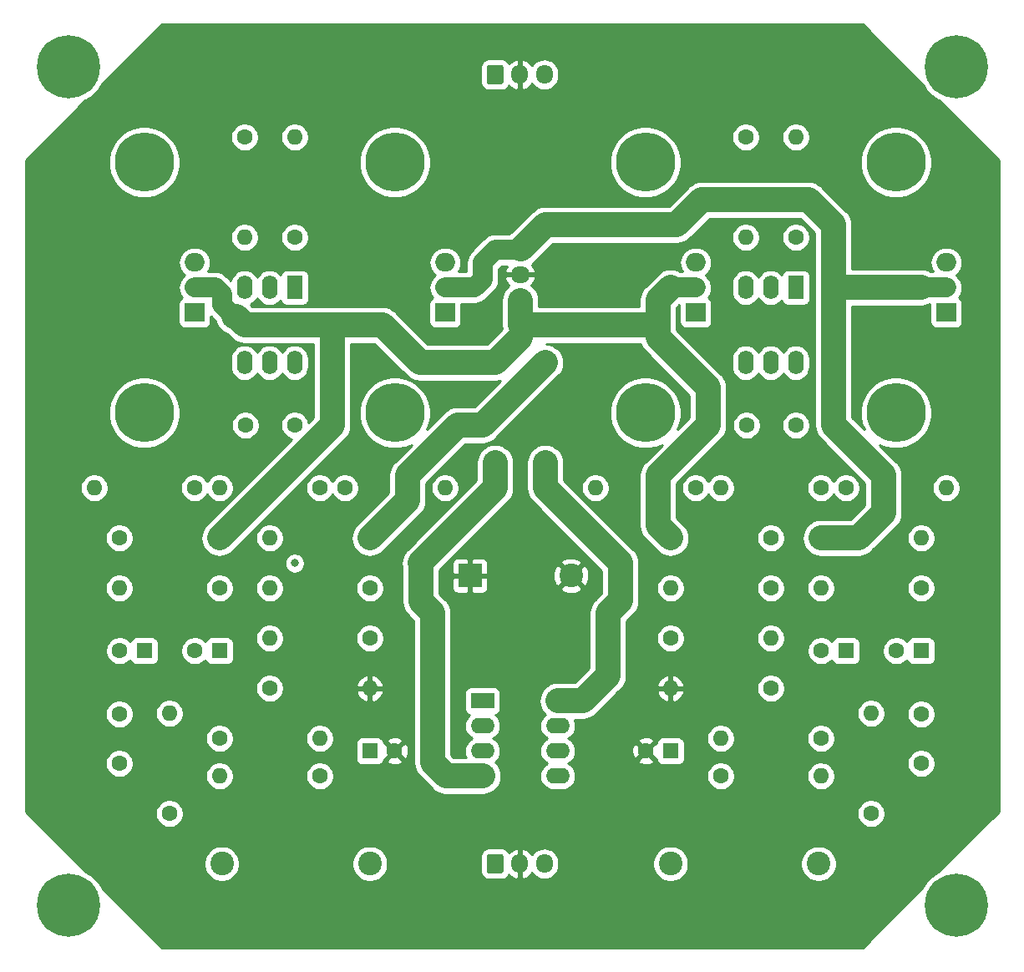
<source format=gbl>
G04 #@! TF.GenerationSoftware,KiCad,Pcbnew,5.1.5+dfsg1-2build2*
G04 #@! TF.CreationDate,2021-10-31T21:50:17+01:00*
G04 #@! TF.ProjectId,whammy,7768616d-6d79-42e6-9b69-6361645f7063,rev?*
G04 #@! TF.SameCoordinates,Original*
G04 #@! TF.FileFunction,Copper,L2,Bot*
G04 #@! TF.FilePolarity,Positive*
%FSLAX46Y46*%
G04 Gerber Fmt 4.6, Leading zero omitted, Abs format (unit mm)*
G04 Created by KiCad (PCBNEW 5.1.5+dfsg1-2build2) date 2021-10-31 21:50:17*
%MOMM*%
%LPD*%
G04 APERTURE LIST*
%ADD10C,2.400000*%
%ADD11C,0.800000*%
%ADD12C,6.400000*%
%ADD13O,1.950000X1.700000*%
%ADD14C,0.100000*%
%ADD15O,1.700000X1.950000*%
%ADD16O,2.400000X1.600000*%
%ADD17R,2.400000X1.600000*%
%ADD18C,6.000000*%
%ADD19O,1.600000X1.600000*%
%ADD20C,1.600000*%
%ADD21R,2.400000X2.400000*%
%ADD22R,1.600000X1.600000*%
%ADD23O,2.000000X1.905000*%
%ADD24R,2.000000X1.905000*%
%ADD25R,1.600000X2.400000*%
%ADD26O,1.600000X2.400000*%
%ADD27C,2.540000*%
%ADD28C,2.000000*%
%ADD29C,0.254000*%
G04 APERTURE END LIST*
D10*
X146050000Y-130810000D03*
X161050000Y-130810000D03*
D11*
X176697056Y-133302944D03*
X175000000Y-132600000D03*
X173302944Y-133302944D03*
X172600000Y-135000000D03*
X173302944Y-136697056D03*
X175000000Y-137400000D03*
X176697056Y-136697056D03*
X177400000Y-135000000D03*
D12*
X175000000Y-135000000D03*
D11*
X86697056Y-133302944D03*
X85000000Y-132600000D03*
X83302944Y-133302944D03*
X82600000Y-135000000D03*
X83302944Y-136697056D03*
X85000000Y-137400000D03*
X86697056Y-136697056D03*
X87400000Y-135000000D03*
D12*
X85000000Y-135000000D03*
D11*
X176697056Y-48302944D03*
X175000000Y-47600000D03*
X173302944Y-48302944D03*
X172600000Y-50000000D03*
X173302944Y-51697056D03*
X175000000Y-52400000D03*
X176697056Y-51697056D03*
X177400000Y-50000000D03*
D12*
X175000000Y-50000000D03*
D11*
X86697056Y-48302944D03*
X85000000Y-47600000D03*
X83302944Y-48302944D03*
X82600000Y-50000000D03*
X83302944Y-51697056D03*
X85000000Y-52400000D03*
X86697056Y-51697056D03*
X87400000Y-50000000D03*
D12*
X85000000Y-50000000D03*
D13*
X130810000Y-73580000D03*
X130810000Y-71080000D03*
G04 #@! TA.AperFunction,ComponentPad*
D14*
G36*
X131559504Y-67731204D02*
G01*
X131583773Y-67734804D01*
X131607571Y-67740765D01*
X131630671Y-67749030D01*
X131652849Y-67759520D01*
X131673893Y-67772133D01*
X131693598Y-67786747D01*
X131711777Y-67803223D01*
X131728253Y-67821402D01*
X131742867Y-67841107D01*
X131755480Y-67862151D01*
X131765970Y-67884329D01*
X131774235Y-67907429D01*
X131780196Y-67931227D01*
X131783796Y-67955496D01*
X131785000Y-67980000D01*
X131785000Y-69180000D01*
X131783796Y-69204504D01*
X131780196Y-69228773D01*
X131774235Y-69252571D01*
X131765970Y-69275671D01*
X131755480Y-69297849D01*
X131742867Y-69318893D01*
X131728253Y-69338598D01*
X131711777Y-69356777D01*
X131693598Y-69373253D01*
X131673893Y-69387867D01*
X131652849Y-69400480D01*
X131630671Y-69410970D01*
X131607571Y-69419235D01*
X131583773Y-69425196D01*
X131559504Y-69428796D01*
X131535000Y-69430000D01*
X130085000Y-69430000D01*
X130060496Y-69428796D01*
X130036227Y-69425196D01*
X130012429Y-69419235D01*
X129989329Y-69410970D01*
X129967151Y-69400480D01*
X129946107Y-69387867D01*
X129926402Y-69373253D01*
X129908223Y-69356777D01*
X129891747Y-69338598D01*
X129877133Y-69318893D01*
X129864520Y-69297849D01*
X129854030Y-69275671D01*
X129845765Y-69252571D01*
X129839804Y-69228773D01*
X129836204Y-69204504D01*
X129835000Y-69180000D01*
X129835000Y-67980000D01*
X129836204Y-67955496D01*
X129839804Y-67931227D01*
X129845765Y-67907429D01*
X129854030Y-67884329D01*
X129864520Y-67862151D01*
X129877133Y-67841107D01*
X129891747Y-67821402D01*
X129908223Y-67803223D01*
X129926402Y-67786747D01*
X129946107Y-67772133D01*
X129967151Y-67759520D01*
X129989329Y-67749030D01*
X130012429Y-67740765D01*
X130036227Y-67734804D01*
X130060496Y-67731204D01*
X130085000Y-67730000D01*
X131535000Y-67730000D01*
X131559504Y-67731204D01*
G37*
G04 #@! TD.AperFunction*
D15*
X133270000Y-130810000D03*
X130770000Y-130810000D03*
G04 #@! TA.AperFunction,ComponentPad*
D14*
G36*
X128894504Y-129836204D02*
G01*
X128918773Y-129839804D01*
X128942571Y-129845765D01*
X128965671Y-129854030D01*
X128987849Y-129864520D01*
X129008893Y-129877133D01*
X129028598Y-129891747D01*
X129046777Y-129908223D01*
X129063253Y-129926402D01*
X129077867Y-129946107D01*
X129090480Y-129967151D01*
X129100970Y-129989329D01*
X129109235Y-130012429D01*
X129115196Y-130036227D01*
X129118796Y-130060496D01*
X129120000Y-130085000D01*
X129120000Y-131535000D01*
X129118796Y-131559504D01*
X129115196Y-131583773D01*
X129109235Y-131607571D01*
X129100970Y-131630671D01*
X129090480Y-131652849D01*
X129077867Y-131673893D01*
X129063253Y-131693598D01*
X129046777Y-131711777D01*
X129028598Y-131728253D01*
X129008893Y-131742867D01*
X128987849Y-131755480D01*
X128965671Y-131765970D01*
X128942571Y-131774235D01*
X128918773Y-131780196D01*
X128894504Y-131783796D01*
X128870000Y-131785000D01*
X127670000Y-131785000D01*
X127645496Y-131783796D01*
X127621227Y-131780196D01*
X127597429Y-131774235D01*
X127574329Y-131765970D01*
X127552151Y-131755480D01*
X127531107Y-131742867D01*
X127511402Y-131728253D01*
X127493223Y-131711777D01*
X127476747Y-131693598D01*
X127462133Y-131673893D01*
X127449520Y-131652849D01*
X127439030Y-131630671D01*
X127430765Y-131607571D01*
X127424804Y-131583773D01*
X127421204Y-131559504D01*
X127420000Y-131535000D01*
X127420000Y-130085000D01*
X127421204Y-130060496D01*
X127424804Y-130036227D01*
X127430765Y-130012429D01*
X127439030Y-129989329D01*
X127449520Y-129967151D01*
X127462133Y-129946107D01*
X127476747Y-129926402D01*
X127493223Y-129908223D01*
X127511402Y-129891747D01*
X127531107Y-129877133D01*
X127552151Y-129864520D01*
X127574329Y-129854030D01*
X127597429Y-129845765D01*
X127621227Y-129839804D01*
X127645496Y-129836204D01*
X127670000Y-129835000D01*
X128870000Y-129835000D01*
X128894504Y-129836204D01*
G37*
G04 #@! TD.AperFunction*
D15*
X133270000Y-50800000D03*
X130770000Y-50800000D03*
G04 #@! TA.AperFunction,ComponentPad*
D14*
G36*
X128894504Y-49826204D02*
G01*
X128918773Y-49829804D01*
X128942571Y-49835765D01*
X128965671Y-49844030D01*
X128987849Y-49854520D01*
X129008893Y-49867133D01*
X129028598Y-49881747D01*
X129046777Y-49898223D01*
X129063253Y-49916402D01*
X129077867Y-49936107D01*
X129090480Y-49957151D01*
X129100970Y-49979329D01*
X129109235Y-50002429D01*
X129115196Y-50026227D01*
X129118796Y-50050496D01*
X129120000Y-50075000D01*
X129120000Y-51525000D01*
X129118796Y-51549504D01*
X129115196Y-51573773D01*
X129109235Y-51597571D01*
X129100970Y-51620671D01*
X129090480Y-51642849D01*
X129077867Y-51663893D01*
X129063253Y-51683598D01*
X129046777Y-51701777D01*
X129028598Y-51718253D01*
X129008893Y-51732867D01*
X128987849Y-51745480D01*
X128965671Y-51755970D01*
X128942571Y-51764235D01*
X128918773Y-51770196D01*
X128894504Y-51773796D01*
X128870000Y-51775000D01*
X127670000Y-51775000D01*
X127645496Y-51773796D01*
X127621227Y-51770196D01*
X127597429Y-51764235D01*
X127574329Y-51755970D01*
X127552151Y-51745480D01*
X127531107Y-51732867D01*
X127511402Y-51718253D01*
X127493223Y-51701777D01*
X127476747Y-51683598D01*
X127462133Y-51663893D01*
X127449520Y-51642849D01*
X127439030Y-51620671D01*
X127430765Y-51597571D01*
X127424804Y-51573773D01*
X127421204Y-51549504D01*
X127420000Y-51525000D01*
X127420000Y-50075000D01*
X127421204Y-50050496D01*
X127424804Y-50026227D01*
X127430765Y-50002429D01*
X127439030Y-49979329D01*
X127449520Y-49957151D01*
X127462133Y-49936107D01*
X127476747Y-49916402D01*
X127493223Y-49898223D01*
X127511402Y-49881747D01*
X127531107Y-49867133D01*
X127552151Y-49854520D01*
X127574329Y-49844030D01*
X127597429Y-49835765D01*
X127621227Y-49829804D01*
X127645496Y-49826204D01*
X127670000Y-49825000D01*
X128870000Y-49825000D01*
X128894504Y-49826204D01*
G37*
G04 #@! TD.AperFunction*
D16*
X134620000Y-114300000D03*
X127000000Y-121920000D03*
X134620000Y-116840000D03*
X127000000Y-119380000D03*
X134620000Y-119380000D03*
X127000000Y-116840000D03*
X134620000Y-121920000D03*
D17*
X127000000Y-114300000D03*
D18*
X168910000Y-59690000D03*
X168910000Y-85090000D03*
X143510000Y-85090000D03*
X143510000Y-59690000D03*
X118110000Y-85090000D03*
X118110000Y-59690000D03*
X92710000Y-59690000D03*
X92710000Y-85090000D03*
D19*
X100330000Y-97790000D03*
D20*
X90170000Y-97790000D03*
D19*
X90170000Y-102870000D03*
D20*
X100330000Y-102870000D03*
D19*
X105410000Y-102870000D03*
D20*
X115570000Y-102870000D03*
D19*
X105410000Y-97790000D03*
D20*
X115570000Y-97790000D03*
X156210000Y-97790000D03*
D19*
X146050000Y-97790000D03*
X146050000Y-102870000D03*
D20*
X156210000Y-102870000D03*
D19*
X161290000Y-102870000D03*
D20*
X171450000Y-102870000D03*
D19*
X171450000Y-97790000D03*
D20*
X161290000Y-97790000D03*
D10*
X100570000Y-130810000D03*
X115570000Y-130810000D03*
D20*
X90170000Y-120650000D03*
X90170000Y-115650000D03*
D10*
X135970000Y-101600000D03*
D21*
X140970000Y-101600000D03*
X125730000Y-101600000D03*
D10*
X120730000Y-101600000D03*
D20*
X171450000Y-115650000D03*
X171450000Y-120650000D03*
D22*
X163830000Y-109220000D03*
D20*
X161330000Y-109220000D03*
X158750000Y-86360000D03*
X153750000Y-86360000D03*
X168950000Y-109220000D03*
D22*
X171450000Y-109220000D03*
X92710000Y-109220000D03*
D20*
X90210000Y-109220000D03*
X102950000Y-86360000D03*
X107950000Y-86360000D03*
X97830000Y-109220000D03*
D22*
X100330000Y-109220000D03*
D23*
X173990000Y-69850000D03*
X173990000Y-72390000D03*
D24*
X173990000Y-74930000D03*
D23*
X148590000Y-69850000D03*
X148590000Y-72390000D03*
D24*
X148590000Y-74930000D03*
D23*
X123190000Y-69850000D03*
X123190000Y-72390000D03*
D24*
X123190000Y-74930000D03*
X97790000Y-74930000D03*
D23*
X97790000Y-72390000D03*
X97790000Y-69850000D03*
D19*
X115570000Y-113030000D03*
D20*
X105410000Y-113030000D03*
X156210000Y-113030000D03*
D19*
X146050000Y-113030000D03*
D25*
X158750000Y-72390000D03*
D26*
X153670000Y-80010000D03*
X156210000Y-72390000D03*
X156210000Y-80010000D03*
X153670000Y-72390000D03*
X158750000Y-80010000D03*
X107950000Y-80010000D03*
X102870000Y-72390000D03*
X105410000Y-80010000D03*
X105410000Y-72390000D03*
X102870000Y-80010000D03*
D25*
X107950000Y-72390000D03*
D20*
X100330000Y-118110000D03*
D19*
X110490000Y-118110000D03*
D20*
X110490000Y-121920000D03*
D19*
X100330000Y-121920000D03*
D20*
X95250000Y-125730000D03*
D19*
X95250000Y-115570000D03*
D20*
X151130000Y-121920000D03*
D19*
X161290000Y-121920000D03*
X166370000Y-115570000D03*
D20*
X166370000Y-125730000D03*
X163830000Y-92710000D03*
D19*
X173990000Y-92710000D03*
X151130000Y-118110000D03*
D20*
X161290000Y-118110000D03*
D19*
X158750000Y-57150000D03*
D20*
X158750000Y-67310000D03*
X146050000Y-107950000D03*
D19*
X156210000Y-107950000D03*
X151130000Y-92710000D03*
D20*
X161290000Y-92710000D03*
X148590000Y-92710000D03*
D19*
X138430000Y-92710000D03*
D20*
X153670000Y-57150000D03*
D19*
X153670000Y-67310000D03*
X123190000Y-92710000D03*
D20*
X113030000Y-92710000D03*
D19*
X105410000Y-107950000D03*
D20*
X115570000Y-107950000D03*
D19*
X107950000Y-57150000D03*
D20*
X107950000Y-67310000D03*
D19*
X100330000Y-92710000D03*
D20*
X110490000Y-92710000D03*
X97790000Y-92710000D03*
D19*
X87630000Y-92710000D03*
D20*
X102870000Y-57150000D03*
D19*
X102870000Y-67310000D03*
D20*
X133350000Y-80010000D03*
D19*
X133350000Y-90170000D03*
X128270000Y-80010000D03*
D20*
X128270000Y-90170000D03*
D22*
X146050000Y-119380000D03*
D20*
X143550000Y-119380000D03*
X118070000Y-119380000D03*
D22*
X115570000Y-119380000D03*
D11*
X107950000Y-100330000D03*
X100330000Y-100330000D03*
X102870000Y-100330000D03*
X105410000Y-100330000D03*
X97790000Y-100330000D03*
X95250000Y-100330000D03*
X92710000Y-100330000D03*
X102870000Y-105410000D03*
X100330000Y-105410000D03*
X102870000Y-107950000D03*
X107950000Y-105410000D03*
X107950000Y-102870000D03*
X92710000Y-102870000D03*
X95250000Y-102870000D03*
X95250000Y-105410000D03*
X92710000Y-105410000D03*
X97790000Y-102870000D03*
X97790000Y-97790000D03*
X100330000Y-69850000D03*
X102870000Y-69850000D03*
X105410000Y-86360000D03*
X105410000Y-88900000D03*
X110490000Y-95250000D03*
X107950000Y-107950000D03*
X153670000Y-102870000D03*
X153670000Y-105410000D03*
X153670000Y-107950000D03*
X153670000Y-100330000D03*
X156210000Y-100330000D03*
X158750000Y-100330000D03*
X161290000Y-100330000D03*
X163830000Y-100330000D03*
X166370000Y-100330000D03*
X168910000Y-100330000D03*
X168910000Y-102870000D03*
X166370000Y-102870000D03*
X163830000Y-102870000D03*
X166370000Y-105410000D03*
X168910000Y-105410000D03*
X158750000Y-105410000D03*
X158750000Y-107950000D03*
X161290000Y-105410000D03*
X151130000Y-95250000D03*
X156210000Y-86360000D03*
X156210000Y-95250000D03*
X158750000Y-97790000D03*
X156210000Y-92710000D03*
X156210000Y-88900000D03*
X153670000Y-69850000D03*
X151130000Y-69850000D03*
X151130000Y-72390000D03*
X151130000Y-74930000D03*
X153670000Y-74930000D03*
X156210000Y-74930000D03*
X130810000Y-114300000D03*
X130810000Y-116840000D03*
X132080000Y-115570000D03*
X129540000Y-115570000D03*
X129540000Y-113030000D03*
X132080000Y-113030000D03*
X132080000Y-118110000D03*
X129540000Y-110490000D03*
X132080000Y-110490000D03*
X134620000Y-110490000D03*
X137160000Y-110490000D03*
X127000000Y-110490000D03*
X124460000Y-110490000D03*
X124460000Y-107950000D03*
X124460000Y-105410000D03*
X127000000Y-105410000D03*
X127000000Y-107950000D03*
X129540000Y-107950000D03*
X129540000Y-105410000D03*
X132080000Y-105410000D03*
X132080000Y-107950000D03*
X134620000Y-107950000D03*
X134620000Y-105410000D03*
X137160000Y-105410000D03*
X137160000Y-107950000D03*
X129540000Y-102870000D03*
X132080000Y-102870000D03*
X129540000Y-100330000D03*
X132080000Y-100330000D03*
X129540000Y-97790000D03*
X127000000Y-97790000D03*
X132080000Y-97790000D03*
X134620000Y-97790000D03*
X129540000Y-95250000D03*
X132080000Y-95250000D03*
X130810000Y-92710000D03*
X130810000Y-90170000D03*
X130810000Y-87630000D03*
X140970000Y-119380000D03*
X138430000Y-119380000D03*
X140970000Y-116840000D03*
X124460000Y-116840000D03*
X130810000Y-124460000D03*
X130810000Y-127000000D03*
X128270000Y-127000000D03*
X125730000Y-127000000D03*
X133350000Y-127000000D03*
X135890000Y-127000000D03*
X138430000Y-127000000D03*
X123190000Y-127000000D03*
X143510000Y-116840000D03*
X148590000Y-116840000D03*
X118110000Y-116840000D03*
X113030000Y-116840000D03*
X113030000Y-114300000D03*
X113030000Y-111760000D03*
X118110000Y-114300000D03*
X118110000Y-111760000D03*
X113030000Y-109220000D03*
X110490000Y-111760000D03*
X110490000Y-114300000D03*
X107950000Y-114300000D03*
X148590000Y-114300000D03*
X148590000Y-111760000D03*
X148590000Y-109220000D03*
X148590000Y-106680000D03*
X113030000Y-106680000D03*
X151130000Y-111760000D03*
X151130000Y-114300000D03*
X153670000Y-114300000D03*
X153670000Y-116840000D03*
X107950000Y-116840000D03*
X102870000Y-114300000D03*
X102870000Y-116840000D03*
X100330000Y-114300000D03*
X97790000Y-114300000D03*
X161290000Y-114300000D03*
X163830000Y-114300000D03*
X158750000Y-114300000D03*
X158750000Y-116840000D03*
X163830000Y-111760000D03*
X166370000Y-111760000D03*
X168910000Y-111760000D03*
X171450000Y-111760000D03*
X95250000Y-111760000D03*
X92710000Y-111760000D03*
X90170000Y-111760000D03*
X97790000Y-111760000D03*
X128270000Y-74930000D03*
X125730000Y-74930000D03*
X125730000Y-77470000D03*
X127000000Y-76200000D03*
X133350000Y-71120000D03*
X133350000Y-73660000D03*
X138430000Y-68580000D03*
X138430000Y-71120000D03*
X138430000Y-73660000D03*
X140970000Y-73660000D03*
X140970000Y-71120000D03*
X140970000Y-68580000D03*
X143510000Y-68580000D03*
X143510000Y-71120000D03*
X146050000Y-68580000D03*
X120650000Y-74930000D03*
X120650000Y-72390000D03*
X120650000Y-69850000D03*
X118110000Y-69850000D03*
X118110000Y-72390000D03*
X115570000Y-72390000D03*
X115570000Y-69850000D03*
X130810000Y-46990000D03*
X125730000Y-46990000D03*
X135890000Y-46990000D03*
X140970000Y-46990000D03*
X146050000Y-46990000D03*
X151130000Y-46990000D03*
X156210000Y-46990000D03*
X161290000Y-46990000D03*
X120650000Y-46990000D03*
X115570000Y-46990000D03*
X110490000Y-46990000D03*
X105410000Y-46990000D03*
X100330000Y-46990000D03*
X95250000Y-46990000D03*
X97790000Y-49530000D03*
X102870000Y-49530000D03*
X107950000Y-49530000D03*
X113030000Y-49530000D03*
X118110000Y-49530000D03*
X143510000Y-49530000D03*
X148590000Y-49530000D03*
X153670000Y-49530000D03*
X158750000Y-49530000D03*
X163830000Y-49530000D03*
X168910000Y-52070000D03*
X166370000Y-49530000D03*
X171450000Y-54610000D03*
X173990000Y-57150000D03*
X176530000Y-59690000D03*
X93980000Y-49530000D03*
X91440000Y-52070000D03*
X88900000Y-54610000D03*
X86360000Y-57150000D03*
X83820000Y-59690000D03*
X81280000Y-62230000D03*
X83820000Y-64770000D03*
X81280000Y-67310000D03*
X81280000Y-72390000D03*
X81280000Y-77470000D03*
X81280000Y-82550000D03*
X81280000Y-87630000D03*
X81280000Y-92710000D03*
X81280000Y-97790000D03*
X81280000Y-102870000D03*
X81280000Y-107950000D03*
X81280000Y-113030000D03*
X81280000Y-118110000D03*
X81280000Y-123190000D03*
X83820000Y-125730000D03*
X86360000Y-128270000D03*
X88900000Y-130810000D03*
X91440000Y-133350000D03*
X93980000Y-135890000D03*
X179070000Y-62230000D03*
X176530000Y-64770000D03*
X179070000Y-67310000D03*
X179070000Y-72390000D03*
X179070000Y-77470000D03*
X179070000Y-82550000D03*
X179070000Y-87630000D03*
X179070000Y-92710000D03*
X179070000Y-97790000D03*
X179070000Y-102870000D03*
X179070000Y-107950000D03*
X179070000Y-113030000D03*
X179070000Y-118110000D03*
X179070000Y-123190000D03*
X130810000Y-138430000D03*
X125730000Y-138430000D03*
X135890000Y-138430000D03*
X140970000Y-138430000D03*
X146050000Y-138430000D03*
X151130000Y-138430000D03*
X156210000Y-138430000D03*
X161290000Y-138430000D03*
X120650000Y-138430000D03*
X115570000Y-138430000D03*
X110490000Y-138430000D03*
X105410000Y-138430000D03*
X100330000Y-138430000D03*
X95250000Y-138430000D03*
X176530000Y-125730000D03*
X173990000Y-128270000D03*
X171450000Y-130810000D03*
X168910000Y-133350000D03*
X166370000Y-135890000D03*
X165100000Y-138430000D03*
X176530000Y-123190000D03*
X173990000Y-125730000D03*
X171450000Y-128270000D03*
X168910000Y-130810000D03*
X166370000Y-133350000D03*
X163830000Y-135890000D03*
X158750000Y-135890000D03*
X153670000Y-135890000D03*
X148590000Y-135890000D03*
X143510000Y-135890000D03*
X138430000Y-135890000D03*
X133350000Y-135890000D03*
X128270000Y-135890000D03*
X123190000Y-135890000D03*
X118110000Y-135890000D03*
X113030000Y-135890000D03*
X107950000Y-135890000D03*
X102870000Y-135890000D03*
X97790000Y-135890000D03*
X93980000Y-133350000D03*
X91440000Y-130810000D03*
X88900000Y-128270000D03*
X86360000Y-125730000D03*
X83820000Y-123190000D03*
X176530000Y-120650000D03*
X176530000Y-115570000D03*
X83820000Y-120650000D03*
X83820000Y-115570000D03*
X173990000Y-59690000D03*
X168910000Y-54610000D03*
X166370000Y-52070000D03*
X91440000Y-54610000D03*
X88900000Y-57150000D03*
X86360000Y-59690000D03*
X115570000Y-52070000D03*
X110490000Y-52070000D03*
X105410000Y-52070000D03*
X100330000Y-52070000D03*
X95250000Y-52070000D03*
X146050000Y-52070000D03*
X151130000Y-52070000D03*
X156210000Y-52070000D03*
X161290000Y-52070000D03*
X165100000Y-46990000D03*
X130810000Y-54610000D03*
X125730000Y-54610000D03*
X120650000Y-54610000D03*
X135890000Y-54610000D03*
X140970000Y-54610000D03*
X128270000Y-57150000D03*
X133350000Y-57150000D03*
X138430000Y-57150000D03*
X123190000Y-57150000D03*
X125730000Y-59690000D03*
X130810000Y-59690000D03*
X135890000Y-59690000D03*
X123190000Y-62230000D03*
X128270000Y-62230000D03*
X133350000Y-62230000D03*
X138430000Y-62230000D03*
X125730000Y-64770000D03*
X130810000Y-64770000D03*
X120650000Y-64770000D03*
X115570000Y-64770000D03*
X110490000Y-64770000D03*
X113030000Y-62230000D03*
X110490000Y-59690000D03*
X107950000Y-62230000D03*
X105410000Y-59690000D03*
X105410000Y-64770000D03*
X102870000Y-62230000D03*
X100330000Y-64770000D03*
X123190000Y-67310000D03*
X151130000Y-59690000D03*
X156210000Y-59690000D03*
X97790000Y-67310000D03*
X92710000Y-67310000D03*
X90170000Y-69850000D03*
X95250000Y-69850000D03*
X92710000Y-72390000D03*
X87630000Y-72390000D03*
X90170000Y-74930000D03*
X95250000Y-74930000D03*
X92710000Y-77470000D03*
X95250000Y-80010000D03*
X90170000Y-80010000D03*
X87630000Y-77470000D03*
X87630000Y-82550000D03*
X87630000Y-87630000D03*
X90170000Y-90170000D03*
X90170000Y-95250000D03*
X87630000Y-97790000D03*
X87630000Y-102870000D03*
X87630000Y-107950000D03*
X95250000Y-95250000D03*
X107950000Y-54610000D03*
X113030000Y-54610000D03*
X102870000Y-54610000D03*
X97790000Y-54610000D03*
X93980000Y-54610000D03*
X148590000Y-54610000D03*
X153670000Y-54610000D03*
X158750000Y-54610000D03*
X163830000Y-54610000D03*
X168910000Y-77470000D03*
X171450000Y-74930000D03*
X171450000Y-80010000D03*
X166370000Y-80010000D03*
X166370000Y-74930000D03*
X168910000Y-69850000D03*
X165100000Y-69850000D03*
X171450000Y-90170000D03*
X171450000Y-95250000D03*
X173990000Y-97790000D03*
X173990000Y-102870000D03*
X173990000Y-107950000D03*
X142240000Y-90170000D03*
X137160000Y-90170000D03*
X139700000Y-87630000D03*
X137160000Y-85090000D03*
X137160000Y-80010000D03*
X139700000Y-82550000D03*
X142240000Y-80010000D03*
X134620000Y-82550000D03*
X134620000Y-87630000D03*
X132080000Y-85090000D03*
X114300000Y-90170000D03*
X116840000Y-92710000D03*
X114300000Y-80010000D03*
X125730000Y-82550000D03*
X151130000Y-133350000D03*
X156210000Y-133350000D03*
X161290000Y-133350000D03*
X146050000Y-133350000D03*
X140970000Y-133350000D03*
X135890000Y-133350000D03*
X130810000Y-133350000D03*
X125730000Y-133350000D03*
X120650000Y-133350000D03*
X115570000Y-133350000D03*
X110490000Y-133350000D03*
X105410000Y-133350000D03*
X100330000Y-133350000D03*
X96520000Y-133350000D03*
X158750000Y-130810000D03*
X153670000Y-130810000D03*
X148590000Y-130810000D03*
X151130000Y-128270000D03*
X156210000Y-128270000D03*
X158750000Y-125730000D03*
X146050000Y-128270000D03*
X140970000Y-128270000D03*
X120650000Y-128270000D03*
X115570000Y-128270000D03*
X110490000Y-128270000D03*
X105410000Y-128270000D03*
X102870000Y-130810000D03*
X107950000Y-130810000D03*
X113030000Y-130810000D03*
X102870000Y-125730000D03*
X97790000Y-125730000D03*
X95250000Y-128270000D03*
X92710000Y-125730000D03*
X90170000Y-123190000D03*
X86360000Y-118110000D03*
X91440000Y-118110000D03*
X173990000Y-118110000D03*
X166370000Y-128270000D03*
X163830000Y-130810000D03*
X163830000Y-125730000D03*
X163830000Y-120650000D03*
X97790000Y-120650000D03*
X115570000Y-105410000D03*
X146050000Y-105410000D03*
X143510000Y-106680000D03*
X143510000Y-100330000D03*
X148590000Y-100330000D03*
X139700000Y-95250000D03*
X142240000Y-97790000D03*
X113030000Y-99060000D03*
X115570000Y-100330000D03*
X118110000Y-99060000D03*
X120650000Y-96520000D03*
X116840000Y-88900000D03*
X139700000Y-78740000D03*
X116840000Y-80010000D03*
X115570000Y-110490000D03*
X146050000Y-110490000D03*
X143510000Y-114300000D03*
X146050000Y-115570000D03*
X115570000Y-115570000D03*
D27*
X133350000Y-90170000D02*
X133350000Y-92710000D01*
X133350000Y-92710000D02*
X140970000Y-100330000D01*
X140970000Y-100330000D02*
X140970000Y-101600000D01*
X140970000Y-101600000D02*
X140970000Y-104140000D01*
X140970000Y-104140000D02*
X139700000Y-105410000D01*
X139700000Y-105410000D02*
X139700000Y-111760000D01*
X139700000Y-111760000D02*
X137160000Y-114300000D01*
X137160000Y-114300000D02*
X134620000Y-114300000D01*
X128270000Y-90170000D02*
X128270000Y-92710000D01*
X128270000Y-92710000D02*
X120650000Y-100330000D01*
X120730000Y-100410000D02*
X120730000Y-101600000D01*
X120650000Y-100330000D02*
X120730000Y-100410000D01*
X121920000Y-120580000D02*
X123260000Y-121920000D01*
X121920000Y-105410000D02*
X121920000Y-120580000D01*
X123260000Y-121920000D02*
X127000000Y-121920000D01*
X120730000Y-104220000D02*
X121920000Y-105410000D01*
X120730000Y-101600000D02*
X120730000Y-104220000D01*
X162560000Y-72390000D02*
X162560000Y-86360000D01*
X162560000Y-86360000D02*
X167640000Y-91440000D01*
X167640000Y-91440000D02*
X167640000Y-95250000D01*
X167640000Y-95250000D02*
X165100000Y-97790000D01*
X165100000Y-97790000D02*
X161290000Y-97790000D01*
X146685000Y-66040000D02*
X133350000Y-66040000D01*
X149225000Y-63500000D02*
X146685000Y-66040000D01*
X160020000Y-63500000D02*
X149225000Y-63500000D01*
X162560000Y-66040000D02*
X160020000Y-63500000D01*
X162560000Y-72390000D02*
X162560000Y-66040000D01*
X133350000Y-80010000D02*
X127000000Y-86360000D01*
X127000000Y-86360000D02*
X124460000Y-86360000D01*
X124460000Y-86360000D02*
X119380000Y-91440000D01*
X119380000Y-91440000D02*
X119380000Y-93980000D01*
X119380000Y-93980000D02*
X115570000Y-97790000D01*
X171450000Y-72390000D02*
X162560000Y-72390000D01*
D28*
X171450000Y-72390000D02*
X173990000Y-72390000D01*
D27*
X130930010Y-68459990D02*
X130810000Y-68459990D01*
X133350000Y-66040000D02*
X130930010Y-68459990D01*
D28*
X126190000Y-72390000D02*
X123190000Y-72390000D01*
X127000000Y-71580000D02*
X126190000Y-72390000D01*
X127000000Y-69850000D02*
X127000000Y-71580000D01*
X128270000Y-68580000D02*
X127000000Y-69850000D01*
X130810000Y-68580000D02*
X128270000Y-68580000D01*
D27*
X120650000Y-80010000D02*
X116840000Y-76200000D01*
X146050000Y-72390000D02*
X144780000Y-73660000D01*
X111760000Y-76200000D02*
X102870000Y-76200000D01*
X116840000Y-76200000D02*
X111760000Y-76200000D01*
X111760000Y-86360000D02*
X111760000Y-76200000D01*
X100330000Y-97790000D02*
X111760000Y-86360000D01*
X120650000Y-80010000D02*
X128270000Y-80010000D01*
X144780000Y-76200000D02*
X130810000Y-76200000D01*
X144780000Y-73660000D02*
X144780000Y-76200000D01*
X128270000Y-80010000D02*
X130810000Y-77470000D01*
X130810000Y-76200000D02*
X130810000Y-73700010D01*
X102870000Y-76200000D02*
X102030010Y-75360010D01*
X101805468Y-75360010D02*
X102030010Y-75360010D01*
D28*
X100569990Y-74124532D02*
X101805468Y-75360010D01*
X99902502Y-72390000D02*
X100569990Y-73057488D01*
X100569990Y-73057488D02*
X100569990Y-74124532D01*
X97790000Y-72390000D02*
X99902502Y-72390000D01*
X146050000Y-72390000D02*
X148590000Y-72390000D01*
D27*
X144780000Y-96520000D02*
X146050000Y-97790000D01*
X144780000Y-91440000D02*
X144780000Y-96520000D01*
X149860000Y-86360000D02*
X144780000Y-91440000D01*
X149860000Y-82550000D02*
X149860000Y-86360000D01*
X144780000Y-77470000D02*
X149860000Y-82550000D01*
X144780000Y-76200000D02*
X144780000Y-77470000D01*
D29*
G36*
X171576378Y-51755984D02*
G01*
X171601467Y-51816554D01*
X172021161Y-52444670D01*
X172555330Y-52978839D01*
X173183446Y-53398533D01*
X173244016Y-53423622D01*
X179315000Y-59494606D01*
X179315001Y-125505393D01*
X173244016Y-131576378D01*
X173183446Y-131601467D01*
X172555330Y-132021161D01*
X172021161Y-132555330D01*
X171601467Y-133183446D01*
X171576378Y-133244016D01*
X165505394Y-139315000D01*
X94494606Y-139315000D01*
X88423622Y-133244016D01*
X88398533Y-133183446D01*
X87978839Y-132555330D01*
X87444670Y-132021161D01*
X86816554Y-131601467D01*
X86755984Y-131576378D01*
X85808874Y-130629268D01*
X98735000Y-130629268D01*
X98735000Y-130990732D01*
X98805518Y-131345250D01*
X98943844Y-131679199D01*
X99144662Y-131979744D01*
X99400256Y-132235338D01*
X99700801Y-132436156D01*
X100034750Y-132574482D01*
X100389268Y-132645000D01*
X100750732Y-132645000D01*
X101105250Y-132574482D01*
X101439199Y-132436156D01*
X101739744Y-132235338D01*
X101995338Y-131979744D01*
X102196156Y-131679199D01*
X102334482Y-131345250D01*
X102405000Y-130990732D01*
X102405000Y-130629268D01*
X113735000Y-130629268D01*
X113735000Y-130990732D01*
X113805518Y-131345250D01*
X113943844Y-131679199D01*
X114144662Y-131979744D01*
X114400256Y-132235338D01*
X114700801Y-132436156D01*
X115034750Y-132574482D01*
X115389268Y-132645000D01*
X115750732Y-132645000D01*
X116105250Y-132574482D01*
X116439199Y-132436156D01*
X116739744Y-132235338D01*
X116995338Y-131979744D01*
X117196156Y-131679199D01*
X117334482Y-131345250D01*
X117405000Y-130990732D01*
X117405000Y-130629268D01*
X117334482Y-130274750D01*
X117255886Y-130085000D01*
X126781928Y-130085000D01*
X126781928Y-131535000D01*
X126798992Y-131708254D01*
X126849528Y-131874850D01*
X126931595Y-132028386D01*
X127042038Y-132162962D01*
X127176614Y-132273405D01*
X127330150Y-132355472D01*
X127496746Y-132406008D01*
X127670000Y-132423072D01*
X128870000Y-132423072D01*
X129043254Y-132406008D01*
X129209850Y-132355472D01*
X129363386Y-132273405D01*
X129497962Y-132162962D01*
X129608405Y-132028386D01*
X129664714Y-131923039D01*
X129680951Y-131944429D01*
X129898807Y-132137496D01*
X130150142Y-132284352D01*
X130413110Y-132376476D01*
X130643000Y-132255155D01*
X130643000Y-130937000D01*
X130623000Y-130937000D01*
X130623000Y-130683000D01*
X130643000Y-130683000D01*
X130643000Y-129364845D01*
X130897000Y-129364845D01*
X130897000Y-130683000D01*
X130917000Y-130683000D01*
X130917000Y-130937000D01*
X130897000Y-130937000D01*
X130897000Y-132255155D01*
X131126890Y-132376476D01*
X131389858Y-132284352D01*
X131641193Y-132137496D01*
X131859049Y-131944429D01*
X132015538Y-131738278D01*
X132029294Y-131764014D01*
X132214866Y-131990134D01*
X132440987Y-132175706D01*
X132698967Y-132313599D01*
X132978890Y-132398513D01*
X133270000Y-132427185D01*
X133561111Y-132398513D01*
X133841034Y-132313599D01*
X134099014Y-132175706D01*
X134325134Y-131990134D01*
X134510706Y-131764014D01*
X134648599Y-131506033D01*
X134733513Y-131226110D01*
X134755000Y-131007949D01*
X134755000Y-130629268D01*
X144215000Y-130629268D01*
X144215000Y-130990732D01*
X144285518Y-131345250D01*
X144423844Y-131679199D01*
X144624662Y-131979744D01*
X144880256Y-132235338D01*
X145180801Y-132436156D01*
X145514750Y-132574482D01*
X145869268Y-132645000D01*
X146230732Y-132645000D01*
X146585250Y-132574482D01*
X146919199Y-132436156D01*
X147219744Y-132235338D01*
X147475338Y-131979744D01*
X147676156Y-131679199D01*
X147814482Y-131345250D01*
X147885000Y-130990732D01*
X147885000Y-130629268D01*
X159215000Y-130629268D01*
X159215000Y-130990732D01*
X159285518Y-131345250D01*
X159423844Y-131679199D01*
X159624662Y-131979744D01*
X159880256Y-132235338D01*
X160180801Y-132436156D01*
X160514750Y-132574482D01*
X160869268Y-132645000D01*
X161230732Y-132645000D01*
X161585250Y-132574482D01*
X161919199Y-132436156D01*
X162219744Y-132235338D01*
X162475338Y-131979744D01*
X162676156Y-131679199D01*
X162814482Y-131345250D01*
X162885000Y-130990732D01*
X162885000Y-130629268D01*
X162814482Y-130274750D01*
X162676156Y-129940801D01*
X162475338Y-129640256D01*
X162219744Y-129384662D01*
X161919199Y-129183844D01*
X161585250Y-129045518D01*
X161230732Y-128975000D01*
X160869268Y-128975000D01*
X160514750Y-129045518D01*
X160180801Y-129183844D01*
X159880256Y-129384662D01*
X159624662Y-129640256D01*
X159423844Y-129940801D01*
X159285518Y-130274750D01*
X159215000Y-130629268D01*
X147885000Y-130629268D01*
X147814482Y-130274750D01*
X147676156Y-129940801D01*
X147475338Y-129640256D01*
X147219744Y-129384662D01*
X146919199Y-129183844D01*
X146585250Y-129045518D01*
X146230732Y-128975000D01*
X145869268Y-128975000D01*
X145514750Y-129045518D01*
X145180801Y-129183844D01*
X144880256Y-129384662D01*
X144624662Y-129640256D01*
X144423844Y-129940801D01*
X144285518Y-130274750D01*
X144215000Y-130629268D01*
X134755000Y-130629268D01*
X134755000Y-130612050D01*
X134733513Y-130393889D01*
X134648599Y-130113966D01*
X134510706Y-129855986D01*
X134325134Y-129629866D01*
X134099013Y-129444294D01*
X133841033Y-129306401D01*
X133561110Y-129221487D01*
X133270000Y-129192815D01*
X132978889Y-129221487D01*
X132698966Y-129306401D01*
X132440986Y-129444294D01*
X132214866Y-129629866D01*
X132029294Y-129855987D01*
X132015538Y-129881722D01*
X131859049Y-129675571D01*
X131641193Y-129482504D01*
X131389858Y-129335648D01*
X131126890Y-129243524D01*
X130897000Y-129364845D01*
X130643000Y-129364845D01*
X130413110Y-129243524D01*
X130150142Y-129335648D01*
X129898807Y-129482504D01*
X129680951Y-129675571D01*
X129664714Y-129696961D01*
X129608405Y-129591614D01*
X129497962Y-129457038D01*
X129363386Y-129346595D01*
X129209850Y-129264528D01*
X129043254Y-129213992D01*
X128870000Y-129196928D01*
X127670000Y-129196928D01*
X127496746Y-129213992D01*
X127330150Y-129264528D01*
X127176614Y-129346595D01*
X127042038Y-129457038D01*
X126931595Y-129591614D01*
X126849528Y-129745150D01*
X126798992Y-129911746D01*
X126781928Y-130085000D01*
X117255886Y-130085000D01*
X117196156Y-129940801D01*
X116995338Y-129640256D01*
X116739744Y-129384662D01*
X116439199Y-129183844D01*
X116105250Y-129045518D01*
X115750732Y-128975000D01*
X115389268Y-128975000D01*
X115034750Y-129045518D01*
X114700801Y-129183844D01*
X114400256Y-129384662D01*
X114144662Y-129640256D01*
X113943844Y-129940801D01*
X113805518Y-130274750D01*
X113735000Y-130629268D01*
X102405000Y-130629268D01*
X102334482Y-130274750D01*
X102196156Y-129940801D01*
X101995338Y-129640256D01*
X101739744Y-129384662D01*
X101439199Y-129183844D01*
X101105250Y-129045518D01*
X100750732Y-128975000D01*
X100389268Y-128975000D01*
X100034750Y-129045518D01*
X99700801Y-129183844D01*
X99400256Y-129384662D01*
X99144662Y-129640256D01*
X98943844Y-129940801D01*
X98805518Y-130274750D01*
X98735000Y-130629268D01*
X85808874Y-130629268D01*
X80768271Y-125588665D01*
X93815000Y-125588665D01*
X93815000Y-125871335D01*
X93870147Y-126148574D01*
X93978320Y-126409727D01*
X94135363Y-126644759D01*
X94335241Y-126844637D01*
X94570273Y-127001680D01*
X94831426Y-127109853D01*
X95108665Y-127165000D01*
X95391335Y-127165000D01*
X95668574Y-127109853D01*
X95929727Y-127001680D01*
X96164759Y-126844637D01*
X96364637Y-126644759D01*
X96521680Y-126409727D01*
X96629853Y-126148574D01*
X96685000Y-125871335D01*
X96685000Y-125588665D01*
X164935000Y-125588665D01*
X164935000Y-125871335D01*
X164990147Y-126148574D01*
X165098320Y-126409727D01*
X165255363Y-126644759D01*
X165455241Y-126844637D01*
X165690273Y-127001680D01*
X165951426Y-127109853D01*
X166228665Y-127165000D01*
X166511335Y-127165000D01*
X166788574Y-127109853D01*
X167049727Y-127001680D01*
X167284759Y-126844637D01*
X167484637Y-126644759D01*
X167641680Y-126409727D01*
X167749853Y-126148574D01*
X167805000Y-125871335D01*
X167805000Y-125588665D01*
X167749853Y-125311426D01*
X167641680Y-125050273D01*
X167484637Y-124815241D01*
X167284759Y-124615363D01*
X167049727Y-124458320D01*
X166788574Y-124350147D01*
X166511335Y-124295000D01*
X166228665Y-124295000D01*
X165951426Y-124350147D01*
X165690273Y-124458320D01*
X165455241Y-124615363D01*
X165255363Y-124815241D01*
X165098320Y-125050273D01*
X164990147Y-125311426D01*
X164935000Y-125588665D01*
X96685000Y-125588665D01*
X96629853Y-125311426D01*
X96521680Y-125050273D01*
X96364637Y-124815241D01*
X96164759Y-124615363D01*
X95929727Y-124458320D01*
X95668574Y-124350147D01*
X95391335Y-124295000D01*
X95108665Y-124295000D01*
X94831426Y-124350147D01*
X94570273Y-124458320D01*
X94335241Y-124615363D01*
X94135363Y-124815241D01*
X93978320Y-125050273D01*
X93870147Y-125311426D01*
X93815000Y-125588665D01*
X80768271Y-125588665D01*
X80685000Y-125505394D01*
X80685000Y-120508665D01*
X88735000Y-120508665D01*
X88735000Y-120791335D01*
X88790147Y-121068574D01*
X88898320Y-121329727D01*
X89055363Y-121564759D01*
X89255241Y-121764637D01*
X89490273Y-121921680D01*
X89751426Y-122029853D01*
X90028665Y-122085000D01*
X90311335Y-122085000D01*
X90588574Y-122029853D01*
X90849727Y-121921680D01*
X91063764Y-121778665D01*
X98895000Y-121778665D01*
X98895000Y-122061335D01*
X98950147Y-122338574D01*
X99058320Y-122599727D01*
X99215363Y-122834759D01*
X99415241Y-123034637D01*
X99650273Y-123191680D01*
X99911426Y-123299853D01*
X100188665Y-123355000D01*
X100471335Y-123355000D01*
X100748574Y-123299853D01*
X101009727Y-123191680D01*
X101244759Y-123034637D01*
X101444637Y-122834759D01*
X101601680Y-122599727D01*
X101709853Y-122338574D01*
X101765000Y-122061335D01*
X101765000Y-121778665D01*
X109055000Y-121778665D01*
X109055000Y-122061335D01*
X109110147Y-122338574D01*
X109218320Y-122599727D01*
X109375363Y-122834759D01*
X109575241Y-123034637D01*
X109810273Y-123191680D01*
X110071426Y-123299853D01*
X110348665Y-123355000D01*
X110631335Y-123355000D01*
X110908574Y-123299853D01*
X111169727Y-123191680D01*
X111404759Y-123034637D01*
X111604637Y-122834759D01*
X111761680Y-122599727D01*
X111869853Y-122338574D01*
X111925000Y-122061335D01*
X111925000Y-121778665D01*
X111869853Y-121501426D01*
X111761680Y-121240273D01*
X111604637Y-121005241D01*
X111404759Y-120805363D01*
X111169727Y-120648320D01*
X110908574Y-120540147D01*
X110631335Y-120485000D01*
X110348665Y-120485000D01*
X110071426Y-120540147D01*
X109810273Y-120648320D01*
X109575241Y-120805363D01*
X109375363Y-121005241D01*
X109218320Y-121240273D01*
X109110147Y-121501426D01*
X109055000Y-121778665D01*
X101765000Y-121778665D01*
X101709853Y-121501426D01*
X101601680Y-121240273D01*
X101444637Y-121005241D01*
X101244759Y-120805363D01*
X101009727Y-120648320D01*
X100748574Y-120540147D01*
X100471335Y-120485000D01*
X100188665Y-120485000D01*
X99911426Y-120540147D01*
X99650273Y-120648320D01*
X99415241Y-120805363D01*
X99215363Y-121005241D01*
X99058320Y-121240273D01*
X98950147Y-121501426D01*
X98895000Y-121778665D01*
X91063764Y-121778665D01*
X91084759Y-121764637D01*
X91284637Y-121564759D01*
X91441680Y-121329727D01*
X91549853Y-121068574D01*
X91605000Y-120791335D01*
X91605000Y-120508665D01*
X91549853Y-120231426D01*
X91441680Y-119970273D01*
X91284637Y-119735241D01*
X91084759Y-119535363D01*
X90849727Y-119378320D01*
X90588574Y-119270147D01*
X90311335Y-119215000D01*
X90028665Y-119215000D01*
X89751426Y-119270147D01*
X89490273Y-119378320D01*
X89255241Y-119535363D01*
X89055363Y-119735241D01*
X88898320Y-119970273D01*
X88790147Y-120231426D01*
X88735000Y-120508665D01*
X80685000Y-120508665D01*
X80685000Y-117968665D01*
X98895000Y-117968665D01*
X98895000Y-118251335D01*
X98950147Y-118528574D01*
X99058320Y-118789727D01*
X99215363Y-119024759D01*
X99415241Y-119224637D01*
X99650273Y-119381680D01*
X99911426Y-119489853D01*
X100188665Y-119545000D01*
X100471335Y-119545000D01*
X100748574Y-119489853D01*
X101009727Y-119381680D01*
X101244759Y-119224637D01*
X101444637Y-119024759D01*
X101601680Y-118789727D01*
X101709853Y-118528574D01*
X101765000Y-118251335D01*
X101765000Y-117968665D01*
X109055000Y-117968665D01*
X109055000Y-118251335D01*
X109110147Y-118528574D01*
X109218320Y-118789727D01*
X109375363Y-119024759D01*
X109575241Y-119224637D01*
X109810273Y-119381680D01*
X110071426Y-119489853D01*
X110348665Y-119545000D01*
X110631335Y-119545000D01*
X110908574Y-119489853D01*
X111169727Y-119381680D01*
X111404759Y-119224637D01*
X111604637Y-119024759D01*
X111761680Y-118789727D01*
X111848551Y-118580000D01*
X114131928Y-118580000D01*
X114131928Y-120180000D01*
X114144188Y-120304482D01*
X114180498Y-120424180D01*
X114239463Y-120534494D01*
X114318815Y-120631185D01*
X114415506Y-120710537D01*
X114525820Y-120769502D01*
X114645518Y-120805812D01*
X114770000Y-120818072D01*
X116370000Y-120818072D01*
X116494482Y-120805812D01*
X116614180Y-120769502D01*
X116724494Y-120710537D01*
X116821185Y-120631185D01*
X116900537Y-120534494D01*
X116959502Y-120424180D01*
X116975117Y-120372702D01*
X117256903Y-120372702D01*
X117328486Y-120616671D01*
X117583996Y-120737571D01*
X117858184Y-120806300D01*
X118140512Y-120820217D01*
X118420130Y-120778787D01*
X118686292Y-120683603D01*
X118811514Y-120616671D01*
X118883097Y-120372702D01*
X118070000Y-119559605D01*
X117256903Y-120372702D01*
X116975117Y-120372702D01*
X116995812Y-120304482D01*
X117008072Y-120180000D01*
X117008072Y-120172785D01*
X117077298Y-120193097D01*
X117890395Y-119380000D01*
X118249605Y-119380000D01*
X119062702Y-120193097D01*
X119306671Y-120121514D01*
X119427571Y-119866004D01*
X119496300Y-119591816D01*
X119510217Y-119309488D01*
X119468787Y-119029870D01*
X119373603Y-118763708D01*
X119306671Y-118638486D01*
X119062702Y-118566903D01*
X118249605Y-119380000D01*
X117890395Y-119380000D01*
X117077298Y-118566903D01*
X117008072Y-118587215D01*
X117008072Y-118580000D01*
X116995812Y-118455518D01*
X116975118Y-118387298D01*
X117256903Y-118387298D01*
X118070000Y-119200395D01*
X118883097Y-118387298D01*
X118811514Y-118143329D01*
X118556004Y-118022429D01*
X118281816Y-117953700D01*
X117999488Y-117939783D01*
X117719870Y-117981213D01*
X117453708Y-118076397D01*
X117328486Y-118143329D01*
X117256903Y-118387298D01*
X116975118Y-118387298D01*
X116959502Y-118335820D01*
X116900537Y-118225506D01*
X116821185Y-118128815D01*
X116724494Y-118049463D01*
X116614180Y-117990498D01*
X116494482Y-117954188D01*
X116370000Y-117941928D01*
X114770000Y-117941928D01*
X114645518Y-117954188D01*
X114525820Y-117990498D01*
X114415506Y-118049463D01*
X114318815Y-118128815D01*
X114239463Y-118225506D01*
X114180498Y-118335820D01*
X114144188Y-118455518D01*
X114131928Y-118580000D01*
X111848551Y-118580000D01*
X111869853Y-118528574D01*
X111925000Y-118251335D01*
X111925000Y-117968665D01*
X111869853Y-117691426D01*
X111761680Y-117430273D01*
X111604637Y-117195241D01*
X111404759Y-116995363D01*
X111169727Y-116838320D01*
X110908574Y-116730147D01*
X110631335Y-116675000D01*
X110348665Y-116675000D01*
X110071426Y-116730147D01*
X109810273Y-116838320D01*
X109575241Y-116995363D01*
X109375363Y-117195241D01*
X109218320Y-117430273D01*
X109110147Y-117691426D01*
X109055000Y-117968665D01*
X101765000Y-117968665D01*
X101709853Y-117691426D01*
X101601680Y-117430273D01*
X101444637Y-117195241D01*
X101244759Y-116995363D01*
X101009727Y-116838320D01*
X100748574Y-116730147D01*
X100471335Y-116675000D01*
X100188665Y-116675000D01*
X99911426Y-116730147D01*
X99650273Y-116838320D01*
X99415241Y-116995363D01*
X99215363Y-117195241D01*
X99058320Y-117430273D01*
X98950147Y-117691426D01*
X98895000Y-117968665D01*
X80685000Y-117968665D01*
X80685000Y-115508665D01*
X88735000Y-115508665D01*
X88735000Y-115791335D01*
X88790147Y-116068574D01*
X88898320Y-116329727D01*
X89055363Y-116564759D01*
X89255241Y-116764637D01*
X89490273Y-116921680D01*
X89751426Y-117029853D01*
X90028665Y-117085000D01*
X90311335Y-117085000D01*
X90588574Y-117029853D01*
X90849727Y-116921680D01*
X91084759Y-116764637D01*
X91284637Y-116564759D01*
X91441680Y-116329727D01*
X91549853Y-116068574D01*
X91605000Y-115791335D01*
X91605000Y-115508665D01*
X91589087Y-115428665D01*
X93815000Y-115428665D01*
X93815000Y-115711335D01*
X93870147Y-115988574D01*
X93978320Y-116249727D01*
X94135363Y-116484759D01*
X94335241Y-116684637D01*
X94570273Y-116841680D01*
X94831426Y-116949853D01*
X95108665Y-117005000D01*
X95391335Y-117005000D01*
X95668574Y-116949853D01*
X95929727Y-116841680D01*
X96164759Y-116684637D01*
X96364637Y-116484759D01*
X96521680Y-116249727D01*
X96629853Y-115988574D01*
X96685000Y-115711335D01*
X96685000Y-115428665D01*
X96629853Y-115151426D01*
X96521680Y-114890273D01*
X96364637Y-114655241D01*
X96164759Y-114455363D01*
X95929727Y-114298320D01*
X95668574Y-114190147D01*
X95391335Y-114135000D01*
X95108665Y-114135000D01*
X94831426Y-114190147D01*
X94570273Y-114298320D01*
X94335241Y-114455363D01*
X94135363Y-114655241D01*
X93978320Y-114890273D01*
X93870147Y-115151426D01*
X93815000Y-115428665D01*
X91589087Y-115428665D01*
X91549853Y-115231426D01*
X91441680Y-114970273D01*
X91284637Y-114735241D01*
X91084759Y-114535363D01*
X90849727Y-114378320D01*
X90588574Y-114270147D01*
X90311335Y-114215000D01*
X90028665Y-114215000D01*
X89751426Y-114270147D01*
X89490273Y-114378320D01*
X89255241Y-114535363D01*
X89055363Y-114735241D01*
X88898320Y-114970273D01*
X88790147Y-115231426D01*
X88735000Y-115508665D01*
X80685000Y-115508665D01*
X80685000Y-112888665D01*
X103975000Y-112888665D01*
X103975000Y-113171335D01*
X104030147Y-113448574D01*
X104138320Y-113709727D01*
X104295363Y-113944759D01*
X104495241Y-114144637D01*
X104730273Y-114301680D01*
X104991426Y-114409853D01*
X105268665Y-114465000D01*
X105551335Y-114465000D01*
X105828574Y-114409853D01*
X106089727Y-114301680D01*
X106324759Y-114144637D01*
X106524637Y-113944759D01*
X106681680Y-113709727D01*
X106789853Y-113448574D01*
X106803684Y-113379039D01*
X114178096Y-113379039D01*
X114218754Y-113513087D01*
X114338963Y-113767420D01*
X114506481Y-113993414D01*
X114714869Y-114182385D01*
X114956119Y-114327070D01*
X115220960Y-114421909D01*
X115443000Y-114300624D01*
X115443000Y-113157000D01*
X115697000Y-113157000D01*
X115697000Y-114300624D01*
X115919040Y-114421909D01*
X116183881Y-114327070D01*
X116425131Y-114182385D01*
X116633519Y-113993414D01*
X116801037Y-113767420D01*
X116921246Y-113513087D01*
X116961904Y-113379039D01*
X116839915Y-113157000D01*
X115697000Y-113157000D01*
X115443000Y-113157000D01*
X114300085Y-113157000D01*
X114178096Y-113379039D01*
X106803684Y-113379039D01*
X106845000Y-113171335D01*
X106845000Y-112888665D01*
X106803685Y-112680961D01*
X114178096Y-112680961D01*
X114300085Y-112903000D01*
X115443000Y-112903000D01*
X115443000Y-111759376D01*
X115697000Y-111759376D01*
X115697000Y-112903000D01*
X116839915Y-112903000D01*
X116961904Y-112680961D01*
X116921246Y-112546913D01*
X116801037Y-112292580D01*
X116633519Y-112066586D01*
X116425131Y-111877615D01*
X116183881Y-111732930D01*
X115919040Y-111638091D01*
X115697000Y-111759376D01*
X115443000Y-111759376D01*
X115220960Y-111638091D01*
X114956119Y-111732930D01*
X114714869Y-111877615D01*
X114506481Y-112066586D01*
X114338963Y-112292580D01*
X114218754Y-112546913D01*
X114178096Y-112680961D01*
X106803685Y-112680961D01*
X106789853Y-112611426D01*
X106681680Y-112350273D01*
X106524637Y-112115241D01*
X106324759Y-111915363D01*
X106089727Y-111758320D01*
X105828574Y-111650147D01*
X105551335Y-111595000D01*
X105268665Y-111595000D01*
X104991426Y-111650147D01*
X104730273Y-111758320D01*
X104495241Y-111915363D01*
X104295363Y-112115241D01*
X104138320Y-112350273D01*
X104030147Y-112611426D01*
X103975000Y-112888665D01*
X80685000Y-112888665D01*
X80685000Y-109078665D01*
X88775000Y-109078665D01*
X88775000Y-109361335D01*
X88830147Y-109638574D01*
X88938320Y-109899727D01*
X89095363Y-110134759D01*
X89295241Y-110334637D01*
X89530273Y-110491680D01*
X89791426Y-110599853D01*
X90068665Y-110655000D01*
X90351335Y-110655000D01*
X90628574Y-110599853D01*
X90889727Y-110491680D01*
X91124759Y-110334637D01*
X91291339Y-110168057D01*
X91320498Y-110264180D01*
X91379463Y-110374494D01*
X91458815Y-110471185D01*
X91555506Y-110550537D01*
X91665820Y-110609502D01*
X91785518Y-110645812D01*
X91910000Y-110658072D01*
X93510000Y-110658072D01*
X93634482Y-110645812D01*
X93754180Y-110609502D01*
X93864494Y-110550537D01*
X93961185Y-110471185D01*
X94040537Y-110374494D01*
X94099502Y-110264180D01*
X94135812Y-110144482D01*
X94148072Y-110020000D01*
X94148072Y-109078665D01*
X96395000Y-109078665D01*
X96395000Y-109361335D01*
X96450147Y-109638574D01*
X96558320Y-109899727D01*
X96715363Y-110134759D01*
X96915241Y-110334637D01*
X97150273Y-110491680D01*
X97411426Y-110599853D01*
X97688665Y-110655000D01*
X97971335Y-110655000D01*
X98248574Y-110599853D01*
X98509727Y-110491680D01*
X98744759Y-110334637D01*
X98911339Y-110168057D01*
X98940498Y-110264180D01*
X98999463Y-110374494D01*
X99078815Y-110471185D01*
X99175506Y-110550537D01*
X99285820Y-110609502D01*
X99405518Y-110645812D01*
X99530000Y-110658072D01*
X101130000Y-110658072D01*
X101254482Y-110645812D01*
X101374180Y-110609502D01*
X101484494Y-110550537D01*
X101581185Y-110471185D01*
X101660537Y-110374494D01*
X101719502Y-110264180D01*
X101755812Y-110144482D01*
X101768072Y-110020000D01*
X101768072Y-108420000D01*
X101755812Y-108295518D01*
X101719502Y-108175820D01*
X101660537Y-108065506D01*
X101581185Y-107968815D01*
X101484494Y-107889463D01*
X101374180Y-107830498D01*
X101302207Y-107808665D01*
X103975000Y-107808665D01*
X103975000Y-108091335D01*
X104030147Y-108368574D01*
X104138320Y-108629727D01*
X104295363Y-108864759D01*
X104495241Y-109064637D01*
X104730273Y-109221680D01*
X104991426Y-109329853D01*
X105268665Y-109385000D01*
X105551335Y-109385000D01*
X105828574Y-109329853D01*
X106089727Y-109221680D01*
X106324759Y-109064637D01*
X106524637Y-108864759D01*
X106681680Y-108629727D01*
X106789853Y-108368574D01*
X106845000Y-108091335D01*
X106845000Y-107808665D01*
X114135000Y-107808665D01*
X114135000Y-108091335D01*
X114190147Y-108368574D01*
X114298320Y-108629727D01*
X114455363Y-108864759D01*
X114655241Y-109064637D01*
X114890273Y-109221680D01*
X115151426Y-109329853D01*
X115428665Y-109385000D01*
X115711335Y-109385000D01*
X115988574Y-109329853D01*
X116249727Y-109221680D01*
X116484759Y-109064637D01*
X116684637Y-108864759D01*
X116841680Y-108629727D01*
X116949853Y-108368574D01*
X117005000Y-108091335D01*
X117005000Y-107808665D01*
X116949853Y-107531426D01*
X116841680Y-107270273D01*
X116684637Y-107035241D01*
X116484759Y-106835363D01*
X116249727Y-106678320D01*
X115988574Y-106570147D01*
X115711335Y-106515000D01*
X115428665Y-106515000D01*
X115151426Y-106570147D01*
X114890273Y-106678320D01*
X114655241Y-106835363D01*
X114455363Y-107035241D01*
X114298320Y-107270273D01*
X114190147Y-107531426D01*
X114135000Y-107808665D01*
X106845000Y-107808665D01*
X106789853Y-107531426D01*
X106681680Y-107270273D01*
X106524637Y-107035241D01*
X106324759Y-106835363D01*
X106089727Y-106678320D01*
X105828574Y-106570147D01*
X105551335Y-106515000D01*
X105268665Y-106515000D01*
X104991426Y-106570147D01*
X104730273Y-106678320D01*
X104495241Y-106835363D01*
X104295363Y-107035241D01*
X104138320Y-107270273D01*
X104030147Y-107531426D01*
X103975000Y-107808665D01*
X101302207Y-107808665D01*
X101254482Y-107794188D01*
X101130000Y-107781928D01*
X99530000Y-107781928D01*
X99405518Y-107794188D01*
X99285820Y-107830498D01*
X99175506Y-107889463D01*
X99078815Y-107968815D01*
X98999463Y-108065506D01*
X98940498Y-108175820D01*
X98911339Y-108271943D01*
X98744759Y-108105363D01*
X98509727Y-107948320D01*
X98248574Y-107840147D01*
X97971335Y-107785000D01*
X97688665Y-107785000D01*
X97411426Y-107840147D01*
X97150273Y-107948320D01*
X96915241Y-108105363D01*
X96715363Y-108305241D01*
X96558320Y-108540273D01*
X96450147Y-108801426D01*
X96395000Y-109078665D01*
X94148072Y-109078665D01*
X94148072Y-108420000D01*
X94135812Y-108295518D01*
X94099502Y-108175820D01*
X94040537Y-108065506D01*
X93961185Y-107968815D01*
X93864494Y-107889463D01*
X93754180Y-107830498D01*
X93634482Y-107794188D01*
X93510000Y-107781928D01*
X91910000Y-107781928D01*
X91785518Y-107794188D01*
X91665820Y-107830498D01*
X91555506Y-107889463D01*
X91458815Y-107968815D01*
X91379463Y-108065506D01*
X91320498Y-108175820D01*
X91291339Y-108271943D01*
X91124759Y-108105363D01*
X90889727Y-107948320D01*
X90628574Y-107840147D01*
X90351335Y-107785000D01*
X90068665Y-107785000D01*
X89791426Y-107840147D01*
X89530273Y-107948320D01*
X89295241Y-108105363D01*
X89095363Y-108305241D01*
X88938320Y-108540273D01*
X88830147Y-108801426D01*
X88775000Y-109078665D01*
X80685000Y-109078665D01*
X80685000Y-102728665D01*
X88735000Y-102728665D01*
X88735000Y-103011335D01*
X88790147Y-103288574D01*
X88898320Y-103549727D01*
X89055363Y-103784759D01*
X89255241Y-103984637D01*
X89490273Y-104141680D01*
X89751426Y-104249853D01*
X90028665Y-104305000D01*
X90311335Y-104305000D01*
X90588574Y-104249853D01*
X90849727Y-104141680D01*
X91084759Y-103984637D01*
X91284637Y-103784759D01*
X91441680Y-103549727D01*
X91549853Y-103288574D01*
X91605000Y-103011335D01*
X91605000Y-102728665D01*
X98895000Y-102728665D01*
X98895000Y-103011335D01*
X98950147Y-103288574D01*
X99058320Y-103549727D01*
X99215363Y-103784759D01*
X99415241Y-103984637D01*
X99650273Y-104141680D01*
X99911426Y-104249853D01*
X100188665Y-104305000D01*
X100471335Y-104305000D01*
X100748574Y-104249853D01*
X101009727Y-104141680D01*
X101244759Y-103984637D01*
X101444637Y-103784759D01*
X101601680Y-103549727D01*
X101709853Y-103288574D01*
X101765000Y-103011335D01*
X101765000Y-102728665D01*
X103975000Y-102728665D01*
X103975000Y-103011335D01*
X104030147Y-103288574D01*
X104138320Y-103549727D01*
X104295363Y-103784759D01*
X104495241Y-103984637D01*
X104730273Y-104141680D01*
X104991426Y-104249853D01*
X105268665Y-104305000D01*
X105551335Y-104305000D01*
X105828574Y-104249853D01*
X106089727Y-104141680D01*
X106324759Y-103984637D01*
X106524637Y-103784759D01*
X106681680Y-103549727D01*
X106789853Y-103288574D01*
X106845000Y-103011335D01*
X106845000Y-102728665D01*
X114135000Y-102728665D01*
X114135000Y-103011335D01*
X114190147Y-103288574D01*
X114298320Y-103549727D01*
X114455363Y-103784759D01*
X114655241Y-103984637D01*
X114890273Y-104141680D01*
X115151426Y-104249853D01*
X115428665Y-104305000D01*
X115711335Y-104305000D01*
X115988574Y-104249853D01*
X116249727Y-104141680D01*
X116484759Y-103984637D01*
X116684637Y-103784759D01*
X116841680Y-103549727D01*
X116949853Y-103288574D01*
X117005000Y-103011335D01*
X117005000Y-102728665D01*
X116949853Y-102451426D01*
X116841680Y-102190273D01*
X116684637Y-101955241D01*
X116484759Y-101755363D01*
X116249727Y-101598320D01*
X115988574Y-101490147D01*
X115711335Y-101435000D01*
X115428665Y-101435000D01*
X115151426Y-101490147D01*
X114890273Y-101598320D01*
X114655241Y-101755363D01*
X114455363Y-101955241D01*
X114298320Y-102190273D01*
X114190147Y-102451426D01*
X114135000Y-102728665D01*
X106845000Y-102728665D01*
X106789853Y-102451426D01*
X106681680Y-102190273D01*
X106524637Y-101955241D01*
X106324759Y-101755363D01*
X106089727Y-101598320D01*
X105828574Y-101490147D01*
X105551335Y-101435000D01*
X105268665Y-101435000D01*
X104991426Y-101490147D01*
X104730273Y-101598320D01*
X104495241Y-101755363D01*
X104295363Y-101955241D01*
X104138320Y-102190273D01*
X104030147Y-102451426D01*
X103975000Y-102728665D01*
X101765000Y-102728665D01*
X101709853Y-102451426D01*
X101601680Y-102190273D01*
X101444637Y-101955241D01*
X101244759Y-101755363D01*
X101009727Y-101598320D01*
X100748574Y-101490147D01*
X100471335Y-101435000D01*
X100188665Y-101435000D01*
X99911426Y-101490147D01*
X99650273Y-101598320D01*
X99415241Y-101755363D01*
X99215363Y-101955241D01*
X99058320Y-102190273D01*
X98950147Y-102451426D01*
X98895000Y-102728665D01*
X91605000Y-102728665D01*
X91549853Y-102451426D01*
X91441680Y-102190273D01*
X91284637Y-101955241D01*
X91084759Y-101755363D01*
X90849727Y-101598320D01*
X90588574Y-101490147D01*
X90311335Y-101435000D01*
X90028665Y-101435000D01*
X89751426Y-101490147D01*
X89490273Y-101598320D01*
X89255241Y-101755363D01*
X89055363Y-101955241D01*
X88898320Y-102190273D01*
X88790147Y-102451426D01*
X88735000Y-102728665D01*
X80685000Y-102728665D01*
X80685000Y-100228061D01*
X106915000Y-100228061D01*
X106915000Y-100431939D01*
X106954774Y-100631898D01*
X107032795Y-100820256D01*
X107146063Y-100989774D01*
X107290226Y-101133937D01*
X107459744Y-101247205D01*
X107648102Y-101325226D01*
X107848061Y-101365000D01*
X108051939Y-101365000D01*
X108251898Y-101325226D01*
X108440256Y-101247205D01*
X108609774Y-101133937D01*
X108753937Y-100989774D01*
X108867205Y-100820256D01*
X108945226Y-100631898D01*
X108985000Y-100431939D01*
X108985000Y-100330000D01*
X118735783Y-100330000D01*
X118772565Y-100703445D01*
X118825000Y-100876300D01*
X118825000Y-101506419D01*
X118825001Y-104126411D01*
X118815783Y-104220000D01*
X118852565Y-104593445D01*
X118961495Y-104952539D01*
X119138387Y-105283482D01*
X119236586Y-105403137D01*
X119376445Y-105573556D01*
X119449140Y-105633215D01*
X120015000Y-106199076D01*
X120015001Y-120486410D01*
X120005783Y-120580000D01*
X120042565Y-120953445D01*
X120151495Y-121312539D01*
X120328387Y-121643482D01*
X120426586Y-121763137D01*
X120566445Y-121933556D01*
X120639140Y-121993215D01*
X121846788Y-123200865D01*
X121906444Y-123273556D01*
X121979133Y-123333210D01*
X122196517Y-123511613D01*
X122373410Y-123606164D01*
X122527461Y-123688506D01*
X122886555Y-123797436D01*
X123166418Y-123825000D01*
X123166419Y-123825000D01*
X123259999Y-123834217D01*
X123353579Y-123825000D01*
X127093582Y-123825000D01*
X127373445Y-123797436D01*
X127732539Y-123688506D01*
X128063482Y-123511613D01*
X128353556Y-123273556D01*
X128591613Y-122983482D01*
X128768506Y-122652539D01*
X128877436Y-122293445D01*
X128914217Y-121920000D01*
X128877436Y-121546555D01*
X128768506Y-121187461D01*
X128591613Y-120856518D01*
X128353556Y-120566444D01*
X128284937Y-120510130D01*
X128419608Y-120399608D01*
X128598932Y-120181101D01*
X128732182Y-119931808D01*
X128814236Y-119661309D01*
X128841943Y-119380000D01*
X128814236Y-119098691D01*
X128732182Y-118828192D01*
X128598932Y-118578899D01*
X128419608Y-118360392D01*
X128201101Y-118181068D01*
X128068142Y-118110000D01*
X128201101Y-118038932D01*
X128419608Y-117859608D01*
X128598932Y-117641101D01*
X128732182Y-117391808D01*
X128814236Y-117121309D01*
X128841943Y-116840000D01*
X128814236Y-116558691D01*
X128732182Y-116288192D01*
X128598932Y-116038899D01*
X128419608Y-115820392D01*
X128306518Y-115727581D01*
X128324482Y-115725812D01*
X128444180Y-115689502D01*
X128554494Y-115630537D01*
X128651185Y-115551185D01*
X128730537Y-115454494D01*
X128789502Y-115344180D01*
X128825812Y-115224482D01*
X128838072Y-115100000D01*
X128838072Y-113500000D01*
X128825812Y-113375518D01*
X128789502Y-113255820D01*
X128730537Y-113145506D01*
X128651185Y-113048815D01*
X128554494Y-112969463D01*
X128444180Y-112910498D01*
X128324482Y-112874188D01*
X128200000Y-112861928D01*
X125800000Y-112861928D01*
X125675518Y-112874188D01*
X125555820Y-112910498D01*
X125445506Y-112969463D01*
X125348815Y-113048815D01*
X125269463Y-113145506D01*
X125210498Y-113255820D01*
X125174188Y-113375518D01*
X125161928Y-113500000D01*
X125161928Y-115100000D01*
X125174188Y-115224482D01*
X125210498Y-115344180D01*
X125269463Y-115454494D01*
X125348815Y-115551185D01*
X125445506Y-115630537D01*
X125555820Y-115689502D01*
X125675518Y-115725812D01*
X125693482Y-115727581D01*
X125580392Y-115820392D01*
X125401068Y-116038899D01*
X125267818Y-116288192D01*
X125185764Y-116558691D01*
X125158057Y-116840000D01*
X125185764Y-117121309D01*
X125267818Y-117391808D01*
X125401068Y-117641101D01*
X125580392Y-117859608D01*
X125798899Y-118038932D01*
X125931858Y-118110000D01*
X125798899Y-118181068D01*
X125580392Y-118360392D01*
X125401068Y-118578899D01*
X125267818Y-118828192D01*
X125185764Y-119098691D01*
X125158057Y-119380000D01*
X125185764Y-119661309D01*
X125267818Y-119931808D01*
X125312285Y-120015000D01*
X124049076Y-120015000D01*
X123825000Y-119790924D01*
X123825000Y-105503579D01*
X123834217Y-105409999D01*
X123821756Y-105283482D01*
X123797436Y-105036555D01*
X123688506Y-104677461D01*
X123600838Y-104513446D01*
X123511613Y-104346517D01*
X123418929Y-104233582D01*
X123273556Y-104056444D01*
X123200860Y-103996784D01*
X122635000Y-103430925D01*
X122635000Y-102800000D01*
X123891928Y-102800000D01*
X123904188Y-102924482D01*
X123940498Y-103044180D01*
X123999463Y-103154494D01*
X124078815Y-103251185D01*
X124175506Y-103330537D01*
X124285820Y-103389502D01*
X124405518Y-103425812D01*
X124530000Y-103438072D01*
X125444250Y-103435000D01*
X125603000Y-103276250D01*
X125603000Y-101727000D01*
X125857000Y-101727000D01*
X125857000Y-103276250D01*
X126015750Y-103435000D01*
X126930000Y-103438072D01*
X127054482Y-103425812D01*
X127174180Y-103389502D01*
X127284494Y-103330537D01*
X127381185Y-103251185D01*
X127460537Y-103154494D01*
X127519502Y-103044180D01*
X127555812Y-102924482D01*
X127560391Y-102877980D01*
X134871626Y-102877980D01*
X134991514Y-103162836D01*
X135315210Y-103323699D01*
X135664069Y-103418322D01*
X136024684Y-103443067D01*
X136383198Y-103396985D01*
X136725833Y-103281846D01*
X136948486Y-103162836D01*
X137068374Y-102877980D01*
X135970000Y-101779605D01*
X134871626Y-102877980D01*
X127560391Y-102877980D01*
X127568072Y-102800000D01*
X127565000Y-101885750D01*
X127406250Y-101727000D01*
X125857000Y-101727000D01*
X125603000Y-101727000D01*
X124053750Y-101727000D01*
X123895000Y-101885750D01*
X123891928Y-102800000D01*
X122635000Y-102800000D01*
X122635000Y-101654684D01*
X134126933Y-101654684D01*
X134173015Y-102013198D01*
X134288154Y-102355833D01*
X134407164Y-102578486D01*
X134692020Y-102698374D01*
X135790395Y-101600000D01*
X136149605Y-101600000D01*
X137247980Y-102698374D01*
X137532836Y-102578486D01*
X137693699Y-102254790D01*
X137788322Y-101905931D01*
X137813067Y-101545316D01*
X137766985Y-101186802D01*
X137651846Y-100844167D01*
X137532836Y-100621514D01*
X137247980Y-100501626D01*
X136149605Y-101600000D01*
X135790395Y-101600000D01*
X134692020Y-100501626D01*
X134407164Y-100621514D01*
X134246301Y-100945210D01*
X134151678Y-101294069D01*
X134126933Y-101654684D01*
X122635000Y-101654684D01*
X122635000Y-101039075D01*
X123274075Y-100400000D01*
X123891928Y-100400000D01*
X123895000Y-101314250D01*
X124053750Y-101473000D01*
X125603000Y-101473000D01*
X125603000Y-99923750D01*
X125857000Y-99923750D01*
X125857000Y-101473000D01*
X127406250Y-101473000D01*
X127565000Y-101314250D01*
X127568072Y-100400000D01*
X127560392Y-100322020D01*
X134871626Y-100322020D01*
X135970000Y-101420395D01*
X137068374Y-100322020D01*
X136948486Y-100037164D01*
X136624790Y-99876301D01*
X136275931Y-99781678D01*
X135915316Y-99756933D01*
X135556802Y-99803015D01*
X135214167Y-99918154D01*
X134991514Y-100037164D01*
X134871626Y-100322020D01*
X127560392Y-100322020D01*
X127555812Y-100275518D01*
X127519502Y-100155820D01*
X127460537Y-100045506D01*
X127381185Y-99948815D01*
X127284494Y-99869463D01*
X127174180Y-99810498D01*
X127054482Y-99774188D01*
X126930000Y-99761928D01*
X126015750Y-99765000D01*
X125857000Y-99923750D01*
X125603000Y-99923750D01*
X125444250Y-99765000D01*
X124530000Y-99761928D01*
X124405518Y-99774188D01*
X124285820Y-99810498D01*
X124175506Y-99869463D01*
X124078815Y-99948815D01*
X123999463Y-100045506D01*
X123940498Y-100155820D01*
X123904188Y-100275518D01*
X123891928Y-100400000D01*
X123274075Y-100400000D01*
X129550866Y-94123211D01*
X129623556Y-94063556D01*
X129861613Y-93773482D01*
X130038506Y-93442539D01*
X130147436Y-93083445D01*
X130175000Y-92803582D01*
X130175000Y-92803581D01*
X130184217Y-92710001D01*
X130184217Y-92710000D01*
X131435783Y-92710000D01*
X131472565Y-93083445D01*
X131581495Y-93442539D01*
X131758387Y-93773482D01*
X131810343Y-93836790D01*
X131996445Y-94063556D01*
X132069140Y-94123215D01*
X139065000Y-101119077D01*
X139065000Y-101506419D01*
X139065001Y-103350924D01*
X138419145Y-103996780D01*
X138346444Y-104056444D01*
X138108387Y-104346518D01*
X137931494Y-104677462D01*
X137822564Y-105036556D01*
X137798244Y-105283482D01*
X137785783Y-105410000D01*
X137795000Y-105503580D01*
X137795001Y-110970923D01*
X136370925Y-112395000D01*
X134526418Y-112395000D01*
X134246555Y-112422564D01*
X133887461Y-112531494D01*
X133556518Y-112708387D01*
X133266444Y-112946444D01*
X133028387Y-113236518D01*
X132851494Y-113567461D01*
X132742564Y-113926555D01*
X132705783Y-114300000D01*
X132742564Y-114673445D01*
X132851494Y-115032539D01*
X133028387Y-115363482D01*
X133266444Y-115653556D01*
X133335063Y-115709870D01*
X133200392Y-115820392D01*
X133021068Y-116038899D01*
X132887818Y-116288192D01*
X132805764Y-116558691D01*
X132778057Y-116840000D01*
X132805764Y-117121309D01*
X132887818Y-117391808D01*
X133021068Y-117641101D01*
X133200392Y-117859608D01*
X133418899Y-118038932D01*
X133551858Y-118110000D01*
X133418899Y-118181068D01*
X133200392Y-118360392D01*
X133021068Y-118578899D01*
X132887818Y-118828192D01*
X132805764Y-119098691D01*
X132778057Y-119380000D01*
X132805764Y-119661309D01*
X132887818Y-119931808D01*
X133021068Y-120181101D01*
X133200392Y-120399608D01*
X133418899Y-120578932D01*
X133551858Y-120650000D01*
X133418899Y-120721068D01*
X133200392Y-120900392D01*
X133021068Y-121118899D01*
X132887818Y-121368192D01*
X132805764Y-121638691D01*
X132778057Y-121920000D01*
X132805764Y-122201309D01*
X132887818Y-122471808D01*
X133021068Y-122721101D01*
X133200392Y-122939608D01*
X133418899Y-123118932D01*
X133668192Y-123252182D01*
X133938691Y-123334236D01*
X134149508Y-123355000D01*
X135090492Y-123355000D01*
X135301309Y-123334236D01*
X135571808Y-123252182D01*
X135821101Y-123118932D01*
X136039608Y-122939608D01*
X136218932Y-122721101D01*
X136352182Y-122471808D01*
X136434236Y-122201309D01*
X136461943Y-121920000D01*
X136448023Y-121778665D01*
X149695000Y-121778665D01*
X149695000Y-122061335D01*
X149750147Y-122338574D01*
X149858320Y-122599727D01*
X150015363Y-122834759D01*
X150215241Y-123034637D01*
X150450273Y-123191680D01*
X150711426Y-123299853D01*
X150988665Y-123355000D01*
X151271335Y-123355000D01*
X151548574Y-123299853D01*
X151809727Y-123191680D01*
X152044759Y-123034637D01*
X152244637Y-122834759D01*
X152401680Y-122599727D01*
X152509853Y-122338574D01*
X152565000Y-122061335D01*
X152565000Y-121778665D01*
X159855000Y-121778665D01*
X159855000Y-122061335D01*
X159910147Y-122338574D01*
X160018320Y-122599727D01*
X160175363Y-122834759D01*
X160375241Y-123034637D01*
X160610273Y-123191680D01*
X160871426Y-123299853D01*
X161148665Y-123355000D01*
X161431335Y-123355000D01*
X161708574Y-123299853D01*
X161969727Y-123191680D01*
X162204759Y-123034637D01*
X162404637Y-122834759D01*
X162561680Y-122599727D01*
X162669853Y-122338574D01*
X162725000Y-122061335D01*
X162725000Y-121778665D01*
X162669853Y-121501426D01*
X162561680Y-121240273D01*
X162404637Y-121005241D01*
X162204759Y-120805363D01*
X161969727Y-120648320D01*
X161708574Y-120540147D01*
X161550306Y-120508665D01*
X170015000Y-120508665D01*
X170015000Y-120791335D01*
X170070147Y-121068574D01*
X170178320Y-121329727D01*
X170335363Y-121564759D01*
X170535241Y-121764637D01*
X170770273Y-121921680D01*
X171031426Y-122029853D01*
X171308665Y-122085000D01*
X171591335Y-122085000D01*
X171868574Y-122029853D01*
X172129727Y-121921680D01*
X172364759Y-121764637D01*
X172564637Y-121564759D01*
X172721680Y-121329727D01*
X172829853Y-121068574D01*
X172885000Y-120791335D01*
X172885000Y-120508665D01*
X172829853Y-120231426D01*
X172721680Y-119970273D01*
X172564637Y-119735241D01*
X172364759Y-119535363D01*
X172129727Y-119378320D01*
X171868574Y-119270147D01*
X171591335Y-119215000D01*
X171308665Y-119215000D01*
X171031426Y-119270147D01*
X170770273Y-119378320D01*
X170535241Y-119535363D01*
X170335363Y-119735241D01*
X170178320Y-119970273D01*
X170070147Y-120231426D01*
X170015000Y-120508665D01*
X161550306Y-120508665D01*
X161431335Y-120485000D01*
X161148665Y-120485000D01*
X160871426Y-120540147D01*
X160610273Y-120648320D01*
X160375241Y-120805363D01*
X160175363Y-121005241D01*
X160018320Y-121240273D01*
X159910147Y-121501426D01*
X159855000Y-121778665D01*
X152565000Y-121778665D01*
X152509853Y-121501426D01*
X152401680Y-121240273D01*
X152244637Y-121005241D01*
X152044759Y-120805363D01*
X151809727Y-120648320D01*
X151548574Y-120540147D01*
X151271335Y-120485000D01*
X150988665Y-120485000D01*
X150711426Y-120540147D01*
X150450273Y-120648320D01*
X150215241Y-120805363D01*
X150015363Y-121005241D01*
X149858320Y-121240273D01*
X149750147Y-121501426D01*
X149695000Y-121778665D01*
X136448023Y-121778665D01*
X136434236Y-121638691D01*
X136352182Y-121368192D01*
X136218932Y-121118899D01*
X136039608Y-120900392D01*
X135821101Y-120721068D01*
X135688142Y-120650000D01*
X135821101Y-120578932D01*
X136039608Y-120399608D01*
X136061689Y-120372702D01*
X142736903Y-120372702D01*
X142808486Y-120616671D01*
X143063996Y-120737571D01*
X143338184Y-120806300D01*
X143620512Y-120820217D01*
X143900130Y-120778787D01*
X144166292Y-120683603D01*
X144291514Y-120616671D01*
X144363097Y-120372702D01*
X143550000Y-119559605D01*
X142736903Y-120372702D01*
X136061689Y-120372702D01*
X136218932Y-120181101D01*
X136352182Y-119931808D01*
X136434236Y-119661309D01*
X136454998Y-119450512D01*
X142109783Y-119450512D01*
X142151213Y-119730130D01*
X142246397Y-119996292D01*
X142313329Y-120121514D01*
X142557298Y-120193097D01*
X143370395Y-119380000D01*
X143729605Y-119380000D01*
X144542702Y-120193097D01*
X144611928Y-120172785D01*
X144611928Y-120180000D01*
X144624188Y-120304482D01*
X144660498Y-120424180D01*
X144719463Y-120534494D01*
X144798815Y-120631185D01*
X144895506Y-120710537D01*
X145005820Y-120769502D01*
X145125518Y-120805812D01*
X145250000Y-120818072D01*
X146850000Y-120818072D01*
X146974482Y-120805812D01*
X147094180Y-120769502D01*
X147204494Y-120710537D01*
X147301185Y-120631185D01*
X147380537Y-120534494D01*
X147439502Y-120424180D01*
X147475812Y-120304482D01*
X147488072Y-120180000D01*
X147488072Y-118580000D01*
X147475812Y-118455518D01*
X147439502Y-118335820D01*
X147380537Y-118225506D01*
X147301185Y-118128815D01*
X147204494Y-118049463D01*
X147094180Y-117990498D01*
X147022207Y-117968665D01*
X149695000Y-117968665D01*
X149695000Y-118251335D01*
X149750147Y-118528574D01*
X149858320Y-118789727D01*
X150015363Y-119024759D01*
X150215241Y-119224637D01*
X150450273Y-119381680D01*
X150711426Y-119489853D01*
X150988665Y-119545000D01*
X151271335Y-119545000D01*
X151548574Y-119489853D01*
X151809727Y-119381680D01*
X152044759Y-119224637D01*
X152244637Y-119024759D01*
X152401680Y-118789727D01*
X152509853Y-118528574D01*
X152565000Y-118251335D01*
X152565000Y-117968665D01*
X159855000Y-117968665D01*
X159855000Y-118251335D01*
X159910147Y-118528574D01*
X160018320Y-118789727D01*
X160175363Y-119024759D01*
X160375241Y-119224637D01*
X160610273Y-119381680D01*
X160871426Y-119489853D01*
X161148665Y-119545000D01*
X161431335Y-119545000D01*
X161708574Y-119489853D01*
X161969727Y-119381680D01*
X162204759Y-119224637D01*
X162404637Y-119024759D01*
X162561680Y-118789727D01*
X162669853Y-118528574D01*
X162725000Y-118251335D01*
X162725000Y-117968665D01*
X162669853Y-117691426D01*
X162561680Y-117430273D01*
X162404637Y-117195241D01*
X162204759Y-116995363D01*
X161969727Y-116838320D01*
X161708574Y-116730147D01*
X161431335Y-116675000D01*
X161148665Y-116675000D01*
X160871426Y-116730147D01*
X160610273Y-116838320D01*
X160375241Y-116995363D01*
X160175363Y-117195241D01*
X160018320Y-117430273D01*
X159910147Y-117691426D01*
X159855000Y-117968665D01*
X152565000Y-117968665D01*
X152509853Y-117691426D01*
X152401680Y-117430273D01*
X152244637Y-117195241D01*
X152044759Y-116995363D01*
X151809727Y-116838320D01*
X151548574Y-116730147D01*
X151271335Y-116675000D01*
X150988665Y-116675000D01*
X150711426Y-116730147D01*
X150450273Y-116838320D01*
X150215241Y-116995363D01*
X150015363Y-117195241D01*
X149858320Y-117430273D01*
X149750147Y-117691426D01*
X149695000Y-117968665D01*
X147022207Y-117968665D01*
X146974482Y-117954188D01*
X146850000Y-117941928D01*
X145250000Y-117941928D01*
X145125518Y-117954188D01*
X145005820Y-117990498D01*
X144895506Y-118049463D01*
X144798815Y-118128815D01*
X144719463Y-118225506D01*
X144660498Y-118335820D01*
X144624188Y-118455518D01*
X144611928Y-118580000D01*
X144611928Y-118587215D01*
X144542702Y-118566903D01*
X143729605Y-119380000D01*
X143370395Y-119380000D01*
X142557298Y-118566903D01*
X142313329Y-118638486D01*
X142192429Y-118893996D01*
X142123700Y-119168184D01*
X142109783Y-119450512D01*
X136454998Y-119450512D01*
X136461943Y-119380000D01*
X136434236Y-119098691D01*
X136352182Y-118828192D01*
X136218932Y-118578899D01*
X136061690Y-118387298D01*
X142736903Y-118387298D01*
X143550000Y-119200395D01*
X144363097Y-118387298D01*
X144291514Y-118143329D01*
X144036004Y-118022429D01*
X143761816Y-117953700D01*
X143479488Y-117939783D01*
X143199870Y-117981213D01*
X142933708Y-118076397D01*
X142808486Y-118143329D01*
X142736903Y-118387298D01*
X136061690Y-118387298D01*
X136039608Y-118360392D01*
X135821101Y-118181068D01*
X135688142Y-118110000D01*
X135821101Y-118038932D01*
X136039608Y-117859608D01*
X136218932Y-117641101D01*
X136352182Y-117391808D01*
X136434236Y-117121309D01*
X136461943Y-116840000D01*
X136434236Y-116558691D01*
X136352182Y-116288192D01*
X136307715Y-116205000D01*
X137066420Y-116205000D01*
X137160000Y-116214217D01*
X137253580Y-116205000D01*
X137253582Y-116205000D01*
X137533445Y-116177436D01*
X137892539Y-116068506D01*
X138223482Y-115891613D01*
X138513556Y-115653556D01*
X138573220Y-115580855D01*
X138725410Y-115428665D01*
X164935000Y-115428665D01*
X164935000Y-115711335D01*
X164990147Y-115988574D01*
X165098320Y-116249727D01*
X165255363Y-116484759D01*
X165455241Y-116684637D01*
X165690273Y-116841680D01*
X165951426Y-116949853D01*
X166228665Y-117005000D01*
X166511335Y-117005000D01*
X166788574Y-116949853D01*
X167049727Y-116841680D01*
X167284759Y-116684637D01*
X167484637Y-116484759D01*
X167641680Y-116249727D01*
X167749853Y-115988574D01*
X167805000Y-115711335D01*
X167805000Y-115508665D01*
X170015000Y-115508665D01*
X170015000Y-115791335D01*
X170070147Y-116068574D01*
X170178320Y-116329727D01*
X170335363Y-116564759D01*
X170535241Y-116764637D01*
X170770273Y-116921680D01*
X171031426Y-117029853D01*
X171308665Y-117085000D01*
X171591335Y-117085000D01*
X171868574Y-117029853D01*
X172129727Y-116921680D01*
X172364759Y-116764637D01*
X172564637Y-116564759D01*
X172721680Y-116329727D01*
X172829853Y-116068574D01*
X172885000Y-115791335D01*
X172885000Y-115508665D01*
X172829853Y-115231426D01*
X172721680Y-114970273D01*
X172564637Y-114735241D01*
X172364759Y-114535363D01*
X172129727Y-114378320D01*
X171868574Y-114270147D01*
X171591335Y-114215000D01*
X171308665Y-114215000D01*
X171031426Y-114270147D01*
X170770273Y-114378320D01*
X170535241Y-114535363D01*
X170335363Y-114735241D01*
X170178320Y-114970273D01*
X170070147Y-115231426D01*
X170015000Y-115508665D01*
X167805000Y-115508665D01*
X167805000Y-115428665D01*
X167749853Y-115151426D01*
X167641680Y-114890273D01*
X167484637Y-114655241D01*
X167284759Y-114455363D01*
X167049727Y-114298320D01*
X166788574Y-114190147D01*
X166511335Y-114135000D01*
X166228665Y-114135000D01*
X165951426Y-114190147D01*
X165690273Y-114298320D01*
X165455241Y-114455363D01*
X165255363Y-114655241D01*
X165098320Y-114890273D01*
X164990147Y-115151426D01*
X164935000Y-115428665D01*
X138725410Y-115428665D01*
X140775036Y-113379039D01*
X144658096Y-113379039D01*
X144698754Y-113513087D01*
X144818963Y-113767420D01*
X144986481Y-113993414D01*
X145194869Y-114182385D01*
X145436119Y-114327070D01*
X145700960Y-114421909D01*
X145923000Y-114300624D01*
X145923000Y-113157000D01*
X146177000Y-113157000D01*
X146177000Y-114300624D01*
X146399040Y-114421909D01*
X146663881Y-114327070D01*
X146905131Y-114182385D01*
X147113519Y-113993414D01*
X147281037Y-113767420D01*
X147401246Y-113513087D01*
X147441904Y-113379039D01*
X147319915Y-113157000D01*
X146177000Y-113157000D01*
X145923000Y-113157000D01*
X144780085Y-113157000D01*
X144658096Y-113379039D01*
X140775036Y-113379039D01*
X140980865Y-113173211D01*
X141053556Y-113113556D01*
X141291613Y-112823482D01*
X141367792Y-112680961D01*
X144658096Y-112680961D01*
X144780085Y-112903000D01*
X145923000Y-112903000D01*
X145923000Y-111759376D01*
X146177000Y-111759376D01*
X146177000Y-112903000D01*
X147319915Y-112903000D01*
X147327790Y-112888665D01*
X154775000Y-112888665D01*
X154775000Y-113171335D01*
X154830147Y-113448574D01*
X154938320Y-113709727D01*
X155095363Y-113944759D01*
X155295241Y-114144637D01*
X155530273Y-114301680D01*
X155791426Y-114409853D01*
X156068665Y-114465000D01*
X156351335Y-114465000D01*
X156628574Y-114409853D01*
X156889727Y-114301680D01*
X157124759Y-114144637D01*
X157324637Y-113944759D01*
X157481680Y-113709727D01*
X157589853Y-113448574D01*
X157645000Y-113171335D01*
X157645000Y-112888665D01*
X157589853Y-112611426D01*
X157481680Y-112350273D01*
X157324637Y-112115241D01*
X157124759Y-111915363D01*
X156889727Y-111758320D01*
X156628574Y-111650147D01*
X156351335Y-111595000D01*
X156068665Y-111595000D01*
X155791426Y-111650147D01*
X155530273Y-111758320D01*
X155295241Y-111915363D01*
X155095363Y-112115241D01*
X154938320Y-112350273D01*
X154830147Y-112611426D01*
X154775000Y-112888665D01*
X147327790Y-112888665D01*
X147441904Y-112680961D01*
X147401246Y-112546913D01*
X147281037Y-112292580D01*
X147113519Y-112066586D01*
X146905131Y-111877615D01*
X146663881Y-111732930D01*
X146399040Y-111638091D01*
X146177000Y-111759376D01*
X145923000Y-111759376D01*
X145700960Y-111638091D01*
X145436119Y-111732930D01*
X145194869Y-111877615D01*
X144986481Y-112066586D01*
X144818963Y-112292580D01*
X144698754Y-112546913D01*
X144658096Y-112680961D01*
X141367792Y-112680961D01*
X141468506Y-112492539D01*
X141577436Y-112133445D01*
X141605000Y-111853582D01*
X141605000Y-111853573D01*
X141614216Y-111760001D01*
X141605000Y-111666429D01*
X141605000Y-107808665D01*
X144615000Y-107808665D01*
X144615000Y-108091335D01*
X144670147Y-108368574D01*
X144778320Y-108629727D01*
X144935363Y-108864759D01*
X145135241Y-109064637D01*
X145370273Y-109221680D01*
X145631426Y-109329853D01*
X145908665Y-109385000D01*
X146191335Y-109385000D01*
X146468574Y-109329853D01*
X146729727Y-109221680D01*
X146964759Y-109064637D01*
X147164637Y-108864759D01*
X147321680Y-108629727D01*
X147429853Y-108368574D01*
X147485000Y-108091335D01*
X147485000Y-107808665D01*
X154775000Y-107808665D01*
X154775000Y-108091335D01*
X154830147Y-108368574D01*
X154938320Y-108629727D01*
X155095363Y-108864759D01*
X155295241Y-109064637D01*
X155530273Y-109221680D01*
X155791426Y-109329853D01*
X156068665Y-109385000D01*
X156351335Y-109385000D01*
X156628574Y-109329853D01*
X156889727Y-109221680D01*
X157103764Y-109078665D01*
X159895000Y-109078665D01*
X159895000Y-109361335D01*
X159950147Y-109638574D01*
X160058320Y-109899727D01*
X160215363Y-110134759D01*
X160415241Y-110334637D01*
X160650273Y-110491680D01*
X160911426Y-110599853D01*
X161188665Y-110655000D01*
X161471335Y-110655000D01*
X161748574Y-110599853D01*
X162009727Y-110491680D01*
X162244759Y-110334637D01*
X162411339Y-110168057D01*
X162440498Y-110264180D01*
X162499463Y-110374494D01*
X162578815Y-110471185D01*
X162675506Y-110550537D01*
X162785820Y-110609502D01*
X162905518Y-110645812D01*
X163030000Y-110658072D01*
X164630000Y-110658072D01*
X164754482Y-110645812D01*
X164874180Y-110609502D01*
X164984494Y-110550537D01*
X165081185Y-110471185D01*
X165160537Y-110374494D01*
X165219502Y-110264180D01*
X165255812Y-110144482D01*
X165268072Y-110020000D01*
X165268072Y-109078665D01*
X167515000Y-109078665D01*
X167515000Y-109361335D01*
X167570147Y-109638574D01*
X167678320Y-109899727D01*
X167835363Y-110134759D01*
X168035241Y-110334637D01*
X168270273Y-110491680D01*
X168531426Y-110599853D01*
X168808665Y-110655000D01*
X169091335Y-110655000D01*
X169368574Y-110599853D01*
X169629727Y-110491680D01*
X169864759Y-110334637D01*
X170031339Y-110168057D01*
X170060498Y-110264180D01*
X170119463Y-110374494D01*
X170198815Y-110471185D01*
X170295506Y-110550537D01*
X170405820Y-110609502D01*
X170525518Y-110645812D01*
X170650000Y-110658072D01*
X172250000Y-110658072D01*
X172374482Y-110645812D01*
X172494180Y-110609502D01*
X172604494Y-110550537D01*
X172701185Y-110471185D01*
X172780537Y-110374494D01*
X172839502Y-110264180D01*
X172875812Y-110144482D01*
X172888072Y-110020000D01*
X172888072Y-108420000D01*
X172875812Y-108295518D01*
X172839502Y-108175820D01*
X172780537Y-108065506D01*
X172701185Y-107968815D01*
X172604494Y-107889463D01*
X172494180Y-107830498D01*
X172374482Y-107794188D01*
X172250000Y-107781928D01*
X170650000Y-107781928D01*
X170525518Y-107794188D01*
X170405820Y-107830498D01*
X170295506Y-107889463D01*
X170198815Y-107968815D01*
X170119463Y-108065506D01*
X170060498Y-108175820D01*
X170031339Y-108271943D01*
X169864759Y-108105363D01*
X169629727Y-107948320D01*
X169368574Y-107840147D01*
X169091335Y-107785000D01*
X168808665Y-107785000D01*
X168531426Y-107840147D01*
X168270273Y-107948320D01*
X168035241Y-108105363D01*
X167835363Y-108305241D01*
X167678320Y-108540273D01*
X167570147Y-108801426D01*
X167515000Y-109078665D01*
X165268072Y-109078665D01*
X165268072Y-108420000D01*
X165255812Y-108295518D01*
X165219502Y-108175820D01*
X165160537Y-108065506D01*
X165081185Y-107968815D01*
X164984494Y-107889463D01*
X164874180Y-107830498D01*
X164754482Y-107794188D01*
X164630000Y-107781928D01*
X163030000Y-107781928D01*
X162905518Y-107794188D01*
X162785820Y-107830498D01*
X162675506Y-107889463D01*
X162578815Y-107968815D01*
X162499463Y-108065506D01*
X162440498Y-108175820D01*
X162411339Y-108271943D01*
X162244759Y-108105363D01*
X162009727Y-107948320D01*
X161748574Y-107840147D01*
X161471335Y-107785000D01*
X161188665Y-107785000D01*
X160911426Y-107840147D01*
X160650273Y-107948320D01*
X160415241Y-108105363D01*
X160215363Y-108305241D01*
X160058320Y-108540273D01*
X159950147Y-108801426D01*
X159895000Y-109078665D01*
X157103764Y-109078665D01*
X157124759Y-109064637D01*
X157324637Y-108864759D01*
X157481680Y-108629727D01*
X157589853Y-108368574D01*
X157645000Y-108091335D01*
X157645000Y-107808665D01*
X157589853Y-107531426D01*
X157481680Y-107270273D01*
X157324637Y-107035241D01*
X157124759Y-106835363D01*
X156889727Y-106678320D01*
X156628574Y-106570147D01*
X156351335Y-106515000D01*
X156068665Y-106515000D01*
X155791426Y-106570147D01*
X155530273Y-106678320D01*
X155295241Y-106835363D01*
X155095363Y-107035241D01*
X154938320Y-107270273D01*
X154830147Y-107531426D01*
X154775000Y-107808665D01*
X147485000Y-107808665D01*
X147429853Y-107531426D01*
X147321680Y-107270273D01*
X147164637Y-107035241D01*
X146964759Y-106835363D01*
X146729727Y-106678320D01*
X146468574Y-106570147D01*
X146191335Y-106515000D01*
X145908665Y-106515000D01*
X145631426Y-106570147D01*
X145370273Y-106678320D01*
X145135241Y-106835363D01*
X144935363Y-107035241D01*
X144778320Y-107270273D01*
X144670147Y-107531426D01*
X144615000Y-107808665D01*
X141605000Y-107808665D01*
X141605000Y-106199075D01*
X142250860Y-105553216D01*
X142323556Y-105493556D01*
X142495959Y-105283482D01*
X142561613Y-105203483D01*
X142738505Y-104872540D01*
X142738506Y-104872539D01*
X142847436Y-104513445D01*
X142875000Y-104233582D01*
X142875000Y-104233581D01*
X142884217Y-104140001D01*
X142875000Y-104046421D01*
X142875000Y-102728665D01*
X144615000Y-102728665D01*
X144615000Y-103011335D01*
X144670147Y-103288574D01*
X144778320Y-103549727D01*
X144935363Y-103784759D01*
X145135241Y-103984637D01*
X145370273Y-104141680D01*
X145631426Y-104249853D01*
X145908665Y-104305000D01*
X146191335Y-104305000D01*
X146468574Y-104249853D01*
X146729727Y-104141680D01*
X146964759Y-103984637D01*
X147164637Y-103784759D01*
X147321680Y-103549727D01*
X147429853Y-103288574D01*
X147485000Y-103011335D01*
X147485000Y-102728665D01*
X154775000Y-102728665D01*
X154775000Y-103011335D01*
X154830147Y-103288574D01*
X154938320Y-103549727D01*
X155095363Y-103784759D01*
X155295241Y-103984637D01*
X155530273Y-104141680D01*
X155791426Y-104249853D01*
X156068665Y-104305000D01*
X156351335Y-104305000D01*
X156628574Y-104249853D01*
X156889727Y-104141680D01*
X157124759Y-103984637D01*
X157324637Y-103784759D01*
X157481680Y-103549727D01*
X157589853Y-103288574D01*
X157645000Y-103011335D01*
X157645000Y-102728665D01*
X159855000Y-102728665D01*
X159855000Y-103011335D01*
X159910147Y-103288574D01*
X160018320Y-103549727D01*
X160175363Y-103784759D01*
X160375241Y-103984637D01*
X160610273Y-104141680D01*
X160871426Y-104249853D01*
X161148665Y-104305000D01*
X161431335Y-104305000D01*
X161708574Y-104249853D01*
X161969727Y-104141680D01*
X162204759Y-103984637D01*
X162404637Y-103784759D01*
X162561680Y-103549727D01*
X162669853Y-103288574D01*
X162725000Y-103011335D01*
X162725000Y-102728665D01*
X170015000Y-102728665D01*
X170015000Y-103011335D01*
X170070147Y-103288574D01*
X170178320Y-103549727D01*
X170335363Y-103784759D01*
X170535241Y-103984637D01*
X170770273Y-104141680D01*
X171031426Y-104249853D01*
X171308665Y-104305000D01*
X171591335Y-104305000D01*
X171868574Y-104249853D01*
X172129727Y-104141680D01*
X172364759Y-103984637D01*
X172564637Y-103784759D01*
X172721680Y-103549727D01*
X172829853Y-103288574D01*
X172885000Y-103011335D01*
X172885000Y-102728665D01*
X172829853Y-102451426D01*
X172721680Y-102190273D01*
X172564637Y-101955241D01*
X172364759Y-101755363D01*
X172129727Y-101598320D01*
X171868574Y-101490147D01*
X171591335Y-101435000D01*
X171308665Y-101435000D01*
X171031426Y-101490147D01*
X170770273Y-101598320D01*
X170535241Y-101755363D01*
X170335363Y-101955241D01*
X170178320Y-102190273D01*
X170070147Y-102451426D01*
X170015000Y-102728665D01*
X162725000Y-102728665D01*
X162669853Y-102451426D01*
X162561680Y-102190273D01*
X162404637Y-101955241D01*
X162204759Y-101755363D01*
X161969727Y-101598320D01*
X161708574Y-101490147D01*
X161431335Y-101435000D01*
X161148665Y-101435000D01*
X160871426Y-101490147D01*
X160610273Y-101598320D01*
X160375241Y-101755363D01*
X160175363Y-101955241D01*
X160018320Y-102190273D01*
X159910147Y-102451426D01*
X159855000Y-102728665D01*
X157645000Y-102728665D01*
X157589853Y-102451426D01*
X157481680Y-102190273D01*
X157324637Y-101955241D01*
X157124759Y-101755363D01*
X156889727Y-101598320D01*
X156628574Y-101490147D01*
X156351335Y-101435000D01*
X156068665Y-101435000D01*
X155791426Y-101490147D01*
X155530273Y-101598320D01*
X155295241Y-101755363D01*
X155095363Y-101955241D01*
X154938320Y-102190273D01*
X154830147Y-102451426D01*
X154775000Y-102728665D01*
X147485000Y-102728665D01*
X147429853Y-102451426D01*
X147321680Y-102190273D01*
X147164637Y-101955241D01*
X146964759Y-101755363D01*
X146729727Y-101598320D01*
X146468574Y-101490147D01*
X146191335Y-101435000D01*
X145908665Y-101435000D01*
X145631426Y-101490147D01*
X145370273Y-101598320D01*
X145135241Y-101755363D01*
X144935363Y-101955241D01*
X144778320Y-102190273D01*
X144670147Y-102451426D01*
X144615000Y-102728665D01*
X142875000Y-102728665D01*
X142875000Y-100423579D01*
X142884217Y-100329999D01*
X142874177Y-100228061D01*
X142847436Y-99956555D01*
X142738506Y-99597461D01*
X142561613Y-99266518D01*
X142323556Y-98976444D01*
X142250866Y-98916789D01*
X135902741Y-92568665D01*
X136995000Y-92568665D01*
X136995000Y-92851335D01*
X137050147Y-93128574D01*
X137158320Y-93389727D01*
X137315363Y-93624759D01*
X137515241Y-93824637D01*
X137750273Y-93981680D01*
X138011426Y-94089853D01*
X138288665Y-94145000D01*
X138571335Y-94145000D01*
X138848574Y-94089853D01*
X139109727Y-93981680D01*
X139344759Y-93824637D01*
X139544637Y-93624759D01*
X139701680Y-93389727D01*
X139809853Y-93128574D01*
X139865000Y-92851335D01*
X139865000Y-92568665D01*
X139809853Y-92291426D01*
X139701680Y-92030273D01*
X139544637Y-91795241D01*
X139344759Y-91595363D01*
X139109727Y-91438320D01*
X138848574Y-91330147D01*
X138571335Y-91275000D01*
X138288665Y-91275000D01*
X138011426Y-91330147D01*
X137750273Y-91438320D01*
X137515241Y-91595363D01*
X137315363Y-91795241D01*
X137158320Y-92030273D01*
X137050147Y-92291426D01*
X136995000Y-92568665D01*
X135902741Y-92568665D01*
X135255000Y-91920925D01*
X135255000Y-90076418D01*
X135227436Y-89796555D01*
X135118506Y-89437461D01*
X134941613Y-89106518D01*
X134703556Y-88816444D01*
X134413482Y-88578387D01*
X134082538Y-88401494D01*
X133723444Y-88292564D01*
X133350000Y-88255783D01*
X132976555Y-88292564D01*
X132617461Y-88401494D01*
X132286518Y-88578387D01*
X131996444Y-88816444D01*
X131758387Y-89106518D01*
X131581494Y-89437462D01*
X131472564Y-89796556D01*
X131445000Y-90076419D01*
X131445001Y-92616411D01*
X131435783Y-92710000D01*
X130184217Y-92710000D01*
X130175000Y-92616421D01*
X130175000Y-90076418D01*
X130147436Y-89796555D01*
X130038506Y-89437461D01*
X129861613Y-89106518D01*
X129623556Y-88816444D01*
X129333482Y-88578387D01*
X129002538Y-88401494D01*
X128643444Y-88292564D01*
X128270000Y-88255783D01*
X127896555Y-88292564D01*
X127537461Y-88401494D01*
X127206518Y-88578387D01*
X126916444Y-88816444D01*
X126678387Y-89106518D01*
X126501494Y-89437462D01*
X126392564Y-89796556D01*
X126365000Y-90076419D01*
X126365001Y-91920922D01*
X119369137Y-98916788D01*
X119296445Y-98976445D01*
X119110343Y-99203210D01*
X119058387Y-99266518D01*
X118881495Y-99597461D01*
X118772565Y-99956555D01*
X118735783Y-100330000D01*
X108985000Y-100330000D01*
X108985000Y-100228061D01*
X108945226Y-100028102D01*
X108867205Y-99839744D01*
X108753937Y-99670226D01*
X108609774Y-99526063D01*
X108440256Y-99412795D01*
X108251898Y-99334774D01*
X108051939Y-99295000D01*
X107848061Y-99295000D01*
X107648102Y-99334774D01*
X107459744Y-99412795D01*
X107290226Y-99526063D01*
X107146063Y-99670226D01*
X107032795Y-99839744D01*
X106954774Y-100028102D01*
X106915000Y-100228061D01*
X80685000Y-100228061D01*
X80685000Y-97648665D01*
X88735000Y-97648665D01*
X88735000Y-97931335D01*
X88790147Y-98208574D01*
X88898320Y-98469727D01*
X89055363Y-98704759D01*
X89255241Y-98904637D01*
X89490273Y-99061680D01*
X89751426Y-99169853D01*
X90028665Y-99225000D01*
X90311335Y-99225000D01*
X90588574Y-99169853D01*
X90849727Y-99061680D01*
X91084759Y-98904637D01*
X91284637Y-98704759D01*
X91441680Y-98469727D01*
X91549853Y-98208574D01*
X91605000Y-97931335D01*
X91605000Y-97648665D01*
X91549853Y-97371426D01*
X91441680Y-97110273D01*
X91284637Y-96875241D01*
X91084759Y-96675363D01*
X90849727Y-96518320D01*
X90588574Y-96410147D01*
X90311335Y-96355000D01*
X90028665Y-96355000D01*
X89751426Y-96410147D01*
X89490273Y-96518320D01*
X89255241Y-96675363D01*
X89055363Y-96875241D01*
X88898320Y-97110273D01*
X88790147Y-97371426D01*
X88735000Y-97648665D01*
X80685000Y-97648665D01*
X80685000Y-92568665D01*
X86195000Y-92568665D01*
X86195000Y-92851335D01*
X86250147Y-93128574D01*
X86358320Y-93389727D01*
X86515363Y-93624759D01*
X86715241Y-93824637D01*
X86950273Y-93981680D01*
X87211426Y-94089853D01*
X87488665Y-94145000D01*
X87771335Y-94145000D01*
X88048574Y-94089853D01*
X88309727Y-93981680D01*
X88544759Y-93824637D01*
X88744637Y-93624759D01*
X88901680Y-93389727D01*
X89009853Y-93128574D01*
X89065000Y-92851335D01*
X89065000Y-92568665D01*
X96355000Y-92568665D01*
X96355000Y-92851335D01*
X96410147Y-93128574D01*
X96518320Y-93389727D01*
X96675363Y-93624759D01*
X96875241Y-93824637D01*
X97110273Y-93981680D01*
X97371426Y-94089853D01*
X97648665Y-94145000D01*
X97931335Y-94145000D01*
X98208574Y-94089853D01*
X98469727Y-93981680D01*
X98704759Y-93824637D01*
X98904637Y-93624759D01*
X99060000Y-93392241D01*
X99215363Y-93624759D01*
X99415241Y-93824637D01*
X99650273Y-93981680D01*
X99911426Y-94089853D01*
X100188665Y-94145000D01*
X100471335Y-94145000D01*
X100748574Y-94089853D01*
X101009727Y-93981680D01*
X101244759Y-93824637D01*
X101444637Y-93624759D01*
X101601680Y-93389727D01*
X101709853Y-93128574D01*
X101765000Y-92851335D01*
X101765000Y-92568665D01*
X101709853Y-92291426D01*
X101601680Y-92030273D01*
X101444637Y-91795241D01*
X101244759Y-91595363D01*
X101009727Y-91438320D01*
X100748574Y-91330147D01*
X100471335Y-91275000D01*
X100188665Y-91275000D01*
X99911426Y-91330147D01*
X99650273Y-91438320D01*
X99415241Y-91595363D01*
X99215363Y-91795241D01*
X99060000Y-92027759D01*
X98904637Y-91795241D01*
X98704759Y-91595363D01*
X98469727Y-91438320D01*
X98208574Y-91330147D01*
X97931335Y-91275000D01*
X97648665Y-91275000D01*
X97371426Y-91330147D01*
X97110273Y-91438320D01*
X96875241Y-91595363D01*
X96675363Y-91795241D01*
X96518320Y-92030273D01*
X96410147Y-92291426D01*
X96355000Y-92568665D01*
X89065000Y-92568665D01*
X89009853Y-92291426D01*
X88901680Y-92030273D01*
X88744637Y-91795241D01*
X88544759Y-91595363D01*
X88309727Y-91438320D01*
X88048574Y-91330147D01*
X87771335Y-91275000D01*
X87488665Y-91275000D01*
X87211426Y-91330147D01*
X86950273Y-91438320D01*
X86715241Y-91595363D01*
X86515363Y-91795241D01*
X86358320Y-92030273D01*
X86250147Y-92291426D01*
X86195000Y-92568665D01*
X80685000Y-92568665D01*
X80685000Y-84731984D01*
X89075000Y-84731984D01*
X89075000Y-85448016D01*
X89214691Y-86150290D01*
X89488705Y-86811818D01*
X89886511Y-87407177D01*
X90392823Y-87913489D01*
X90988182Y-88311295D01*
X91649710Y-88585309D01*
X92351984Y-88725000D01*
X93068016Y-88725000D01*
X93770290Y-88585309D01*
X94431818Y-88311295D01*
X95027177Y-87913489D01*
X95533489Y-87407177D01*
X95931295Y-86811818D01*
X96176987Y-86218665D01*
X101515000Y-86218665D01*
X101515000Y-86501335D01*
X101570147Y-86778574D01*
X101678320Y-87039727D01*
X101835363Y-87274759D01*
X102035241Y-87474637D01*
X102270273Y-87631680D01*
X102531426Y-87739853D01*
X102808665Y-87795000D01*
X103091335Y-87795000D01*
X103368574Y-87739853D01*
X103629727Y-87631680D01*
X103864759Y-87474637D01*
X104064637Y-87274759D01*
X104221680Y-87039727D01*
X104329853Y-86778574D01*
X104385000Y-86501335D01*
X104385000Y-86218665D01*
X104329853Y-85941426D01*
X104221680Y-85680273D01*
X104064637Y-85445241D01*
X103864759Y-85245363D01*
X103629727Y-85088320D01*
X103368574Y-84980147D01*
X103091335Y-84925000D01*
X102808665Y-84925000D01*
X102531426Y-84980147D01*
X102270273Y-85088320D01*
X102035241Y-85245363D01*
X101835363Y-85445241D01*
X101678320Y-85680273D01*
X101570147Y-85941426D01*
X101515000Y-86218665D01*
X96176987Y-86218665D01*
X96205309Y-86150290D01*
X96345000Y-85448016D01*
X96345000Y-84731984D01*
X96205309Y-84029710D01*
X95931295Y-83368182D01*
X95533489Y-82772823D01*
X95027177Y-82266511D01*
X94431818Y-81868705D01*
X93770290Y-81594691D01*
X93068016Y-81455000D01*
X92351984Y-81455000D01*
X91649710Y-81594691D01*
X90988182Y-81868705D01*
X90392823Y-82266511D01*
X89886511Y-82772823D01*
X89488705Y-83368182D01*
X89214691Y-84029710D01*
X89075000Y-84731984D01*
X80685000Y-84731984D01*
X80685000Y-79539508D01*
X101435000Y-79539508D01*
X101435000Y-80480491D01*
X101455764Y-80691308D01*
X101537818Y-80961807D01*
X101671068Y-81211100D01*
X101850392Y-81429607D01*
X102068899Y-81608932D01*
X102318192Y-81742182D01*
X102588691Y-81824236D01*
X102870000Y-81851943D01*
X103151308Y-81824236D01*
X103421807Y-81742182D01*
X103671100Y-81608932D01*
X103889607Y-81429608D01*
X104068932Y-81211101D01*
X104140000Y-81078142D01*
X104211068Y-81211100D01*
X104390392Y-81429607D01*
X104608899Y-81608932D01*
X104858192Y-81742182D01*
X105128691Y-81824236D01*
X105410000Y-81851943D01*
X105691308Y-81824236D01*
X105961807Y-81742182D01*
X106211100Y-81608932D01*
X106429607Y-81429608D01*
X106608932Y-81211101D01*
X106680000Y-81078142D01*
X106751068Y-81211100D01*
X106930392Y-81429607D01*
X107148899Y-81608932D01*
X107398192Y-81742182D01*
X107668691Y-81824236D01*
X107950000Y-81851943D01*
X108231308Y-81824236D01*
X108501807Y-81742182D01*
X108751100Y-81608932D01*
X108969607Y-81429608D01*
X109148932Y-81211101D01*
X109282182Y-80961808D01*
X109364236Y-80691309D01*
X109385000Y-80480492D01*
X109385000Y-79539509D01*
X109364236Y-79328691D01*
X109282182Y-79058192D01*
X109148932Y-78808899D01*
X108969608Y-78590392D01*
X108751101Y-78411068D01*
X108501808Y-78277818D01*
X108231309Y-78195764D01*
X107950000Y-78168057D01*
X107668692Y-78195764D01*
X107398193Y-78277818D01*
X107148900Y-78411068D01*
X106930393Y-78590392D01*
X106751068Y-78808899D01*
X106680000Y-78941858D01*
X106608932Y-78808899D01*
X106429608Y-78590392D01*
X106211101Y-78411068D01*
X105961808Y-78277818D01*
X105691309Y-78195764D01*
X105410000Y-78168057D01*
X105128692Y-78195764D01*
X104858193Y-78277818D01*
X104608900Y-78411068D01*
X104390393Y-78590392D01*
X104211068Y-78808899D01*
X104140000Y-78941858D01*
X104068932Y-78808899D01*
X103889608Y-78590392D01*
X103671101Y-78411068D01*
X103421808Y-78277818D01*
X103151309Y-78195764D01*
X102870000Y-78168057D01*
X102588692Y-78195764D01*
X102318193Y-78277818D01*
X102068900Y-78411068D01*
X101850393Y-78590392D01*
X101671068Y-78808899D01*
X101537818Y-79058192D01*
X101455764Y-79328691D01*
X101435000Y-79539508D01*
X80685000Y-79539508D01*
X80685000Y-72390000D01*
X96147089Y-72390000D01*
X96178657Y-72710516D01*
X96272148Y-73018715D01*
X96423969Y-73302752D01*
X96509751Y-73407278D01*
X96435506Y-73446963D01*
X96338815Y-73526315D01*
X96259463Y-73623006D01*
X96200498Y-73733320D01*
X96164188Y-73853018D01*
X96151928Y-73977500D01*
X96151928Y-75882500D01*
X96164188Y-76006982D01*
X96200498Y-76126680D01*
X96259463Y-76236994D01*
X96338815Y-76333685D01*
X96435506Y-76413037D01*
X96545820Y-76472002D01*
X96665518Y-76508312D01*
X96790000Y-76520572D01*
X98790000Y-76520572D01*
X98914482Y-76508312D01*
X99034180Y-76472002D01*
X99144494Y-76413037D01*
X99241185Y-76333685D01*
X99320537Y-76236994D01*
X99379502Y-76126680D01*
X99415812Y-76006982D01*
X99428072Y-75882500D01*
X99428072Y-75302491D01*
X99470672Y-75337452D01*
X99954749Y-75821530D01*
X100036962Y-76092549D01*
X100213855Y-76423492D01*
X100451912Y-76713566D01*
X100741986Y-76951623D01*
X101072929Y-77128516D01*
X101118162Y-77142237D01*
X101456784Y-77480860D01*
X101516444Y-77553556D01*
X101806518Y-77791613D01*
X102137461Y-77968506D01*
X102496555Y-78077436D01*
X102776418Y-78105000D01*
X102776419Y-78105000D01*
X102869999Y-78114217D01*
X102963579Y-78105000D01*
X109855001Y-78105000D01*
X109855000Y-85570924D01*
X109355511Y-86070414D01*
X109329853Y-85941426D01*
X109221680Y-85680273D01*
X109064637Y-85445241D01*
X108864759Y-85245363D01*
X108629727Y-85088320D01*
X108368574Y-84980147D01*
X108091335Y-84925000D01*
X107808665Y-84925000D01*
X107531426Y-84980147D01*
X107270273Y-85088320D01*
X107035241Y-85245363D01*
X106835363Y-85445241D01*
X106678320Y-85680273D01*
X106570147Y-85941426D01*
X106515000Y-86218665D01*
X106515000Y-86501335D01*
X106570147Y-86778574D01*
X106678320Y-87039727D01*
X106835363Y-87274759D01*
X107035241Y-87474637D01*
X107270273Y-87631680D01*
X107531426Y-87739853D01*
X107660414Y-87765511D01*
X98916790Y-96509135D01*
X98738387Y-96726518D01*
X98561495Y-97057461D01*
X98452565Y-97416555D01*
X98415783Y-97790000D01*
X98452565Y-98163445D01*
X98561495Y-98522539D01*
X98738387Y-98853482D01*
X98976445Y-99143555D01*
X99266518Y-99381613D01*
X99597461Y-99558505D01*
X99956555Y-99667435D01*
X100330000Y-99704217D01*
X100703445Y-99667435D01*
X101062539Y-99558505D01*
X101393482Y-99381613D01*
X101610865Y-99203210D01*
X103165410Y-97648665D01*
X103975000Y-97648665D01*
X103975000Y-97931335D01*
X104030147Y-98208574D01*
X104138320Y-98469727D01*
X104295363Y-98704759D01*
X104495241Y-98904637D01*
X104730273Y-99061680D01*
X104991426Y-99169853D01*
X105268665Y-99225000D01*
X105551335Y-99225000D01*
X105828574Y-99169853D01*
X106089727Y-99061680D01*
X106324759Y-98904637D01*
X106524637Y-98704759D01*
X106681680Y-98469727D01*
X106789853Y-98208574D01*
X106845000Y-97931335D01*
X106845000Y-97648665D01*
X106789853Y-97371426D01*
X106681680Y-97110273D01*
X106524637Y-96875241D01*
X106324759Y-96675363D01*
X106089727Y-96518320D01*
X105828574Y-96410147D01*
X105551335Y-96355000D01*
X105268665Y-96355000D01*
X104991426Y-96410147D01*
X104730273Y-96518320D01*
X104495241Y-96675363D01*
X104295363Y-96875241D01*
X104138320Y-97110273D01*
X104030147Y-97371426D01*
X103975000Y-97648665D01*
X103165410Y-97648665D01*
X108245410Y-92568665D01*
X109055000Y-92568665D01*
X109055000Y-92851335D01*
X109110147Y-93128574D01*
X109218320Y-93389727D01*
X109375363Y-93624759D01*
X109575241Y-93824637D01*
X109810273Y-93981680D01*
X110071426Y-94089853D01*
X110348665Y-94145000D01*
X110631335Y-94145000D01*
X110908574Y-94089853D01*
X111169727Y-93981680D01*
X111404759Y-93824637D01*
X111604637Y-93624759D01*
X111760000Y-93392241D01*
X111915363Y-93624759D01*
X112115241Y-93824637D01*
X112350273Y-93981680D01*
X112611426Y-94089853D01*
X112888665Y-94145000D01*
X113171335Y-94145000D01*
X113448574Y-94089853D01*
X113709727Y-93981680D01*
X113944759Y-93824637D01*
X114144637Y-93624759D01*
X114301680Y-93389727D01*
X114409853Y-93128574D01*
X114465000Y-92851335D01*
X114465000Y-92568665D01*
X114409853Y-92291426D01*
X114301680Y-92030273D01*
X114144637Y-91795241D01*
X113944759Y-91595363D01*
X113709727Y-91438320D01*
X113448574Y-91330147D01*
X113171335Y-91275000D01*
X112888665Y-91275000D01*
X112611426Y-91330147D01*
X112350273Y-91438320D01*
X112115241Y-91595363D01*
X111915363Y-91795241D01*
X111760000Y-92027759D01*
X111604637Y-91795241D01*
X111404759Y-91595363D01*
X111169727Y-91438320D01*
X110908574Y-91330147D01*
X110631335Y-91275000D01*
X110348665Y-91275000D01*
X110071426Y-91330147D01*
X109810273Y-91438320D01*
X109575241Y-91595363D01*
X109375363Y-91795241D01*
X109218320Y-92030273D01*
X109110147Y-92291426D01*
X109055000Y-92568665D01*
X108245410Y-92568665D01*
X113040860Y-87773216D01*
X113113556Y-87713556D01*
X113271023Y-87521681D01*
X113351613Y-87423483D01*
X113528505Y-87092540D01*
X113528506Y-87092539D01*
X113637436Y-86733445D01*
X113665000Y-86453582D01*
X113665000Y-86453581D01*
X113674217Y-86360001D01*
X113665000Y-86266421D01*
X113665000Y-78105000D01*
X116050925Y-78105000D01*
X119236789Y-81290866D01*
X119296444Y-81363556D01*
X119369133Y-81423210D01*
X119369134Y-81423211D01*
X119586517Y-81601613D01*
X119917460Y-81778506D01*
X120001037Y-81803859D01*
X120276555Y-81887436D01*
X120556418Y-81915000D01*
X120556420Y-81915000D01*
X120650000Y-81924217D01*
X120743580Y-81915000D01*
X128176420Y-81915000D01*
X128270000Y-81924217D01*
X128363580Y-81915000D01*
X128363582Y-81915000D01*
X128643445Y-81887436D01*
X128837290Y-81828634D01*
X126210925Y-84455000D01*
X124553580Y-84455000D01*
X124460000Y-84445783D01*
X124366420Y-84455000D01*
X124366418Y-84455000D01*
X124086555Y-84482564D01*
X123727461Y-84591494D01*
X123573410Y-84673836D01*
X123396517Y-84768387D01*
X123298319Y-84848977D01*
X123106444Y-85006444D01*
X123046784Y-85079140D01*
X121343449Y-86782475D01*
X121605309Y-86150290D01*
X121745000Y-85448016D01*
X121745000Y-84731984D01*
X121605309Y-84029710D01*
X121331295Y-83368182D01*
X120933489Y-82772823D01*
X120427177Y-82266511D01*
X119831818Y-81868705D01*
X119170290Y-81594691D01*
X118468016Y-81455000D01*
X117751984Y-81455000D01*
X117049710Y-81594691D01*
X116388182Y-81868705D01*
X115792823Y-82266511D01*
X115286511Y-82772823D01*
X114888705Y-83368182D01*
X114614691Y-84029710D01*
X114475000Y-84731984D01*
X114475000Y-85448016D01*
X114614691Y-86150290D01*
X114888705Y-86811818D01*
X115286511Y-87407177D01*
X115792823Y-87913489D01*
X116388182Y-88311295D01*
X117049710Y-88585309D01*
X117751984Y-88725000D01*
X118468016Y-88725000D01*
X119170290Y-88585309D01*
X119802476Y-88323449D01*
X118099145Y-90026780D01*
X118026444Y-90086444D01*
X117788387Y-90376518D01*
X117611494Y-90707462D01*
X117502564Y-91066556D01*
X117482034Y-91275000D01*
X117465783Y-91440000D01*
X117475000Y-91533580D01*
X117475001Y-93190923D01*
X114156790Y-96509135D01*
X113978387Y-96726518D01*
X113801495Y-97057461D01*
X113692565Y-97416555D01*
X113655783Y-97790000D01*
X113692565Y-98163445D01*
X113801495Y-98522539D01*
X113978387Y-98853482D01*
X114216445Y-99143555D01*
X114506518Y-99381613D01*
X114837461Y-99558505D01*
X115196555Y-99667435D01*
X115570000Y-99704217D01*
X115943445Y-99667435D01*
X116302539Y-99558505D01*
X116633482Y-99381613D01*
X116850865Y-99203210D01*
X120660866Y-95393211D01*
X120733556Y-95333556D01*
X120919658Y-95106790D01*
X120971613Y-95043483D01*
X121148506Y-94712540D01*
X121180890Y-94605783D01*
X121257436Y-94353445D01*
X121285000Y-94073582D01*
X121285000Y-94073580D01*
X121294217Y-93980000D01*
X121285000Y-93886420D01*
X121285000Y-92568665D01*
X121755000Y-92568665D01*
X121755000Y-92851335D01*
X121810147Y-93128574D01*
X121918320Y-93389727D01*
X122075363Y-93624759D01*
X122275241Y-93824637D01*
X122510273Y-93981680D01*
X122771426Y-94089853D01*
X123048665Y-94145000D01*
X123331335Y-94145000D01*
X123608574Y-94089853D01*
X123869727Y-93981680D01*
X124104759Y-93824637D01*
X124304637Y-93624759D01*
X124461680Y-93389727D01*
X124569853Y-93128574D01*
X124625000Y-92851335D01*
X124625000Y-92568665D01*
X124569853Y-92291426D01*
X124461680Y-92030273D01*
X124304637Y-91795241D01*
X124104759Y-91595363D01*
X123869727Y-91438320D01*
X123608574Y-91330147D01*
X123331335Y-91275000D01*
X123048665Y-91275000D01*
X122771426Y-91330147D01*
X122510273Y-91438320D01*
X122275241Y-91595363D01*
X122075363Y-91795241D01*
X121918320Y-92030273D01*
X121810147Y-92291426D01*
X121755000Y-92568665D01*
X121285000Y-92568665D01*
X121285000Y-92229075D01*
X125249076Y-88265000D01*
X126906420Y-88265000D01*
X127000000Y-88274217D01*
X127093580Y-88265000D01*
X127093582Y-88265000D01*
X127373445Y-88237436D01*
X127732539Y-88128506D01*
X128063482Y-87951613D01*
X128353556Y-87713556D01*
X128413220Y-87640855D01*
X134763210Y-81290867D01*
X134941613Y-81073483D01*
X135118505Y-80742540D01*
X135227435Y-80383446D01*
X135264217Y-80010001D01*
X135227435Y-79636556D01*
X135118505Y-79277461D01*
X134941613Y-78946518D01*
X134703555Y-78656445D01*
X134413482Y-78418387D01*
X134082539Y-78241495D01*
X133723444Y-78132565D01*
X133443579Y-78105000D01*
X142981907Y-78105000D01*
X143001035Y-78168057D01*
X143011495Y-78202539D01*
X143188387Y-78533482D01*
X143240343Y-78596790D01*
X143426445Y-78823556D01*
X143499140Y-78883215D01*
X147955000Y-83339076D01*
X147955001Y-85570923D01*
X146743449Y-86782475D01*
X147005309Y-86150290D01*
X147145000Y-85448016D01*
X147145000Y-84731984D01*
X147005309Y-84029710D01*
X146731295Y-83368182D01*
X146333489Y-82772823D01*
X145827177Y-82266511D01*
X145231818Y-81868705D01*
X144570290Y-81594691D01*
X143868016Y-81455000D01*
X143151984Y-81455000D01*
X142449710Y-81594691D01*
X141788182Y-81868705D01*
X141192823Y-82266511D01*
X140686511Y-82772823D01*
X140288705Y-83368182D01*
X140014691Y-84029710D01*
X139875000Y-84731984D01*
X139875000Y-85448016D01*
X140014691Y-86150290D01*
X140288705Y-86811818D01*
X140686511Y-87407177D01*
X141192823Y-87913489D01*
X141788182Y-88311295D01*
X142449710Y-88585309D01*
X143151984Y-88725000D01*
X143868016Y-88725000D01*
X144570290Y-88585309D01*
X145202476Y-88323449D01*
X143499145Y-90026780D01*
X143426444Y-90086444D01*
X143188387Y-90376518D01*
X143011494Y-90707462D01*
X142902564Y-91066556D01*
X142882034Y-91275000D01*
X142865783Y-91440000D01*
X142875000Y-91533580D01*
X142875001Y-96426411D01*
X142865783Y-96520000D01*
X142902565Y-96893445D01*
X143011495Y-97252539D01*
X143188387Y-97583482D01*
X143241882Y-97648665D01*
X143426445Y-97873556D01*
X143499140Y-97933215D01*
X144769134Y-99203210D01*
X144986517Y-99381613D01*
X145317460Y-99558505D01*
X145676554Y-99667435D01*
X146049999Y-99704217D01*
X146423444Y-99667435D01*
X146782539Y-99558505D01*
X147113482Y-99381613D01*
X147403555Y-99143555D01*
X147641613Y-98853482D01*
X147818505Y-98522539D01*
X147927435Y-98163444D01*
X147964217Y-97789999D01*
X147950297Y-97648665D01*
X154775000Y-97648665D01*
X154775000Y-97931335D01*
X154830147Y-98208574D01*
X154938320Y-98469727D01*
X155095363Y-98704759D01*
X155295241Y-98904637D01*
X155530273Y-99061680D01*
X155791426Y-99169853D01*
X156068665Y-99225000D01*
X156351335Y-99225000D01*
X156628574Y-99169853D01*
X156889727Y-99061680D01*
X157124759Y-98904637D01*
X157324637Y-98704759D01*
X157481680Y-98469727D01*
X157589853Y-98208574D01*
X157645000Y-97931335D01*
X157645000Y-97648665D01*
X157589853Y-97371426D01*
X157481680Y-97110273D01*
X157324637Y-96875241D01*
X157124759Y-96675363D01*
X156889727Y-96518320D01*
X156628574Y-96410147D01*
X156351335Y-96355000D01*
X156068665Y-96355000D01*
X155791426Y-96410147D01*
X155530273Y-96518320D01*
X155295241Y-96675363D01*
X155095363Y-96875241D01*
X154938320Y-97110273D01*
X154830147Y-97371426D01*
X154775000Y-97648665D01*
X147950297Y-97648665D01*
X147927435Y-97416554D01*
X147818505Y-97057460D01*
X147641613Y-96726517D01*
X147463210Y-96509134D01*
X146685000Y-95730925D01*
X146685000Y-92568665D01*
X147155000Y-92568665D01*
X147155000Y-92851335D01*
X147210147Y-93128574D01*
X147318320Y-93389727D01*
X147475363Y-93624759D01*
X147675241Y-93824637D01*
X147910273Y-93981680D01*
X148171426Y-94089853D01*
X148448665Y-94145000D01*
X148731335Y-94145000D01*
X149008574Y-94089853D01*
X149269727Y-93981680D01*
X149504759Y-93824637D01*
X149704637Y-93624759D01*
X149860000Y-93392241D01*
X150015363Y-93624759D01*
X150215241Y-93824637D01*
X150450273Y-93981680D01*
X150711426Y-94089853D01*
X150988665Y-94145000D01*
X151271335Y-94145000D01*
X151548574Y-94089853D01*
X151809727Y-93981680D01*
X152044759Y-93824637D01*
X152244637Y-93624759D01*
X152401680Y-93389727D01*
X152509853Y-93128574D01*
X152565000Y-92851335D01*
X152565000Y-92568665D01*
X159855000Y-92568665D01*
X159855000Y-92851335D01*
X159910147Y-93128574D01*
X160018320Y-93389727D01*
X160175363Y-93624759D01*
X160375241Y-93824637D01*
X160610273Y-93981680D01*
X160871426Y-94089853D01*
X161148665Y-94145000D01*
X161431335Y-94145000D01*
X161708574Y-94089853D01*
X161969727Y-93981680D01*
X162204759Y-93824637D01*
X162404637Y-93624759D01*
X162560000Y-93392241D01*
X162715363Y-93624759D01*
X162915241Y-93824637D01*
X163150273Y-93981680D01*
X163411426Y-94089853D01*
X163688665Y-94145000D01*
X163971335Y-94145000D01*
X164248574Y-94089853D01*
X164509727Y-93981680D01*
X164744759Y-93824637D01*
X164944637Y-93624759D01*
X165101680Y-93389727D01*
X165209853Y-93128574D01*
X165265000Y-92851335D01*
X165265000Y-92568665D01*
X165209853Y-92291426D01*
X165101680Y-92030273D01*
X164944637Y-91795241D01*
X164744759Y-91595363D01*
X164509727Y-91438320D01*
X164248574Y-91330147D01*
X163971335Y-91275000D01*
X163688665Y-91275000D01*
X163411426Y-91330147D01*
X163150273Y-91438320D01*
X162915241Y-91595363D01*
X162715363Y-91795241D01*
X162560000Y-92027759D01*
X162404637Y-91795241D01*
X162204759Y-91595363D01*
X161969727Y-91438320D01*
X161708574Y-91330147D01*
X161431335Y-91275000D01*
X161148665Y-91275000D01*
X160871426Y-91330147D01*
X160610273Y-91438320D01*
X160375241Y-91595363D01*
X160175363Y-91795241D01*
X160018320Y-92030273D01*
X159910147Y-92291426D01*
X159855000Y-92568665D01*
X152565000Y-92568665D01*
X152509853Y-92291426D01*
X152401680Y-92030273D01*
X152244637Y-91795241D01*
X152044759Y-91595363D01*
X151809727Y-91438320D01*
X151548574Y-91330147D01*
X151271335Y-91275000D01*
X150988665Y-91275000D01*
X150711426Y-91330147D01*
X150450273Y-91438320D01*
X150215241Y-91595363D01*
X150015363Y-91795241D01*
X149860000Y-92027759D01*
X149704637Y-91795241D01*
X149504759Y-91595363D01*
X149269727Y-91438320D01*
X149008574Y-91330147D01*
X148731335Y-91275000D01*
X148448665Y-91275000D01*
X148171426Y-91330147D01*
X147910273Y-91438320D01*
X147675241Y-91595363D01*
X147475363Y-91795241D01*
X147318320Y-92030273D01*
X147210147Y-92291426D01*
X147155000Y-92568665D01*
X146685000Y-92568665D01*
X146685000Y-92229075D01*
X151140860Y-87773216D01*
X151213556Y-87713556D01*
X151371023Y-87521681D01*
X151451613Y-87423483D01*
X151628505Y-87092540D01*
X151628506Y-87092539D01*
X151737436Y-86733445D01*
X151765000Y-86453582D01*
X151765000Y-86453580D01*
X151774217Y-86360000D01*
X151765000Y-86266420D01*
X151765000Y-86218665D01*
X152315000Y-86218665D01*
X152315000Y-86501335D01*
X152370147Y-86778574D01*
X152478320Y-87039727D01*
X152635363Y-87274759D01*
X152835241Y-87474637D01*
X153070273Y-87631680D01*
X153331426Y-87739853D01*
X153608665Y-87795000D01*
X153891335Y-87795000D01*
X154168574Y-87739853D01*
X154429727Y-87631680D01*
X154664759Y-87474637D01*
X154864637Y-87274759D01*
X155021680Y-87039727D01*
X155129853Y-86778574D01*
X155185000Y-86501335D01*
X155185000Y-86218665D01*
X157315000Y-86218665D01*
X157315000Y-86501335D01*
X157370147Y-86778574D01*
X157478320Y-87039727D01*
X157635363Y-87274759D01*
X157835241Y-87474637D01*
X158070273Y-87631680D01*
X158331426Y-87739853D01*
X158608665Y-87795000D01*
X158891335Y-87795000D01*
X159168574Y-87739853D01*
X159429727Y-87631680D01*
X159664759Y-87474637D01*
X159864637Y-87274759D01*
X160021680Y-87039727D01*
X160129853Y-86778574D01*
X160185000Y-86501335D01*
X160185000Y-86218665D01*
X160129853Y-85941426D01*
X160021680Y-85680273D01*
X159864637Y-85445241D01*
X159664759Y-85245363D01*
X159429727Y-85088320D01*
X159168574Y-84980147D01*
X158891335Y-84925000D01*
X158608665Y-84925000D01*
X158331426Y-84980147D01*
X158070273Y-85088320D01*
X157835241Y-85245363D01*
X157635363Y-85445241D01*
X157478320Y-85680273D01*
X157370147Y-85941426D01*
X157315000Y-86218665D01*
X155185000Y-86218665D01*
X155129853Y-85941426D01*
X155021680Y-85680273D01*
X154864637Y-85445241D01*
X154664759Y-85245363D01*
X154429727Y-85088320D01*
X154168574Y-84980147D01*
X153891335Y-84925000D01*
X153608665Y-84925000D01*
X153331426Y-84980147D01*
X153070273Y-85088320D01*
X152835241Y-85245363D01*
X152635363Y-85445241D01*
X152478320Y-85680273D01*
X152370147Y-85941426D01*
X152315000Y-86218665D01*
X151765000Y-86218665D01*
X151765000Y-82643580D01*
X151774217Y-82550000D01*
X151765000Y-82456418D01*
X151737436Y-82176555D01*
X151628506Y-81817461D01*
X151509433Y-81594691D01*
X151451613Y-81486517D01*
X151350700Y-81363555D01*
X151213556Y-81196444D01*
X151140860Y-81136784D01*
X149543584Y-79539508D01*
X152235000Y-79539508D01*
X152235000Y-80480491D01*
X152255764Y-80691308D01*
X152337818Y-80961807D01*
X152471068Y-81211100D01*
X152650392Y-81429607D01*
X152868899Y-81608932D01*
X153118192Y-81742182D01*
X153388691Y-81824236D01*
X153670000Y-81851943D01*
X153951308Y-81824236D01*
X154221807Y-81742182D01*
X154471100Y-81608932D01*
X154689607Y-81429608D01*
X154868932Y-81211101D01*
X154940000Y-81078142D01*
X155011068Y-81211100D01*
X155190392Y-81429607D01*
X155408899Y-81608932D01*
X155658192Y-81742182D01*
X155928691Y-81824236D01*
X156210000Y-81851943D01*
X156491308Y-81824236D01*
X156761807Y-81742182D01*
X157011100Y-81608932D01*
X157229607Y-81429608D01*
X157408932Y-81211101D01*
X157480000Y-81078142D01*
X157551068Y-81211100D01*
X157730392Y-81429607D01*
X157948899Y-81608932D01*
X158198192Y-81742182D01*
X158468691Y-81824236D01*
X158750000Y-81851943D01*
X159031308Y-81824236D01*
X159301807Y-81742182D01*
X159551100Y-81608932D01*
X159769607Y-81429608D01*
X159948932Y-81211101D01*
X160082182Y-80961808D01*
X160164236Y-80691309D01*
X160185000Y-80480492D01*
X160185000Y-79539509D01*
X160164236Y-79328691D01*
X160082182Y-79058192D01*
X159948932Y-78808899D01*
X159769608Y-78590392D01*
X159551101Y-78411068D01*
X159301808Y-78277818D01*
X159031309Y-78195764D01*
X158750000Y-78168057D01*
X158468692Y-78195764D01*
X158198193Y-78277818D01*
X157948900Y-78411068D01*
X157730393Y-78590392D01*
X157551068Y-78808899D01*
X157480000Y-78941858D01*
X157408932Y-78808899D01*
X157229608Y-78590392D01*
X157011101Y-78411068D01*
X156761808Y-78277818D01*
X156491309Y-78195764D01*
X156210000Y-78168057D01*
X155928692Y-78195764D01*
X155658193Y-78277818D01*
X155408900Y-78411068D01*
X155190393Y-78590392D01*
X155011068Y-78808899D01*
X154940000Y-78941858D01*
X154868932Y-78808899D01*
X154689608Y-78590392D01*
X154471101Y-78411068D01*
X154221808Y-78277818D01*
X153951309Y-78195764D01*
X153670000Y-78168057D01*
X153388692Y-78195764D01*
X153118193Y-78277818D01*
X152868900Y-78411068D01*
X152650393Y-78590392D01*
X152471068Y-78808899D01*
X152337818Y-79058192D01*
X152255764Y-79328691D01*
X152235000Y-79539508D01*
X149543584Y-79539508D01*
X146685000Y-76680925D01*
X146685000Y-76293581D01*
X146694217Y-76200000D01*
X146685000Y-76106418D01*
X146685000Y-74449075D01*
X146951928Y-74182148D01*
X146951928Y-75882500D01*
X146964188Y-76006982D01*
X147000498Y-76126680D01*
X147059463Y-76236994D01*
X147138815Y-76333685D01*
X147235506Y-76413037D01*
X147345820Y-76472002D01*
X147465518Y-76508312D01*
X147590000Y-76520572D01*
X149590000Y-76520572D01*
X149714482Y-76508312D01*
X149834180Y-76472002D01*
X149944494Y-76413037D01*
X150041185Y-76333685D01*
X150120537Y-76236994D01*
X150179502Y-76126680D01*
X150215812Y-76006982D01*
X150228072Y-75882500D01*
X150228072Y-73977500D01*
X150215812Y-73853018D01*
X150179502Y-73733320D01*
X150120537Y-73623006D01*
X150041185Y-73526315D01*
X149944494Y-73446963D01*
X149870249Y-73407278D01*
X149956031Y-73302752D01*
X150107852Y-73018715D01*
X150201343Y-72710516D01*
X150232911Y-72390000D01*
X150201343Y-72069484D01*
X150155849Y-71919508D01*
X152235000Y-71919508D01*
X152235000Y-72860491D01*
X152255764Y-73071308D01*
X152337818Y-73341807D01*
X152471068Y-73591100D01*
X152650392Y-73809607D01*
X152868899Y-73988932D01*
X153118192Y-74122182D01*
X153388691Y-74204236D01*
X153670000Y-74231943D01*
X153951308Y-74204236D01*
X154221807Y-74122182D01*
X154471100Y-73988932D01*
X154689607Y-73809608D01*
X154868932Y-73591101D01*
X154940000Y-73458142D01*
X155011068Y-73591100D01*
X155190392Y-73809607D01*
X155408899Y-73988932D01*
X155658192Y-74122182D01*
X155928691Y-74204236D01*
X156210000Y-74231943D01*
X156491308Y-74204236D01*
X156761807Y-74122182D01*
X157011100Y-73988932D01*
X157229607Y-73809608D01*
X157322419Y-73696517D01*
X157324188Y-73714482D01*
X157360498Y-73834180D01*
X157419463Y-73944494D01*
X157498815Y-74041185D01*
X157595506Y-74120537D01*
X157705820Y-74179502D01*
X157825518Y-74215812D01*
X157950000Y-74228072D01*
X159550000Y-74228072D01*
X159674482Y-74215812D01*
X159794180Y-74179502D01*
X159904494Y-74120537D01*
X160001185Y-74041185D01*
X160080537Y-73944494D01*
X160139502Y-73834180D01*
X160175812Y-73714482D01*
X160188072Y-73590000D01*
X160188072Y-71190000D01*
X160175812Y-71065518D01*
X160139502Y-70945820D01*
X160080537Y-70835506D01*
X160001185Y-70738815D01*
X159904494Y-70659463D01*
X159794180Y-70600498D01*
X159674482Y-70564188D01*
X159550000Y-70551928D01*
X157950000Y-70551928D01*
X157825518Y-70564188D01*
X157705820Y-70600498D01*
X157595506Y-70659463D01*
X157498815Y-70738815D01*
X157419463Y-70835506D01*
X157360498Y-70945820D01*
X157324188Y-71065518D01*
X157322419Y-71083482D01*
X157229608Y-70970392D01*
X157011101Y-70791068D01*
X156761808Y-70657818D01*
X156491309Y-70575764D01*
X156210000Y-70548057D01*
X155928692Y-70575764D01*
X155658193Y-70657818D01*
X155408900Y-70791068D01*
X155190393Y-70970392D01*
X155011068Y-71188899D01*
X154940000Y-71321858D01*
X154868932Y-71188899D01*
X154689608Y-70970392D01*
X154471101Y-70791068D01*
X154221808Y-70657818D01*
X153951309Y-70575764D01*
X153670000Y-70548057D01*
X153388692Y-70575764D01*
X153118193Y-70657818D01*
X152868900Y-70791068D01*
X152650393Y-70970392D01*
X152471068Y-71188899D01*
X152337818Y-71438192D01*
X152255764Y-71708691D01*
X152235000Y-71919508D01*
X150155849Y-71919508D01*
X150107852Y-71761285D01*
X149956031Y-71477248D01*
X149751714Y-71228286D01*
X149606079Y-71108767D01*
X149765463Y-70977963D01*
X149963845Y-70736235D01*
X150111255Y-70460449D01*
X150202030Y-70161204D01*
X150232681Y-69850000D01*
X150202030Y-69538796D01*
X150111255Y-69239551D01*
X149963845Y-68963765D01*
X149765463Y-68722037D01*
X149523735Y-68523655D01*
X149247949Y-68376245D01*
X148948704Y-68285470D01*
X148715486Y-68262500D01*
X148464514Y-68262500D01*
X148231296Y-68285470D01*
X147932051Y-68376245D01*
X147656265Y-68523655D01*
X147414537Y-68722037D01*
X147216155Y-68963765D01*
X147068745Y-69239551D01*
X146977970Y-69538796D01*
X146947319Y-69850000D01*
X146977970Y-70161204D01*
X147068745Y-70460449D01*
X147216155Y-70736235D01*
X147231555Y-70755000D01*
X147032310Y-70755000D01*
X146782539Y-70621495D01*
X146423444Y-70512565D01*
X146049999Y-70475783D01*
X145676554Y-70512565D01*
X145317460Y-70621495D01*
X144986517Y-70798387D01*
X144769134Y-70976790D01*
X143499145Y-72246780D01*
X143426444Y-72306444D01*
X143188387Y-72596518D01*
X143011494Y-72927462D01*
X142902564Y-73286556D01*
X142876448Y-73551714D01*
X142865783Y-73660000D01*
X142875000Y-73753580D01*
X142875000Y-74295000D01*
X132715000Y-74295000D01*
X132715000Y-73606428D01*
X132687436Y-73326565D01*
X132578506Y-72967471D01*
X132401613Y-72636528D01*
X132163556Y-72346454D01*
X131945674Y-72167644D01*
X132137496Y-71951193D01*
X132284352Y-71699858D01*
X132376476Y-71436890D01*
X132255155Y-71207000D01*
X130937000Y-71207000D01*
X130937000Y-71227000D01*
X130683000Y-71227000D01*
X130683000Y-71207000D01*
X129364845Y-71207000D01*
X129243524Y-71436890D01*
X129335648Y-71699858D01*
X129482504Y-71951193D01*
X129674326Y-72167644D01*
X129456445Y-72346454D01*
X129218388Y-72636528D01*
X129041495Y-72967471D01*
X128932565Y-73326565D01*
X128905001Y-73606428D01*
X128905000Y-76106417D01*
X128895783Y-76200000D01*
X128932564Y-76573445D01*
X128951164Y-76634760D01*
X127480925Y-78105000D01*
X121439077Y-78105000D01*
X118253220Y-74919145D01*
X118193556Y-74846444D01*
X117903482Y-74608387D01*
X117572539Y-74431494D01*
X117213445Y-74322564D01*
X116933582Y-74295000D01*
X116933580Y-74295000D01*
X116840000Y-74285783D01*
X116746420Y-74295000D01*
X111853582Y-74295000D01*
X111760000Y-74285783D01*
X111666418Y-74295000D01*
X103659075Y-74295000D01*
X103463807Y-74099732D01*
X103671100Y-73988932D01*
X103889607Y-73809608D01*
X104068932Y-73591101D01*
X104140000Y-73458142D01*
X104211068Y-73591100D01*
X104390392Y-73809607D01*
X104608899Y-73988932D01*
X104858192Y-74122182D01*
X105128691Y-74204236D01*
X105410000Y-74231943D01*
X105691308Y-74204236D01*
X105961807Y-74122182D01*
X106211100Y-73988932D01*
X106429607Y-73809608D01*
X106522419Y-73696517D01*
X106524188Y-73714482D01*
X106560498Y-73834180D01*
X106619463Y-73944494D01*
X106698815Y-74041185D01*
X106795506Y-74120537D01*
X106905820Y-74179502D01*
X107025518Y-74215812D01*
X107150000Y-74228072D01*
X108750000Y-74228072D01*
X108874482Y-74215812D01*
X108994180Y-74179502D01*
X109104494Y-74120537D01*
X109201185Y-74041185D01*
X109280537Y-73944494D01*
X109339502Y-73834180D01*
X109375812Y-73714482D01*
X109388072Y-73590000D01*
X109388072Y-72390000D01*
X121547089Y-72390000D01*
X121578657Y-72710516D01*
X121672148Y-73018715D01*
X121823969Y-73302752D01*
X121909751Y-73407278D01*
X121835506Y-73446963D01*
X121738815Y-73526315D01*
X121659463Y-73623006D01*
X121600498Y-73733320D01*
X121564188Y-73853018D01*
X121551928Y-73977500D01*
X121551928Y-75882500D01*
X121564188Y-76006982D01*
X121600498Y-76126680D01*
X121659463Y-76236994D01*
X121738815Y-76333685D01*
X121835506Y-76413037D01*
X121945820Y-76472002D01*
X122065518Y-76508312D01*
X122190000Y-76520572D01*
X124190000Y-76520572D01*
X124314482Y-76508312D01*
X124434180Y-76472002D01*
X124544494Y-76413037D01*
X124641185Y-76333685D01*
X124720537Y-76236994D01*
X124779502Y-76126680D01*
X124815812Y-76006982D01*
X124828072Y-75882500D01*
X124828072Y-74025000D01*
X126109681Y-74025000D01*
X126190000Y-74032911D01*
X126270319Y-74025000D01*
X126270322Y-74025000D01*
X126510516Y-74001343D01*
X126818715Y-73907852D01*
X127102752Y-73756031D01*
X127351714Y-73551714D01*
X127402925Y-73489313D01*
X128099313Y-72792925D01*
X128161714Y-72741714D01*
X128366031Y-72492752D01*
X128517852Y-72208715D01*
X128611343Y-71900516D01*
X128635000Y-71660322D01*
X128635000Y-71660320D01*
X128642911Y-71580000D01*
X128635000Y-71499681D01*
X128635000Y-70527238D01*
X128947239Y-70215000D01*
X129478885Y-70215000D01*
X129335648Y-70460142D01*
X129243524Y-70723110D01*
X129364845Y-70953000D01*
X130683000Y-70953000D01*
X130683000Y-70933000D01*
X130937000Y-70933000D01*
X130937000Y-70953000D01*
X132255155Y-70953000D01*
X132376476Y-70723110D01*
X132284352Y-70460142D01*
X132137496Y-70208807D01*
X131996206Y-70049376D01*
X132283566Y-69813546D01*
X132343230Y-69740845D01*
X134139077Y-67945000D01*
X146591420Y-67945000D01*
X146685000Y-67954217D01*
X146778580Y-67945000D01*
X146778582Y-67945000D01*
X147058445Y-67917436D01*
X147417539Y-67808506D01*
X147748482Y-67631613D01*
X148038556Y-67393556D01*
X148098220Y-67320855D01*
X148250410Y-67168665D01*
X152235000Y-67168665D01*
X152235000Y-67451335D01*
X152290147Y-67728574D01*
X152398320Y-67989727D01*
X152555363Y-68224759D01*
X152755241Y-68424637D01*
X152990273Y-68581680D01*
X153251426Y-68689853D01*
X153528665Y-68745000D01*
X153811335Y-68745000D01*
X154088574Y-68689853D01*
X154349727Y-68581680D01*
X154584759Y-68424637D01*
X154784637Y-68224759D01*
X154941680Y-67989727D01*
X155049853Y-67728574D01*
X155105000Y-67451335D01*
X155105000Y-67168665D01*
X157315000Y-67168665D01*
X157315000Y-67451335D01*
X157370147Y-67728574D01*
X157478320Y-67989727D01*
X157635363Y-68224759D01*
X157835241Y-68424637D01*
X158070273Y-68581680D01*
X158331426Y-68689853D01*
X158608665Y-68745000D01*
X158891335Y-68745000D01*
X159168574Y-68689853D01*
X159429727Y-68581680D01*
X159664759Y-68424637D01*
X159864637Y-68224759D01*
X160021680Y-67989727D01*
X160129853Y-67728574D01*
X160185000Y-67451335D01*
X160185000Y-67168665D01*
X160129853Y-66891426D01*
X160021680Y-66630273D01*
X159864637Y-66395241D01*
X159664759Y-66195363D01*
X159429727Y-66038320D01*
X159168574Y-65930147D01*
X158891335Y-65875000D01*
X158608665Y-65875000D01*
X158331426Y-65930147D01*
X158070273Y-66038320D01*
X157835241Y-66195363D01*
X157635363Y-66395241D01*
X157478320Y-66630273D01*
X157370147Y-66891426D01*
X157315000Y-67168665D01*
X155105000Y-67168665D01*
X155049853Y-66891426D01*
X154941680Y-66630273D01*
X154784637Y-66395241D01*
X154584759Y-66195363D01*
X154349727Y-66038320D01*
X154088574Y-65930147D01*
X153811335Y-65875000D01*
X153528665Y-65875000D01*
X153251426Y-65930147D01*
X152990273Y-66038320D01*
X152755241Y-66195363D01*
X152555363Y-66395241D01*
X152398320Y-66630273D01*
X152290147Y-66891426D01*
X152235000Y-67168665D01*
X148250410Y-67168665D01*
X150014077Y-65405000D01*
X159230925Y-65405000D01*
X160655001Y-66829077D01*
X160655000Y-72296418D01*
X160645783Y-72390000D01*
X160655000Y-72483581D01*
X160655001Y-86266410D01*
X160645783Y-86360000D01*
X160682565Y-86733445D01*
X160791495Y-87092539D01*
X160968387Y-87423482D01*
X161066586Y-87543137D01*
X161206445Y-87713556D01*
X161279140Y-87773215D01*
X165735000Y-92229076D01*
X165735001Y-94460923D01*
X164310925Y-95885000D01*
X161196418Y-95885000D01*
X160916555Y-95912564D01*
X160557461Y-96021494D01*
X160226518Y-96198387D01*
X159936444Y-96436444D01*
X159698387Y-96726518D01*
X159521494Y-97057461D01*
X159412564Y-97416555D01*
X159375783Y-97790000D01*
X159412564Y-98163445D01*
X159521494Y-98522539D01*
X159698387Y-98853482D01*
X159936444Y-99143556D01*
X160226518Y-99381613D01*
X160557461Y-99558506D01*
X160916555Y-99667436D01*
X161196418Y-99695000D01*
X165006420Y-99695000D01*
X165100000Y-99704217D01*
X165193580Y-99695000D01*
X165193582Y-99695000D01*
X165473445Y-99667436D01*
X165832539Y-99558506D01*
X166163482Y-99381613D01*
X166453556Y-99143556D01*
X166513220Y-99070855D01*
X167935410Y-97648665D01*
X170015000Y-97648665D01*
X170015000Y-97931335D01*
X170070147Y-98208574D01*
X170178320Y-98469727D01*
X170335363Y-98704759D01*
X170535241Y-98904637D01*
X170770273Y-99061680D01*
X171031426Y-99169853D01*
X171308665Y-99225000D01*
X171591335Y-99225000D01*
X171868574Y-99169853D01*
X172129727Y-99061680D01*
X172364759Y-98904637D01*
X172564637Y-98704759D01*
X172721680Y-98469727D01*
X172829853Y-98208574D01*
X172885000Y-97931335D01*
X172885000Y-97648665D01*
X172829853Y-97371426D01*
X172721680Y-97110273D01*
X172564637Y-96875241D01*
X172364759Y-96675363D01*
X172129727Y-96518320D01*
X171868574Y-96410147D01*
X171591335Y-96355000D01*
X171308665Y-96355000D01*
X171031426Y-96410147D01*
X170770273Y-96518320D01*
X170535241Y-96675363D01*
X170335363Y-96875241D01*
X170178320Y-97110273D01*
X170070147Y-97371426D01*
X170015000Y-97648665D01*
X167935410Y-97648665D01*
X168920865Y-96663211D01*
X168993556Y-96603556D01*
X169231613Y-96313482D01*
X169408506Y-95982539D01*
X169517436Y-95623445D01*
X169545000Y-95343582D01*
X169545000Y-95343573D01*
X169554216Y-95250001D01*
X169545000Y-95156429D01*
X169545000Y-92568665D01*
X172555000Y-92568665D01*
X172555000Y-92851335D01*
X172610147Y-93128574D01*
X172718320Y-93389727D01*
X172875363Y-93624759D01*
X173075241Y-93824637D01*
X173310273Y-93981680D01*
X173571426Y-94089853D01*
X173848665Y-94145000D01*
X174131335Y-94145000D01*
X174408574Y-94089853D01*
X174669727Y-93981680D01*
X174904759Y-93824637D01*
X175104637Y-93624759D01*
X175261680Y-93389727D01*
X175369853Y-93128574D01*
X175425000Y-92851335D01*
X175425000Y-92568665D01*
X175369853Y-92291426D01*
X175261680Y-92030273D01*
X175104637Y-91795241D01*
X174904759Y-91595363D01*
X174669727Y-91438320D01*
X174408574Y-91330147D01*
X174131335Y-91275000D01*
X173848665Y-91275000D01*
X173571426Y-91330147D01*
X173310273Y-91438320D01*
X173075241Y-91595363D01*
X172875363Y-91795241D01*
X172718320Y-92030273D01*
X172610147Y-92291426D01*
X172555000Y-92568665D01*
X169545000Y-92568665D01*
X169545000Y-91533580D01*
X169554217Y-91440000D01*
X169537966Y-91275000D01*
X169517436Y-91066555D01*
X169408506Y-90707461D01*
X169326164Y-90553410D01*
X169231613Y-90376517D01*
X169151023Y-90278319D01*
X168993556Y-90086444D01*
X168920860Y-90026784D01*
X167217525Y-88323449D01*
X167849710Y-88585309D01*
X168551984Y-88725000D01*
X169268016Y-88725000D01*
X169970290Y-88585309D01*
X170631818Y-88311295D01*
X171227177Y-87913489D01*
X171733489Y-87407177D01*
X172131295Y-86811818D01*
X172405309Y-86150290D01*
X172545000Y-85448016D01*
X172545000Y-84731984D01*
X172405309Y-84029710D01*
X172131295Y-83368182D01*
X171733489Y-82772823D01*
X171227177Y-82266511D01*
X170631818Y-81868705D01*
X169970290Y-81594691D01*
X169268016Y-81455000D01*
X168551984Y-81455000D01*
X167849710Y-81594691D01*
X167188182Y-81868705D01*
X166592823Y-82266511D01*
X166086511Y-82772823D01*
X165688705Y-83368182D01*
X165414691Y-84029710D01*
X165275000Y-84731984D01*
X165275000Y-85448016D01*
X165414691Y-86150290D01*
X165676551Y-86782476D01*
X164465000Y-85570925D01*
X164465000Y-74295000D01*
X171543582Y-74295000D01*
X171823445Y-74267436D01*
X172182539Y-74158506D01*
X172351928Y-74067966D01*
X172351928Y-75882500D01*
X172364188Y-76006982D01*
X172400498Y-76126680D01*
X172459463Y-76236994D01*
X172538815Y-76333685D01*
X172635506Y-76413037D01*
X172745820Y-76472002D01*
X172865518Y-76508312D01*
X172990000Y-76520572D01*
X174990000Y-76520572D01*
X175114482Y-76508312D01*
X175234180Y-76472002D01*
X175344494Y-76413037D01*
X175441185Y-76333685D01*
X175520537Y-76236994D01*
X175579502Y-76126680D01*
X175615812Y-76006982D01*
X175628072Y-75882500D01*
X175628072Y-73977500D01*
X175615812Y-73853018D01*
X175579502Y-73733320D01*
X175520537Y-73623006D01*
X175441185Y-73526315D01*
X175344494Y-73446963D01*
X175270249Y-73407278D01*
X175356031Y-73302752D01*
X175507852Y-73018715D01*
X175601343Y-72710516D01*
X175632911Y-72390000D01*
X175601343Y-72069484D01*
X175507852Y-71761285D01*
X175356031Y-71477248D01*
X175151714Y-71228286D01*
X175006079Y-71108767D01*
X175165463Y-70977963D01*
X175363845Y-70736235D01*
X175511255Y-70460449D01*
X175602030Y-70161204D01*
X175632681Y-69850000D01*
X175602030Y-69538796D01*
X175511255Y-69239551D01*
X175363845Y-68963765D01*
X175165463Y-68722037D01*
X174923735Y-68523655D01*
X174647949Y-68376245D01*
X174348704Y-68285470D01*
X174115486Y-68262500D01*
X173864514Y-68262500D01*
X173631296Y-68285470D01*
X173332051Y-68376245D01*
X173056265Y-68523655D01*
X172814537Y-68722037D01*
X172616155Y-68963765D01*
X172468745Y-69239551D01*
X172377970Y-69538796D01*
X172347319Y-69850000D01*
X172377970Y-70161204D01*
X172468745Y-70460449D01*
X172616155Y-70736235D01*
X172631555Y-70755000D01*
X172432311Y-70755000D01*
X172182539Y-70621494D01*
X171823445Y-70512564D01*
X171543582Y-70485000D01*
X164465000Y-70485000D01*
X164465000Y-66133571D01*
X164474216Y-66039999D01*
X164465000Y-65946427D01*
X164465000Y-65946418D01*
X164437436Y-65666555D01*
X164328506Y-65307461D01*
X164151613Y-64976518D01*
X163913556Y-64686444D01*
X163840865Y-64626789D01*
X161433220Y-62219145D01*
X161373556Y-62146444D01*
X161083482Y-61908387D01*
X160752539Y-61731494D01*
X160393445Y-61622564D01*
X160113582Y-61595000D01*
X160113580Y-61595000D01*
X160020000Y-61585783D01*
X159926420Y-61595000D01*
X149318571Y-61595000D01*
X149224999Y-61585784D01*
X149131427Y-61595000D01*
X149131418Y-61595000D01*
X148851555Y-61622564D01*
X148492461Y-61731494D01*
X148161518Y-61908387D01*
X147871444Y-62146444D01*
X147811789Y-62219135D01*
X145895925Y-64135000D01*
X133443580Y-64135000D01*
X133350000Y-64125783D01*
X133256420Y-64135000D01*
X133256418Y-64135000D01*
X132976555Y-64162564D01*
X132701037Y-64246141D01*
X132617460Y-64271494D01*
X132286517Y-64448387D01*
X132069134Y-64626789D01*
X131996444Y-64686444D01*
X131936790Y-64759133D01*
X129920593Y-66775332D01*
X129746518Y-66868377D01*
X129653152Y-66945000D01*
X128350319Y-66945000D01*
X128269999Y-66937089D01*
X128189680Y-66945000D01*
X128189678Y-66945000D01*
X127949484Y-66968657D01*
X127641285Y-67062148D01*
X127357248Y-67213969D01*
X127108286Y-67418286D01*
X127057079Y-67480682D01*
X125900686Y-68637076D01*
X125838286Y-68688286D01*
X125633969Y-68937249D01*
X125482148Y-69221286D01*
X125388657Y-69529485D01*
X125365000Y-69769678D01*
X125357089Y-69850000D01*
X125365000Y-69930319D01*
X125365000Y-70755000D01*
X124548445Y-70755000D01*
X124563845Y-70736235D01*
X124711255Y-70460449D01*
X124802030Y-70161204D01*
X124832681Y-69850000D01*
X124802030Y-69538796D01*
X124711255Y-69239551D01*
X124563845Y-68963765D01*
X124365463Y-68722037D01*
X124123735Y-68523655D01*
X123847949Y-68376245D01*
X123548704Y-68285470D01*
X123315486Y-68262500D01*
X123064514Y-68262500D01*
X122831296Y-68285470D01*
X122532051Y-68376245D01*
X122256265Y-68523655D01*
X122014537Y-68722037D01*
X121816155Y-68963765D01*
X121668745Y-69239551D01*
X121577970Y-69538796D01*
X121547319Y-69850000D01*
X121577970Y-70161204D01*
X121668745Y-70460449D01*
X121816155Y-70736235D01*
X122014537Y-70977963D01*
X122173921Y-71108767D01*
X122028286Y-71228286D01*
X121823969Y-71477248D01*
X121672148Y-71761285D01*
X121578657Y-72069484D01*
X121547089Y-72390000D01*
X109388072Y-72390000D01*
X109388072Y-71190000D01*
X109375812Y-71065518D01*
X109339502Y-70945820D01*
X109280537Y-70835506D01*
X109201185Y-70738815D01*
X109104494Y-70659463D01*
X108994180Y-70600498D01*
X108874482Y-70564188D01*
X108750000Y-70551928D01*
X107150000Y-70551928D01*
X107025518Y-70564188D01*
X106905820Y-70600498D01*
X106795506Y-70659463D01*
X106698815Y-70738815D01*
X106619463Y-70835506D01*
X106560498Y-70945820D01*
X106524188Y-71065518D01*
X106522419Y-71083482D01*
X106429608Y-70970392D01*
X106211101Y-70791068D01*
X105961808Y-70657818D01*
X105691309Y-70575764D01*
X105410000Y-70548057D01*
X105128692Y-70575764D01*
X104858193Y-70657818D01*
X104608900Y-70791068D01*
X104390393Y-70970392D01*
X104211068Y-71188899D01*
X104140000Y-71321858D01*
X104068932Y-71188899D01*
X103889608Y-70970392D01*
X103671101Y-70791068D01*
X103421808Y-70657818D01*
X103151309Y-70575764D01*
X102870000Y-70548057D01*
X102588692Y-70575764D01*
X102318193Y-70657818D01*
X102068900Y-70791068D01*
X101850393Y-70970392D01*
X101671068Y-71188899D01*
X101537818Y-71438192D01*
X101473841Y-71649100D01*
X101115426Y-71290686D01*
X101064216Y-71228286D01*
X100815254Y-71023969D01*
X100531217Y-70872148D01*
X100223018Y-70778657D01*
X99982824Y-70755000D01*
X99982821Y-70755000D01*
X99902502Y-70747089D01*
X99822183Y-70755000D01*
X99148445Y-70755000D01*
X99163845Y-70736235D01*
X99311255Y-70460449D01*
X99402030Y-70161204D01*
X99432681Y-69850000D01*
X99402030Y-69538796D01*
X99311255Y-69239551D01*
X99163845Y-68963765D01*
X98965463Y-68722037D01*
X98723735Y-68523655D01*
X98447949Y-68376245D01*
X98148704Y-68285470D01*
X97915486Y-68262500D01*
X97664514Y-68262500D01*
X97431296Y-68285470D01*
X97132051Y-68376245D01*
X96856265Y-68523655D01*
X96614537Y-68722037D01*
X96416155Y-68963765D01*
X96268745Y-69239551D01*
X96177970Y-69538796D01*
X96147319Y-69850000D01*
X96177970Y-70161204D01*
X96268745Y-70460449D01*
X96416155Y-70736235D01*
X96614537Y-70977963D01*
X96773921Y-71108767D01*
X96628286Y-71228286D01*
X96423969Y-71477248D01*
X96272148Y-71761285D01*
X96178657Y-72069484D01*
X96147089Y-72390000D01*
X80685000Y-72390000D01*
X80685000Y-67168665D01*
X101435000Y-67168665D01*
X101435000Y-67451335D01*
X101490147Y-67728574D01*
X101598320Y-67989727D01*
X101755363Y-68224759D01*
X101955241Y-68424637D01*
X102190273Y-68581680D01*
X102451426Y-68689853D01*
X102728665Y-68745000D01*
X103011335Y-68745000D01*
X103288574Y-68689853D01*
X103549727Y-68581680D01*
X103784759Y-68424637D01*
X103984637Y-68224759D01*
X104141680Y-67989727D01*
X104249853Y-67728574D01*
X104305000Y-67451335D01*
X104305000Y-67168665D01*
X106515000Y-67168665D01*
X106515000Y-67451335D01*
X106570147Y-67728574D01*
X106678320Y-67989727D01*
X106835363Y-68224759D01*
X107035241Y-68424637D01*
X107270273Y-68581680D01*
X107531426Y-68689853D01*
X107808665Y-68745000D01*
X108091335Y-68745000D01*
X108368574Y-68689853D01*
X108629727Y-68581680D01*
X108864759Y-68424637D01*
X109064637Y-68224759D01*
X109221680Y-67989727D01*
X109329853Y-67728574D01*
X109385000Y-67451335D01*
X109385000Y-67168665D01*
X109329853Y-66891426D01*
X109221680Y-66630273D01*
X109064637Y-66395241D01*
X108864759Y-66195363D01*
X108629727Y-66038320D01*
X108368574Y-65930147D01*
X108091335Y-65875000D01*
X107808665Y-65875000D01*
X107531426Y-65930147D01*
X107270273Y-66038320D01*
X107035241Y-66195363D01*
X106835363Y-66395241D01*
X106678320Y-66630273D01*
X106570147Y-66891426D01*
X106515000Y-67168665D01*
X104305000Y-67168665D01*
X104249853Y-66891426D01*
X104141680Y-66630273D01*
X103984637Y-66395241D01*
X103784759Y-66195363D01*
X103549727Y-66038320D01*
X103288574Y-65930147D01*
X103011335Y-65875000D01*
X102728665Y-65875000D01*
X102451426Y-65930147D01*
X102190273Y-66038320D01*
X101955241Y-66195363D01*
X101755363Y-66395241D01*
X101598320Y-66630273D01*
X101490147Y-66891426D01*
X101435000Y-67168665D01*
X80685000Y-67168665D01*
X80685000Y-59494606D01*
X80847622Y-59331984D01*
X89075000Y-59331984D01*
X89075000Y-60048016D01*
X89214691Y-60750290D01*
X89488705Y-61411818D01*
X89886511Y-62007177D01*
X90392823Y-62513489D01*
X90988182Y-62911295D01*
X91649710Y-63185309D01*
X92351984Y-63325000D01*
X93068016Y-63325000D01*
X93770290Y-63185309D01*
X94431818Y-62911295D01*
X95027177Y-62513489D01*
X95533489Y-62007177D01*
X95931295Y-61411818D01*
X96205309Y-60750290D01*
X96345000Y-60048016D01*
X96345000Y-59331984D01*
X114475000Y-59331984D01*
X114475000Y-60048016D01*
X114614691Y-60750290D01*
X114888705Y-61411818D01*
X115286511Y-62007177D01*
X115792823Y-62513489D01*
X116388182Y-62911295D01*
X117049710Y-63185309D01*
X117751984Y-63325000D01*
X118468016Y-63325000D01*
X119170290Y-63185309D01*
X119831818Y-62911295D01*
X120427177Y-62513489D01*
X120933489Y-62007177D01*
X121331295Y-61411818D01*
X121605309Y-60750290D01*
X121745000Y-60048016D01*
X121745000Y-59331984D01*
X139875000Y-59331984D01*
X139875000Y-60048016D01*
X140014691Y-60750290D01*
X140288705Y-61411818D01*
X140686511Y-62007177D01*
X141192823Y-62513489D01*
X141788182Y-62911295D01*
X142449710Y-63185309D01*
X143151984Y-63325000D01*
X143868016Y-63325000D01*
X144570290Y-63185309D01*
X145231818Y-62911295D01*
X145827177Y-62513489D01*
X146333489Y-62007177D01*
X146731295Y-61411818D01*
X147005309Y-60750290D01*
X147145000Y-60048016D01*
X147145000Y-59331984D01*
X165275000Y-59331984D01*
X165275000Y-60048016D01*
X165414691Y-60750290D01*
X165688705Y-61411818D01*
X166086511Y-62007177D01*
X166592823Y-62513489D01*
X167188182Y-62911295D01*
X167849710Y-63185309D01*
X168551984Y-63325000D01*
X169268016Y-63325000D01*
X169970290Y-63185309D01*
X170631818Y-62911295D01*
X171227177Y-62513489D01*
X171733489Y-62007177D01*
X172131295Y-61411818D01*
X172405309Y-60750290D01*
X172545000Y-60048016D01*
X172545000Y-59331984D01*
X172405309Y-58629710D01*
X172131295Y-57968182D01*
X171733489Y-57372823D01*
X171227177Y-56866511D01*
X170631818Y-56468705D01*
X169970290Y-56194691D01*
X169268016Y-56055000D01*
X168551984Y-56055000D01*
X167849710Y-56194691D01*
X167188182Y-56468705D01*
X166592823Y-56866511D01*
X166086511Y-57372823D01*
X165688705Y-57968182D01*
X165414691Y-58629710D01*
X165275000Y-59331984D01*
X147145000Y-59331984D01*
X147005309Y-58629710D01*
X146731295Y-57968182D01*
X146333489Y-57372823D01*
X145969331Y-57008665D01*
X152235000Y-57008665D01*
X152235000Y-57291335D01*
X152290147Y-57568574D01*
X152398320Y-57829727D01*
X152555363Y-58064759D01*
X152755241Y-58264637D01*
X152990273Y-58421680D01*
X153251426Y-58529853D01*
X153528665Y-58585000D01*
X153811335Y-58585000D01*
X154088574Y-58529853D01*
X154349727Y-58421680D01*
X154584759Y-58264637D01*
X154784637Y-58064759D01*
X154941680Y-57829727D01*
X155049853Y-57568574D01*
X155105000Y-57291335D01*
X155105000Y-57008665D01*
X157315000Y-57008665D01*
X157315000Y-57291335D01*
X157370147Y-57568574D01*
X157478320Y-57829727D01*
X157635363Y-58064759D01*
X157835241Y-58264637D01*
X158070273Y-58421680D01*
X158331426Y-58529853D01*
X158608665Y-58585000D01*
X158891335Y-58585000D01*
X159168574Y-58529853D01*
X159429727Y-58421680D01*
X159664759Y-58264637D01*
X159864637Y-58064759D01*
X160021680Y-57829727D01*
X160129853Y-57568574D01*
X160185000Y-57291335D01*
X160185000Y-57008665D01*
X160129853Y-56731426D01*
X160021680Y-56470273D01*
X159864637Y-56235241D01*
X159664759Y-56035363D01*
X159429727Y-55878320D01*
X159168574Y-55770147D01*
X158891335Y-55715000D01*
X158608665Y-55715000D01*
X158331426Y-55770147D01*
X158070273Y-55878320D01*
X157835241Y-56035363D01*
X157635363Y-56235241D01*
X157478320Y-56470273D01*
X157370147Y-56731426D01*
X157315000Y-57008665D01*
X155105000Y-57008665D01*
X155049853Y-56731426D01*
X154941680Y-56470273D01*
X154784637Y-56235241D01*
X154584759Y-56035363D01*
X154349727Y-55878320D01*
X154088574Y-55770147D01*
X153811335Y-55715000D01*
X153528665Y-55715000D01*
X153251426Y-55770147D01*
X152990273Y-55878320D01*
X152755241Y-56035363D01*
X152555363Y-56235241D01*
X152398320Y-56470273D01*
X152290147Y-56731426D01*
X152235000Y-57008665D01*
X145969331Y-57008665D01*
X145827177Y-56866511D01*
X145231818Y-56468705D01*
X144570290Y-56194691D01*
X143868016Y-56055000D01*
X143151984Y-56055000D01*
X142449710Y-56194691D01*
X141788182Y-56468705D01*
X141192823Y-56866511D01*
X140686511Y-57372823D01*
X140288705Y-57968182D01*
X140014691Y-58629710D01*
X139875000Y-59331984D01*
X121745000Y-59331984D01*
X121605309Y-58629710D01*
X121331295Y-57968182D01*
X120933489Y-57372823D01*
X120427177Y-56866511D01*
X119831818Y-56468705D01*
X119170290Y-56194691D01*
X118468016Y-56055000D01*
X117751984Y-56055000D01*
X117049710Y-56194691D01*
X116388182Y-56468705D01*
X115792823Y-56866511D01*
X115286511Y-57372823D01*
X114888705Y-57968182D01*
X114614691Y-58629710D01*
X114475000Y-59331984D01*
X96345000Y-59331984D01*
X96205309Y-58629710D01*
X95931295Y-57968182D01*
X95533489Y-57372823D01*
X95169331Y-57008665D01*
X101435000Y-57008665D01*
X101435000Y-57291335D01*
X101490147Y-57568574D01*
X101598320Y-57829727D01*
X101755363Y-58064759D01*
X101955241Y-58264637D01*
X102190273Y-58421680D01*
X102451426Y-58529853D01*
X102728665Y-58585000D01*
X103011335Y-58585000D01*
X103288574Y-58529853D01*
X103549727Y-58421680D01*
X103784759Y-58264637D01*
X103984637Y-58064759D01*
X104141680Y-57829727D01*
X104249853Y-57568574D01*
X104305000Y-57291335D01*
X104305000Y-57008665D01*
X106515000Y-57008665D01*
X106515000Y-57291335D01*
X106570147Y-57568574D01*
X106678320Y-57829727D01*
X106835363Y-58064759D01*
X107035241Y-58264637D01*
X107270273Y-58421680D01*
X107531426Y-58529853D01*
X107808665Y-58585000D01*
X108091335Y-58585000D01*
X108368574Y-58529853D01*
X108629727Y-58421680D01*
X108864759Y-58264637D01*
X109064637Y-58064759D01*
X109221680Y-57829727D01*
X109329853Y-57568574D01*
X109385000Y-57291335D01*
X109385000Y-57008665D01*
X109329853Y-56731426D01*
X109221680Y-56470273D01*
X109064637Y-56235241D01*
X108864759Y-56035363D01*
X108629727Y-55878320D01*
X108368574Y-55770147D01*
X108091335Y-55715000D01*
X107808665Y-55715000D01*
X107531426Y-55770147D01*
X107270273Y-55878320D01*
X107035241Y-56035363D01*
X106835363Y-56235241D01*
X106678320Y-56470273D01*
X106570147Y-56731426D01*
X106515000Y-57008665D01*
X104305000Y-57008665D01*
X104249853Y-56731426D01*
X104141680Y-56470273D01*
X103984637Y-56235241D01*
X103784759Y-56035363D01*
X103549727Y-55878320D01*
X103288574Y-55770147D01*
X103011335Y-55715000D01*
X102728665Y-55715000D01*
X102451426Y-55770147D01*
X102190273Y-55878320D01*
X101955241Y-56035363D01*
X101755363Y-56235241D01*
X101598320Y-56470273D01*
X101490147Y-56731426D01*
X101435000Y-57008665D01*
X95169331Y-57008665D01*
X95027177Y-56866511D01*
X94431818Y-56468705D01*
X93770290Y-56194691D01*
X93068016Y-56055000D01*
X92351984Y-56055000D01*
X91649710Y-56194691D01*
X90988182Y-56468705D01*
X90392823Y-56866511D01*
X89886511Y-57372823D01*
X89488705Y-57968182D01*
X89214691Y-58629710D01*
X89075000Y-59331984D01*
X80847622Y-59331984D01*
X86755984Y-53423622D01*
X86816554Y-53398533D01*
X87444670Y-52978839D01*
X87978839Y-52444670D01*
X88398533Y-51816554D01*
X88423622Y-51755984D01*
X90104606Y-50075000D01*
X126781928Y-50075000D01*
X126781928Y-51525000D01*
X126798992Y-51698254D01*
X126849528Y-51864850D01*
X126931595Y-52018386D01*
X127042038Y-52152962D01*
X127176614Y-52263405D01*
X127330150Y-52345472D01*
X127496746Y-52396008D01*
X127670000Y-52413072D01*
X128870000Y-52413072D01*
X129043254Y-52396008D01*
X129209850Y-52345472D01*
X129363386Y-52263405D01*
X129497962Y-52152962D01*
X129608405Y-52018386D01*
X129664714Y-51913039D01*
X129680951Y-51934429D01*
X129898807Y-52127496D01*
X130150142Y-52274352D01*
X130413110Y-52366476D01*
X130643000Y-52245155D01*
X130643000Y-50927000D01*
X130623000Y-50927000D01*
X130623000Y-50673000D01*
X130643000Y-50673000D01*
X130643000Y-49354845D01*
X130897000Y-49354845D01*
X130897000Y-50673000D01*
X130917000Y-50673000D01*
X130917000Y-50927000D01*
X130897000Y-50927000D01*
X130897000Y-52245155D01*
X131126890Y-52366476D01*
X131389858Y-52274352D01*
X131641193Y-52127496D01*
X131859049Y-51934429D01*
X132015538Y-51728278D01*
X132029294Y-51754014D01*
X132214866Y-51980134D01*
X132440987Y-52165706D01*
X132698967Y-52303599D01*
X132978890Y-52388513D01*
X133270000Y-52417185D01*
X133561111Y-52388513D01*
X133841034Y-52303599D01*
X134099014Y-52165706D01*
X134325134Y-51980134D01*
X134510706Y-51754014D01*
X134648599Y-51496033D01*
X134733513Y-51216110D01*
X134755000Y-50997949D01*
X134755000Y-50602050D01*
X134733513Y-50383889D01*
X134648599Y-50103966D01*
X134510706Y-49845986D01*
X134325134Y-49619866D01*
X134099013Y-49434294D01*
X133841033Y-49296401D01*
X133561110Y-49211487D01*
X133270000Y-49182815D01*
X132978889Y-49211487D01*
X132698966Y-49296401D01*
X132440986Y-49434294D01*
X132214866Y-49619866D01*
X132029294Y-49845987D01*
X132015538Y-49871722D01*
X131859049Y-49665571D01*
X131641193Y-49472504D01*
X131389858Y-49325648D01*
X131126890Y-49233524D01*
X130897000Y-49354845D01*
X130643000Y-49354845D01*
X130413110Y-49233524D01*
X130150142Y-49325648D01*
X129898807Y-49472504D01*
X129680951Y-49665571D01*
X129664714Y-49686961D01*
X129608405Y-49581614D01*
X129497962Y-49447038D01*
X129363386Y-49336595D01*
X129209850Y-49254528D01*
X129043254Y-49203992D01*
X128870000Y-49186928D01*
X127670000Y-49186928D01*
X127496746Y-49203992D01*
X127330150Y-49254528D01*
X127176614Y-49336595D01*
X127042038Y-49447038D01*
X126931595Y-49581614D01*
X126849528Y-49735150D01*
X126798992Y-49901746D01*
X126781928Y-50075000D01*
X90104606Y-50075000D01*
X94494606Y-45685000D01*
X165505394Y-45685000D01*
X171576378Y-51755984D01*
G37*
X171576378Y-51755984D02*
X171601467Y-51816554D01*
X172021161Y-52444670D01*
X172555330Y-52978839D01*
X173183446Y-53398533D01*
X173244016Y-53423622D01*
X179315000Y-59494606D01*
X179315001Y-125505393D01*
X173244016Y-131576378D01*
X173183446Y-131601467D01*
X172555330Y-132021161D01*
X172021161Y-132555330D01*
X171601467Y-133183446D01*
X171576378Y-133244016D01*
X165505394Y-139315000D01*
X94494606Y-139315000D01*
X88423622Y-133244016D01*
X88398533Y-133183446D01*
X87978839Y-132555330D01*
X87444670Y-132021161D01*
X86816554Y-131601467D01*
X86755984Y-131576378D01*
X85808874Y-130629268D01*
X98735000Y-130629268D01*
X98735000Y-130990732D01*
X98805518Y-131345250D01*
X98943844Y-131679199D01*
X99144662Y-131979744D01*
X99400256Y-132235338D01*
X99700801Y-132436156D01*
X100034750Y-132574482D01*
X100389268Y-132645000D01*
X100750732Y-132645000D01*
X101105250Y-132574482D01*
X101439199Y-132436156D01*
X101739744Y-132235338D01*
X101995338Y-131979744D01*
X102196156Y-131679199D01*
X102334482Y-131345250D01*
X102405000Y-130990732D01*
X102405000Y-130629268D01*
X113735000Y-130629268D01*
X113735000Y-130990732D01*
X113805518Y-131345250D01*
X113943844Y-131679199D01*
X114144662Y-131979744D01*
X114400256Y-132235338D01*
X114700801Y-132436156D01*
X115034750Y-132574482D01*
X115389268Y-132645000D01*
X115750732Y-132645000D01*
X116105250Y-132574482D01*
X116439199Y-132436156D01*
X116739744Y-132235338D01*
X116995338Y-131979744D01*
X117196156Y-131679199D01*
X117334482Y-131345250D01*
X117405000Y-130990732D01*
X117405000Y-130629268D01*
X117334482Y-130274750D01*
X117255886Y-130085000D01*
X126781928Y-130085000D01*
X126781928Y-131535000D01*
X126798992Y-131708254D01*
X126849528Y-131874850D01*
X126931595Y-132028386D01*
X127042038Y-132162962D01*
X127176614Y-132273405D01*
X127330150Y-132355472D01*
X127496746Y-132406008D01*
X127670000Y-132423072D01*
X128870000Y-132423072D01*
X129043254Y-132406008D01*
X129209850Y-132355472D01*
X129363386Y-132273405D01*
X129497962Y-132162962D01*
X129608405Y-132028386D01*
X129664714Y-131923039D01*
X129680951Y-131944429D01*
X129898807Y-132137496D01*
X130150142Y-132284352D01*
X130413110Y-132376476D01*
X130643000Y-132255155D01*
X130643000Y-130937000D01*
X130623000Y-130937000D01*
X130623000Y-130683000D01*
X130643000Y-130683000D01*
X130643000Y-129364845D01*
X130897000Y-129364845D01*
X130897000Y-130683000D01*
X130917000Y-130683000D01*
X130917000Y-130937000D01*
X130897000Y-130937000D01*
X130897000Y-132255155D01*
X131126890Y-132376476D01*
X131389858Y-132284352D01*
X131641193Y-132137496D01*
X131859049Y-131944429D01*
X132015538Y-131738278D01*
X132029294Y-131764014D01*
X132214866Y-131990134D01*
X132440987Y-132175706D01*
X132698967Y-132313599D01*
X132978890Y-132398513D01*
X133270000Y-132427185D01*
X133561111Y-132398513D01*
X133841034Y-132313599D01*
X134099014Y-132175706D01*
X134325134Y-131990134D01*
X134510706Y-131764014D01*
X134648599Y-131506033D01*
X134733513Y-131226110D01*
X134755000Y-131007949D01*
X134755000Y-130629268D01*
X144215000Y-130629268D01*
X144215000Y-130990732D01*
X144285518Y-131345250D01*
X144423844Y-131679199D01*
X144624662Y-131979744D01*
X144880256Y-132235338D01*
X145180801Y-132436156D01*
X145514750Y-132574482D01*
X145869268Y-132645000D01*
X146230732Y-132645000D01*
X146585250Y-132574482D01*
X146919199Y-132436156D01*
X147219744Y-132235338D01*
X147475338Y-131979744D01*
X147676156Y-131679199D01*
X147814482Y-131345250D01*
X147885000Y-130990732D01*
X147885000Y-130629268D01*
X159215000Y-130629268D01*
X159215000Y-130990732D01*
X159285518Y-131345250D01*
X159423844Y-131679199D01*
X159624662Y-131979744D01*
X159880256Y-132235338D01*
X160180801Y-132436156D01*
X160514750Y-132574482D01*
X160869268Y-132645000D01*
X161230732Y-132645000D01*
X161585250Y-132574482D01*
X161919199Y-132436156D01*
X162219744Y-132235338D01*
X162475338Y-131979744D01*
X162676156Y-131679199D01*
X162814482Y-131345250D01*
X162885000Y-130990732D01*
X162885000Y-130629268D01*
X162814482Y-130274750D01*
X162676156Y-129940801D01*
X162475338Y-129640256D01*
X162219744Y-129384662D01*
X161919199Y-129183844D01*
X161585250Y-129045518D01*
X161230732Y-128975000D01*
X160869268Y-128975000D01*
X160514750Y-129045518D01*
X160180801Y-129183844D01*
X159880256Y-129384662D01*
X159624662Y-129640256D01*
X159423844Y-129940801D01*
X159285518Y-130274750D01*
X159215000Y-130629268D01*
X147885000Y-130629268D01*
X147814482Y-130274750D01*
X147676156Y-129940801D01*
X147475338Y-129640256D01*
X147219744Y-129384662D01*
X146919199Y-129183844D01*
X146585250Y-129045518D01*
X146230732Y-128975000D01*
X145869268Y-128975000D01*
X145514750Y-129045518D01*
X145180801Y-129183844D01*
X144880256Y-129384662D01*
X144624662Y-129640256D01*
X144423844Y-129940801D01*
X144285518Y-130274750D01*
X144215000Y-130629268D01*
X134755000Y-130629268D01*
X134755000Y-130612050D01*
X134733513Y-130393889D01*
X134648599Y-130113966D01*
X134510706Y-129855986D01*
X134325134Y-129629866D01*
X134099013Y-129444294D01*
X133841033Y-129306401D01*
X133561110Y-129221487D01*
X133270000Y-129192815D01*
X132978889Y-129221487D01*
X132698966Y-129306401D01*
X132440986Y-129444294D01*
X132214866Y-129629866D01*
X132029294Y-129855987D01*
X132015538Y-129881722D01*
X131859049Y-129675571D01*
X131641193Y-129482504D01*
X131389858Y-129335648D01*
X131126890Y-129243524D01*
X130897000Y-129364845D01*
X130643000Y-129364845D01*
X130413110Y-129243524D01*
X130150142Y-129335648D01*
X129898807Y-129482504D01*
X129680951Y-129675571D01*
X129664714Y-129696961D01*
X129608405Y-129591614D01*
X129497962Y-129457038D01*
X129363386Y-129346595D01*
X129209850Y-129264528D01*
X129043254Y-129213992D01*
X128870000Y-129196928D01*
X127670000Y-129196928D01*
X127496746Y-129213992D01*
X127330150Y-129264528D01*
X127176614Y-129346595D01*
X127042038Y-129457038D01*
X126931595Y-129591614D01*
X126849528Y-129745150D01*
X126798992Y-129911746D01*
X126781928Y-130085000D01*
X117255886Y-130085000D01*
X117196156Y-129940801D01*
X116995338Y-129640256D01*
X116739744Y-129384662D01*
X116439199Y-129183844D01*
X116105250Y-129045518D01*
X115750732Y-128975000D01*
X115389268Y-128975000D01*
X115034750Y-129045518D01*
X114700801Y-129183844D01*
X114400256Y-129384662D01*
X114144662Y-129640256D01*
X113943844Y-129940801D01*
X113805518Y-130274750D01*
X113735000Y-130629268D01*
X102405000Y-130629268D01*
X102334482Y-130274750D01*
X102196156Y-129940801D01*
X101995338Y-129640256D01*
X101739744Y-129384662D01*
X101439199Y-129183844D01*
X101105250Y-129045518D01*
X100750732Y-128975000D01*
X100389268Y-128975000D01*
X100034750Y-129045518D01*
X99700801Y-129183844D01*
X99400256Y-129384662D01*
X99144662Y-129640256D01*
X98943844Y-129940801D01*
X98805518Y-130274750D01*
X98735000Y-130629268D01*
X85808874Y-130629268D01*
X80768271Y-125588665D01*
X93815000Y-125588665D01*
X93815000Y-125871335D01*
X93870147Y-126148574D01*
X93978320Y-126409727D01*
X94135363Y-126644759D01*
X94335241Y-126844637D01*
X94570273Y-127001680D01*
X94831426Y-127109853D01*
X95108665Y-127165000D01*
X95391335Y-127165000D01*
X95668574Y-127109853D01*
X95929727Y-127001680D01*
X96164759Y-126844637D01*
X96364637Y-126644759D01*
X96521680Y-126409727D01*
X96629853Y-126148574D01*
X96685000Y-125871335D01*
X96685000Y-125588665D01*
X164935000Y-125588665D01*
X164935000Y-125871335D01*
X164990147Y-126148574D01*
X165098320Y-126409727D01*
X165255363Y-126644759D01*
X165455241Y-126844637D01*
X165690273Y-127001680D01*
X165951426Y-127109853D01*
X166228665Y-127165000D01*
X166511335Y-127165000D01*
X166788574Y-127109853D01*
X167049727Y-127001680D01*
X167284759Y-126844637D01*
X167484637Y-126644759D01*
X167641680Y-126409727D01*
X167749853Y-126148574D01*
X167805000Y-125871335D01*
X167805000Y-125588665D01*
X167749853Y-125311426D01*
X167641680Y-125050273D01*
X167484637Y-124815241D01*
X167284759Y-124615363D01*
X167049727Y-124458320D01*
X166788574Y-124350147D01*
X166511335Y-124295000D01*
X166228665Y-124295000D01*
X165951426Y-124350147D01*
X165690273Y-124458320D01*
X165455241Y-124615363D01*
X165255363Y-124815241D01*
X165098320Y-125050273D01*
X164990147Y-125311426D01*
X164935000Y-125588665D01*
X96685000Y-125588665D01*
X96629853Y-125311426D01*
X96521680Y-125050273D01*
X96364637Y-124815241D01*
X96164759Y-124615363D01*
X95929727Y-124458320D01*
X95668574Y-124350147D01*
X95391335Y-124295000D01*
X95108665Y-124295000D01*
X94831426Y-124350147D01*
X94570273Y-124458320D01*
X94335241Y-124615363D01*
X94135363Y-124815241D01*
X93978320Y-125050273D01*
X93870147Y-125311426D01*
X93815000Y-125588665D01*
X80768271Y-125588665D01*
X80685000Y-125505394D01*
X80685000Y-120508665D01*
X88735000Y-120508665D01*
X88735000Y-120791335D01*
X88790147Y-121068574D01*
X88898320Y-121329727D01*
X89055363Y-121564759D01*
X89255241Y-121764637D01*
X89490273Y-121921680D01*
X89751426Y-122029853D01*
X90028665Y-122085000D01*
X90311335Y-122085000D01*
X90588574Y-122029853D01*
X90849727Y-121921680D01*
X91063764Y-121778665D01*
X98895000Y-121778665D01*
X98895000Y-122061335D01*
X98950147Y-122338574D01*
X99058320Y-122599727D01*
X99215363Y-122834759D01*
X99415241Y-123034637D01*
X99650273Y-123191680D01*
X99911426Y-123299853D01*
X100188665Y-123355000D01*
X100471335Y-123355000D01*
X100748574Y-123299853D01*
X101009727Y-123191680D01*
X101244759Y-123034637D01*
X101444637Y-122834759D01*
X101601680Y-122599727D01*
X101709853Y-122338574D01*
X101765000Y-122061335D01*
X101765000Y-121778665D01*
X109055000Y-121778665D01*
X109055000Y-122061335D01*
X109110147Y-122338574D01*
X109218320Y-122599727D01*
X109375363Y-122834759D01*
X109575241Y-123034637D01*
X109810273Y-123191680D01*
X110071426Y-123299853D01*
X110348665Y-123355000D01*
X110631335Y-123355000D01*
X110908574Y-123299853D01*
X111169727Y-123191680D01*
X111404759Y-123034637D01*
X111604637Y-122834759D01*
X111761680Y-122599727D01*
X111869853Y-122338574D01*
X111925000Y-122061335D01*
X111925000Y-121778665D01*
X111869853Y-121501426D01*
X111761680Y-121240273D01*
X111604637Y-121005241D01*
X111404759Y-120805363D01*
X111169727Y-120648320D01*
X110908574Y-120540147D01*
X110631335Y-120485000D01*
X110348665Y-120485000D01*
X110071426Y-120540147D01*
X109810273Y-120648320D01*
X109575241Y-120805363D01*
X109375363Y-121005241D01*
X109218320Y-121240273D01*
X109110147Y-121501426D01*
X109055000Y-121778665D01*
X101765000Y-121778665D01*
X101709853Y-121501426D01*
X101601680Y-121240273D01*
X101444637Y-121005241D01*
X101244759Y-120805363D01*
X101009727Y-120648320D01*
X100748574Y-120540147D01*
X100471335Y-120485000D01*
X100188665Y-120485000D01*
X99911426Y-120540147D01*
X99650273Y-120648320D01*
X99415241Y-120805363D01*
X99215363Y-121005241D01*
X99058320Y-121240273D01*
X98950147Y-121501426D01*
X98895000Y-121778665D01*
X91063764Y-121778665D01*
X91084759Y-121764637D01*
X91284637Y-121564759D01*
X91441680Y-121329727D01*
X91549853Y-121068574D01*
X91605000Y-120791335D01*
X91605000Y-120508665D01*
X91549853Y-120231426D01*
X91441680Y-119970273D01*
X91284637Y-119735241D01*
X91084759Y-119535363D01*
X90849727Y-119378320D01*
X90588574Y-119270147D01*
X90311335Y-119215000D01*
X90028665Y-119215000D01*
X89751426Y-119270147D01*
X89490273Y-119378320D01*
X89255241Y-119535363D01*
X89055363Y-119735241D01*
X88898320Y-119970273D01*
X88790147Y-120231426D01*
X88735000Y-120508665D01*
X80685000Y-120508665D01*
X80685000Y-117968665D01*
X98895000Y-117968665D01*
X98895000Y-118251335D01*
X98950147Y-118528574D01*
X99058320Y-118789727D01*
X99215363Y-119024759D01*
X99415241Y-119224637D01*
X99650273Y-119381680D01*
X99911426Y-119489853D01*
X100188665Y-119545000D01*
X100471335Y-119545000D01*
X100748574Y-119489853D01*
X101009727Y-119381680D01*
X101244759Y-119224637D01*
X101444637Y-119024759D01*
X101601680Y-118789727D01*
X101709853Y-118528574D01*
X101765000Y-118251335D01*
X101765000Y-117968665D01*
X109055000Y-117968665D01*
X109055000Y-118251335D01*
X109110147Y-118528574D01*
X109218320Y-118789727D01*
X109375363Y-119024759D01*
X109575241Y-119224637D01*
X109810273Y-119381680D01*
X110071426Y-119489853D01*
X110348665Y-119545000D01*
X110631335Y-119545000D01*
X110908574Y-119489853D01*
X111169727Y-119381680D01*
X111404759Y-119224637D01*
X111604637Y-119024759D01*
X111761680Y-118789727D01*
X111848551Y-118580000D01*
X114131928Y-118580000D01*
X114131928Y-120180000D01*
X114144188Y-120304482D01*
X114180498Y-120424180D01*
X114239463Y-120534494D01*
X114318815Y-120631185D01*
X114415506Y-120710537D01*
X114525820Y-120769502D01*
X114645518Y-120805812D01*
X114770000Y-120818072D01*
X116370000Y-120818072D01*
X116494482Y-120805812D01*
X116614180Y-120769502D01*
X116724494Y-120710537D01*
X116821185Y-120631185D01*
X116900537Y-120534494D01*
X116959502Y-120424180D01*
X116975117Y-120372702D01*
X117256903Y-120372702D01*
X117328486Y-120616671D01*
X117583996Y-120737571D01*
X117858184Y-120806300D01*
X118140512Y-120820217D01*
X118420130Y-120778787D01*
X118686292Y-120683603D01*
X118811514Y-120616671D01*
X118883097Y-120372702D01*
X118070000Y-119559605D01*
X117256903Y-120372702D01*
X116975117Y-120372702D01*
X116995812Y-120304482D01*
X117008072Y-120180000D01*
X117008072Y-120172785D01*
X117077298Y-120193097D01*
X117890395Y-119380000D01*
X118249605Y-119380000D01*
X119062702Y-120193097D01*
X119306671Y-120121514D01*
X119427571Y-119866004D01*
X119496300Y-119591816D01*
X119510217Y-119309488D01*
X119468787Y-119029870D01*
X119373603Y-118763708D01*
X119306671Y-118638486D01*
X119062702Y-118566903D01*
X118249605Y-119380000D01*
X117890395Y-119380000D01*
X117077298Y-118566903D01*
X117008072Y-118587215D01*
X117008072Y-118580000D01*
X116995812Y-118455518D01*
X116975118Y-118387298D01*
X117256903Y-118387298D01*
X118070000Y-119200395D01*
X118883097Y-118387298D01*
X118811514Y-118143329D01*
X118556004Y-118022429D01*
X118281816Y-117953700D01*
X117999488Y-117939783D01*
X117719870Y-117981213D01*
X117453708Y-118076397D01*
X117328486Y-118143329D01*
X117256903Y-118387298D01*
X116975118Y-118387298D01*
X116959502Y-118335820D01*
X116900537Y-118225506D01*
X116821185Y-118128815D01*
X116724494Y-118049463D01*
X116614180Y-117990498D01*
X116494482Y-117954188D01*
X116370000Y-117941928D01*
X114770000Y-117941928D01*
X114645518Y-117954188D01*
X114525820Y-117990498D01*
X114415506Y-118049463D01*
X114318815Y-118128815D01*
X114239463Y-118225506D01*
X114180498Y-118335820D01*
X114144188Y-118455518D01*
X114131928Y-118580000D01*
X111848551Y-118580000D01*
X111869853Y-118528574D01*
X111925000Y-118251335D01*
X111925000Y-117968665D01*
X111869853Y-117691426D01*
X111761680Y-117430273D01*
X111604637Y-117195241D01*
X111404759Y-116995363D01*
X111169727Y-116838320D01*
X110908574Y-116730147D01*
X110631335Y-116675000D01*
X110348665Y-116675000D01*
X110071426Y-116730147D01*
X109810273Y-116838320D01*
X109575241Y-116995363D01*
X109375363Y-117195241D01*
X109218320Y-117430273D01*
X109110147Y-117691426D01*
X109055000Y-117968665D01*
X101765000Y-117968665D01*
X101709853Y-117691426D01*
X101601680Y-117430273D01*
X101444637Y-117195241D01*
X101244759Y-116995363D01*
X101009727Y-116838320D01*
X100748574Y-116730147D01*
X100471335Y-116675000D01*
X100188665Y-116675000D01*
X99911426Y-116730147D01*
X99650273Y-116838320D01*
X99415241Y-116995363D01*
X99215363Y-117195241D01*
X99058320Y-117430273D01*
X98950147Y-117691426D01*
X98895000Y-117968665D01*
X80685000Y-117968665D01*
X80685000Y-115508665D01*
X88735000Y-115508665D01*
X88735000Y-115791335D01*
X88790147Y-116068574D01*
X88898320Y-116329727D01*
X89055363Y-116564759D01*
X89255241Y-116764637D01*
X89490273Y-116921680D01*
X89751426Y-117029853D01*
X90028665Y-117085000D01*
X90311335Y-117085000D01*
X90588574Y-117029853D01*
X90849727Y-116921680D01*
X91084759Y-116764637D01*
X91284637Y-116564759D01*
X91441680Y-116329727D01*
X91549853Y-116068574D01*
X91605000Y-115791335D01*
X91605000Y-115508665D01*
X91589087Y-115428665D01*
X93815000Y-115428665D01*
X93815000Y-115711335D01*
X93870147Y-115988574D01*
X93978320Y-116249727D01*
X94135363Y-116484759D01*
X94335241Y-116684637D01*
X94570273Y-116841680D01*
X94831426Y-116949853D01*
X95108665Y-117005000D01*
X95391335Y-117005000D01*
X95668574Y-116949853D01*
X95929727Y-116841680D01*
X96164759Y-116684637D01*
X96364637Y-116484759D01*
X96521680Y-116249727D01*
X96629853Y-115988574D01*
X96685000Y-115711335D01*
X96685000Y-115428665D01*
X96629853Y-115151426D01*
X96521680Y-114890273D01*
X96364637Y-114655241D01*
X96164759Y-114455363D01*
X95929727Y-114298320D01*
X95668574Y-114190147D01*
X95391335Y-114135000D01*
X95108665Y-114135000D01*
X94831426Y-114190147D01*
X94570273Y-114298320D01*
X94335241Y-114455363D01*
X94135363Y-114655241D01*
X93978320Y-114890273D01*
X93870147Y-115151426D01*
X93815000Y-115428665D01*
X91589087Y-115428665D01*
X91549853Y-115231426D01*
X91441680Y-114970273D01*
X91284637Y-114735241D01*
X91084759Y-114535363D01*
X90849727Y-114378320D01*
X90588574Y-114270147D01*
X90311335Y-114215000D01*
X90028665Y-114215000D01*
X89751426Y-114270147D01*
X89490273Y-114378320D01*
X89255241Y-114535363D01*
X89055363Y-114735241D01*
X88898320Y-114970273D01*
X88790147Y-115231426D01*
X88735000Y-115508665D01*
X80685000Y-115508665D01*
X80685000Y-112888665D01*
X103975000Y-112888665D01*
X103975000Y-113171335D01*
X104030147Y-113448574D01*
X104138320Y-113709727D01*
X104295363Y-113944759D01*
X104495241Y-114144637D01*
X104730273Y-114301680D01*
X104991426Y-114409853D01*
X105268665Y-114465000D01*
X105551335Y-114465000D01*
X105828574Y-114409853D01*
X106089727Y-114301680D01*
X106324759Y-114144637D01*
X106524637Y-113944759D01*
X106681680Y-113709727D01*
X106789853Y-113448574D01*
X106803684Y-113379039D01*
X114178096Y-113379039D01*
X114218754Y-113513087D01*
X114338963Y-113767420D01*
X114506481Y-113993414D01*
X114714869Y-114182385D01*
X114956119Y-114327070D01*
X115220960Y-114421909D01*
X115443000Y-114300624D01*
X115443000Y-113157000D01*
X115697000Y-113157000D01*
X115697000Y-114300624D01*
X115919040Y-114421909D01*
X116183881Y-114327070D01*
X116425131Y-114182385D01*
X116633519Y-113993414D01*
X116801037Y-113767420D01*
X116921246Y-113513087D01*
X116961904Y-113379039D01*
X116839915Y-113157000D01*
X115697000Y-113157000D01*
X115443000Y-113157000D01*
X114300085Y-113157000D01*
X114178096Y-113379039D01*
X106803684Y-113379039D01*
X106845000Y-113171335D01*
X106845000Y-112888665D01*
X106803685Y-112680961D01*
X114178096Y-112680961D01*
X114300085Y-112903000D01*
X115443000Y-112903000D01*
X115443000Y-111759376D01*
X115697000Y-111759376D01*
X115697000Y-112903000D01*
X116839915Y-112903000D01*
X116961904Y-112680961D01*
X116921246Y-112546913D01*
X116801037Y-112292580D01*
X116633519Y-112066586D01*
X116425131Y-111877615D01*
X116183881Y-111732930D01*
X115919040Y-111638091D01*
X115697000Y-111759376D01*
X115443000Y-111759376D01*
X115220960Y-111638091D01*
X114956119Y-111732930D01*
X114714869Y-111877615D01*
X114506481Y-112066586D01*
X114338963Y-112292580D01*
X114218754Y-112546913D01*
X114178096Y-112680961D01*
X106803685Y-112680961D01*
X106789853Y-112611426D01*
X106681680Y-112350273D01*
X106524637Y-112115241D01*
X106324759Y-111915363D01*
X106089727Y-111758320D01*
X105828574Y-111650147D01*
X105551335Y-111595000D01*
X105268665Y-111595000D01*
X104991426Y-111650147D01*
X104730273Y-111758320D01*
X104495241Y-111915363D01*
X104295363Y-112115241D01*
X104138320Y-112350273D01*
X104030147Y-112611426D01*
X103975000Y-112888665D01*
X80685000Y-112888665D01*
X80685000Y-109078665D01*
X88775000Y-109078665D01*
X88775000Y-109361335D01*
X88830147Y-109638574D01*
X88938320Y-109899727D01*
X89095363Y-110134759D01*
X89295241Y-110334637D01*
X89530273Y-110491680D01*
X89791426Y-110599853D01*
X90068665Y-110655000D01*
X90351335Y-110655000D01*
X90628574Y-110599853D01*
X90889727Y-110491680D01*
X91124759Y-110334637D01*
X91291339Y-110168057D01*
X91320498Y-110264180D01*
X91379463Y-110374494D01*
X91458815Y-110471185D01*
X91555506Y-110550537D01*
X91665820Y-110609502D01*
X91785518Y-110645812D01*
X91910000Y-110658072D01*
X93510000Y-110658072D01*
X93634482Y-110645812D01*
X93754180Y-110609502D01*
X93864494Y-110550537D01*
X93961185Y-110471185D01*
X94040537Y-110374494D01*
X94099502Y-110264180D01*
X94135812Y-110144482D01*
X94148072Y-110020000D01*
X94148072Y-109078665D01*
X96395000Y-109078665D01*
X96395000Y-109361335D01*
X96450147Y-109638574D01*
X96558320Y-109899727D01*
X96715363Y-110134759D01*
X96915241Y-110334637D01*
X97150273Y-110491680D01*
X97411426Y-110599853D01*
X97688665Y-110655000D01*
X97971335Y-110655000D01*
X98248574Y-110599853D01*
X98509727Y-110491680D01*
X98744759Y-110334637D01*
X98911339Y-110168057D01*
X98940498Y-110264180D01*
X98999463Y-110374494D01*
X99078815Y-110471185D01*
X99175506Y-110550537D01*
X99285820Y-110609502D01*
X99405518Y-110645812D01*
X99530000Y-110658072D01*
X101130000Y-110658072D01*
X101254482Y-110645812D01*
X101374180Y-110609502D01*
X101484494Y-110550537D01*
X101581185Y-110471185D01*
X101660537Y-110374494D01*
X101719502Y-110264180D01*
X101755812Y-110144482D01*
X101768072Y-110020000D01*
X101768072Y-108420000D01*
X101755812Y-108295518D01*
X101719502Y-108175820D01*
X101660537Y-108065506D01*
X101581185Y-107968815D01*
X101484494Y-107889463D01*
X101374180Y-107830498D01*
X101302207Y-107808665D01*
X103975000Y-107808665D01*
X103975000Y-108091335D01*
X104030147Y-108368574D01*
X104138320Y-108629727D01*
X104295363Y-108864759D01*
X104495241Y-109064637D01*
X104730273Y-109221680D01*
X104991426Y-109329853D01*
X105268665Y-109385000D01*
X105551335Y-109385000D01*
X105828574Y-109329853D01*
X106089727Y-109221680D01*
X106324759Y-109064637D01*
X106524637Y-108864759D01*
X106681680Y-108629727D01*
X106789853Y-108368574D01*
X106845000Y-108091335D01*
X106845000Y-107808665D01*
X114135000Y-107808665D01*
X114135000Y-108091335D01*
X114190147Y-108368574D01*
X114298320Y-108629727D01*
X114455363Y-108864759D01*
X114655241Y-109064637D01*
X114890273Y-109221680D01*
X115151426Y-109329853D01*
X115428665Y-109385000D01*
X115711335Y-109385000D01*
X115988574Y-109329853D01*
X116249727Y-109221680D01*
X116484759Y-109064637D01*
X116684637Y-108864759D01*
X116841680Y-108629727D01*
X116949853Y-108368574D01*
X117005000Y-108091335D01*
X117005000Y-107808665D01*
X116949853Y-107531426D01*
X116841680Y-107270273D01*
X116684637Y-107035241D01*
X116484759Y-106835363D01*
X116249727Y-106678320D01*
X115988574Y-106570147D01*
X115711335Y-106515000D01*
X115428665Y-106515000D01*
X115151426Y-106570147D01*
X114890273Y-106678320D01*
X114655241Y-106835363D01*
X114455363Y-107035241D01*
X114298320Y-107270273D01*
X114190147Y-107531426D01*
X114135000Y-107808665D01*
X106845000Y-107808665D01*
X106789853Y-107531426D01*
X106681680Y-107270273D01*
X106524637Y-107035241D01*
X106324759Y-106835363D01*
X106089727Y-106678320D01*
X105828574Y-106570147D01*
X105551335Y-106515000D01*
X105268665Y-106515000D01*
X104991426Y-106570147D01*
X104730273Y-106678320D01*
X104495241Y-106835363D01*
X104295363Y-107035241D01*
X104138320Y-107270273D01*
X104030147Y-107531426D01*
X103975000Y-107808665D01*
X101302207Y-107808665D01*
X101254482Y-107794188D01*
X101130000Y-107781928D01*
X99530000Y-107781928D01*
X99405518Y-107794188D01*
X99285820Y-107830498D01*
X99175506Y-107889463D01*
X99078815Y-107968815D01*
X98999463Y-108065506D01*
X98940498Y-108175820D01*
X98911339Y-108271943D01*
X98744759Y-108105363D01*
X98509727Y-107948320D01*
X98248574Y-107840147D01*
X97971335Y-107785000D01*
X97688665Y-107785000D01*
X97411426Y-107840147D01*
X97150273Y-107948320D01*
X96915241Y-108105363D01*
X96715363Y-108305241D01*
X96558320Y-108540273D01*
X96450147Y-108801426D01*
X96395000Y-109078665D01*
X94148072Y-109078665D01*
X94148072Y-108420000D01*
X94135812Y-108295518D01*
X94099502Y-108175820D01*
X94040537Y-108065506D01*
X93961185Y-107968815D01*
X93864494Y-107889463D01*
X93754180Y-107830498D01*
X93634482Y-107794188D01*
X93510000Y-107781928D01*
X91910000Y-107781928D01*
X91785518Y-107794188D01*
X91665820Y-107830498D01*
X91555506Y-107889463D01*
X91458815Y-107968815D01*
X91379463Y-108065506D01*
X91320498Y-108175820D01*
X91291339Y-108271943D01*
X91124759Y-108105363D01*
X90889727Y-107948320D01*
X90628574Y-107840147D01*
X90351335Y-107785000D01*
X90068665Y-107785000D01*
X89791426Y-107840147D01*
X89530273Y-107948320D01*
X89295241Y-108105363D01*
X89095363Y-108305241D01*
X88938320Y-108540273D01*
X88830147Y-108801426D01*
X88775000Y-109078665D01*
X80685000Y-109078665D01*
X80685000Y-102728665D01*
X88735000Y-102728665D01*
X88735000Y-103011335D01*
X88790147Y-103288574D01*
X88898320Y-103549727D01*
X89055363Y-103784759D01*
X89255241Y-103984637D01*
X89490273Y-104141680D01*
X89751426Y-104249853D01*
X90028665Y-104305000D01*
X90311335Y-104305000D01*
X90588574Y-104249853D01*
X90849727Y-104141680D01*
X91084759Y-103984637D01*
X91284637Y-103784759D01*
X91441680Y-103549727D01*
X91549853Y-103288574D01*
X91605000Y-103011335D01*
X91605000Y-102728665D01*
X98895000Y-102728665D01*
X98895000Y-103011335D01*
X98950147Y-103288574D01*
X99058320Y-103549727D01*
X99215363Y-103784759D01*
X99415241Y-103984637D01*
X99650273Y-104141680D01*
X99911426Y-104249853D01*
X100188665Y-104305000D01*
X100471335Y-104305000D01*
X100748574Y-104249853D01*
X101009727Y-104141680D01*
X101244759Y-103984637D01*
X101444637Y-103784759D01*
X101601680Y-103549727D01*
X101709853Y-103288574D01*
X101765000Y-103011335D01*
X101765000Y-102728665D01*
X103975000Y-102728665D01*
X103975000Y-103011335D01*
X104030147Y-103288574D01*
X104138320Y-103549727D01*
X104295363Y-103784759D01*
X104495241Y-103984637D01*
X104730273Y-104141680D01*
X104991426Y-104249853D01*
X105268665Y-104305000D01*
X105551335Y-104305000D01*
X105828574Y-104249853D01*
X106089727Y-104141680D01*
X106324759Y-103984637D01*
X106524637Y-103784759D01*
X106681680Y-103549727D01*
X106789853Y-103288574D01*
X106845000Y-103011335D01*
X106845000Y-102728665D01*
X114135000Y-102728665D01*
X114135000Y-103011335D01*
X114190147Y-103288574D01*
X114298320Y-103549727D01*
X114455363Y-103784759D01*
X114655241Y-103984637D01*
X114890273Y-104141680D01*
X115151426Y-104249853D01*
X115428665Y-104305000D01*
X115711335Y-104305000D01*
X115988574Y-104249853D01*
X116249727Y-104141680D01*
X116484759Y-103984637D01*
X116684637Y-103784759D01*
X116841680Y-103549727D01*
X116949853Y-103288574D01*
X117005000Y-103011335D01*
X117005000Y-102728665D01*
X116949853Y-102451426D01*
X116841680Y-102190273D01*
X116684637Y-101955241D01*
X116484759Y-101755363D01*
X116249727Y-101598320D01*
X115988574Y-101490147D01*
X115711335Y-101435000D01*
X115428665Y-101435000D01*
X115151426Y-101490147D01*
X114890273Y-101598320D01*
X114655241Y-101755363D01*
X114455363Y-101955241D01*
X114298320Y-102190273D01*
X114190147Y-102451426D01*
X114135000Y-102728665D01*
X106845000Y-102728665D01*
X106789853Y-102451426D01*
X106681680Y-102190273D01*
X106524637Y-101955241D01*
X106324759Y-101755363D01*
X106089727Y-101598320D01*
X105828574Y-101490147D01*
X105551335Y-101435000D01*
X105268665Y-101435000D01*
X104991426Y-101490147D01*
X104730273Y-101598320D01*
X104495241Y-101755363D01*
X104295363Y-101955241D01*
X104138320Y-102190273D01*
X104030147Y-102451426D01*
X103975000Y-102728665D01*
X101765000Y-102728665D01*
X101709853Y-102451426D01*
X101601680Y-102190273D01*
X101444637Y-101955241D01*
X101244759Y-101755363D01*
X101009727Y-101598320D01*
X100748574Y-101490147D01*
X100471335Y-101435000D01*
X100188665Y-101435000D01*
X99911426Y-101490147D01*
X99650273Y-101598320D01*
X99415241Y-101755363D01*
X99215363Y-101955241D01*
X99058320Y-102190273D01*
X98950147Y-102451426D01*
X98895000Y-102728665D01*
X91605000Y-102728665D01*
X91549853Y-102451426D01*
X91441680Y-102190273D01*
X91284637Y-101955241D01*
X91084759Y-101755363D01*
X90849727Y-101598320D01*
X90588574Y-101490147D01*
X90311335Y-101435000D01*
X90028665Y-101435000D01*
X89751426Y-101490147D01*
X89490273Y-101598320D01*
X89255241Y-101755363D01*
X89055363Y-101955241D01*
X88898320Y-102190273D01*
X88790147Y-102451426D01*
X88735000Y-102728665D01*
X80685000Y-102728665D01*
X80685000Y-100228061D01*
X106915000Y-100228061D01*
X106915000Y-100431939D01*
X106954774Y-100631898D01*
X107032795Y-100820256D01*
X107146063Y-100989774D01*
X107290226Y-101133937D01*
X107459744Y-101247205D01*
X107648102Y-101325226D01*
X107848061Y-101365000D01*
X108051939Y-101365000D01*
X108251898Y-101325226D01*
X108440256Y-101247205D01*
X108609774Y-101133937D01*
X108753937Y-100989774D01*
X108867205Y-100820256D01*
X108945226Y-100631898D01*
X108985000Y-100431939D01*
X108985000Y-100330000D01*
X118735783Y-100330000D01*
X118772565Y-100703445D01*
X118825000Y-100876300D01*
X118825000Y-101506419D01*
X118825001Y-104126411D01*
X118815783Y-104220000D01*
X118852565Y-104593445D01*
X118961495Y-104952539D01*
X119138387Y-105283482D01*
X119236586Y-105403137D01*
X119376445Y-105573556D01*
X119449140Y-105633215D01*
X120015000Y-106199076D01*
X120015001Y-120486410D01*
X120005783Y-120580000D01*
X120042565Y-120953445D01*
X120151495Y-121312539D01*
X120328387Y-121643482D01*
X120426586Y-121763137D01*
X120566445Y-121933556D01*
X120639140Y-121993215D01*
X121846788Y-123200865D01*
X121906444Y-123273556D01*
X121979133Y-123333210D01*
X122196517Y-123511613D01*
X122373410Y-123606164D01*
X122527461Y-123688506D01*
X122886555Y-123797436D01*
X123166418Y-123825000D01*
X123166419Y-123825000D01*
X123259999Y-123834217D01*
X123353579Y-123825000D01*
X127093582Y-123825000D01*
X127373445Y-123797436D01*
X127732539Y-123688506D01*
X128063482Y-123511613D01*
X128353556Y-123273556D01*
X128591613Y-122983482D01*
X128768506Y-122652539D01*
X128877436Y-122293445D01*
X128914217Y-121920000D01*
X128877436Y-121546555D01*
X128768506Y-121187461D01*
X128591613Y-120856518D01*
X128353556Y-120566444D01*
X128284937Y-120510130D01*
X128419608Y-120399608D01*
X128598932Y-120181101D01*
X128732182Y-119931808D01*
X128814236Y-119661309D01*
X128841943Y-119380000D01*
X128814236Y-119098691D01*
X128732182Y-118828192D01*
X128598932Y-118578899D01*
X128419608Y-118360392D01*
X128201101Y-118181068D01*
X128068142Y-118110000D01*
X128201101Y-118038932D01*
X128419608Y-117859608D01*
X128598932Y-117641101D01*
X128732182Y-117391808D01*
X128814236Y-117121309D01*
X128841943Y-116840000D01*
X128814236Y-116558691D01*
X128732182Y-116288192D01*
X128598932Y-116038899D01*
X128419608Y-115820392D01*
X128306518Y-115727581D01*
X128324482Y-115725812D01*
X128444180Y-115689502D01*
X128554494Y-115630537D01*
X128651185Y-115551185D01*
X128730537Y-115454494D01*
X128789502Y-115344180D01*
X128825812Y-115224482D01*
X128838072Y-115100000D01*
X128838072Y-113500000D01*
X128825812Y-113375518D01*
X128789502Y-113255820D01*
X128730537Y-113145506D01*
X128651185Y-113048815D01*
X128554494Y-112969463D01*
X128444180Y-112910498D01*
X128324482Y-112874188D01*
X128200000Y-112861928D01*
X125800000Y-112861928D01*
X125675518Y-112874188D01*
X125555820Y-112910498D01*
X125445506Y-112969463D01*
X125348815Y-113048815D01*
X125269463Y-113145506D01*
X125210498Y-113255820D01*
X125174188Y-113375518D01*
X125161928Y-113500000D01*
X125161928Y-115100000D01*
X125174188Y-115224482D01*
X125210498Y-115344180D01*
X125269463Y-115454494D01*
X125348815Y-115551185D01*
X125445506Y-115630537D01*
X125555820Y-115689502D01*
X125675518Y-115725812D01*
X125693482Y-115727581D01*
X125580392Y-115820392D01*
X125401068Y-116038899D01*
X125267818Y-116288192D01*
X125185764Y-116558691D01*
X125158057Y-116840000D01*
X125185764Y-117121309D01*
X125267818Y-117391808D01*
X125401068Y-117641101D01*
X125580392Y-117859608D01*
X125798899Y-118038932D01*
X125931858Y-118110000D01*
X125798899Y-118181068D01*
X125580392Y-118360392D01*
X125401068Y-118578899D01*
X125267818Y-118828192D01*
X125185764Y-119098691D01*
X125158057Y-119380000D01*
X125185764Y-119661309D01*
X125267818Y-119931808D01*
X125312285Y-120015000D01*
X124049076Y-120015000D01*
X123825000Y-119790924D01*
X123825000Y-105503579D01*
X123834217Y-105409999D01*
X123821756Y-105283482D01*
X123797436Y-105036555D01*
X123688506Y-104677461D01*
X123600838Y-104513446D01*
X123511613Y-104346517D01*
X123418929Y-104233582D01*
X123273556Y-104056444D01*
X123200860Y-103996784D01*
X122635000Y-103430925D01*
X122635000Y-102800000D01*
X123891928Y-102800000D01*
X123904188Y-102924482D01*
X123940498Y-103044180D01*
X123999463Y-103154494D01*
X124078815Y-103251185D01*
X124175506Y-103330537D01*
X124285820Y-103389502D01*
X124405518Y-103425812D01*
X124530000Y-103438072D01*
X125444250Y-103435000D01*
X125603000Y-103276250D01*
X125603000Y-101727000D01*
X125857000Y-101727000D01*
X125857000Y-103276250D01*
X126015750Y-103435000D01*
X126930000Y-103438072D01*
X127054482Y-103425812D01*
X127174180Y-103389502D01*
X127284494Y-103330537D01*
X127381185Y-103251185D01*
X127460537Y-103154494D01*
X127519502Y-103044180D01*
X127555812Y-102924482D01*
X127560391Y-102877980D01*
X134871626Y-102877980D01*
X134991514Y-103162836D01*
X135315210Y-103323699D01*
X135664069Y-103418322D01*
X136024684Y-103443067D01*
X136383198Y-103396985D01*
X136725833Y-103281846D01*
X136948486Y-103162836D01*
X137068374Y-102877980D01*
X135970000Y-101779605D01*
X134871626Y-102877980D01*
X127560391Y-102877980D01*
X127568072Y-102800000D01*
X127565000Y-101885750D01*
X127406250Y-101727000D01*
X125857000Y-101727000D01*
X125603000Y-101727000D01*
X124053750Y-101727000D01*
X123895000Y-101885750D01*
X123891928Y-102800000D01*
X122635000Y-102800000D01*
X122635000Y-101654684D01*
X134126933Y-101654684D01*
X134173015Y-102013198D01*
X134288154Y-102355833D01*
X134407164Y-102578486D01*
X134692020Y-102698374D01*
X135790395Y-101600000D01*
X136149605Y-101600000D01*
X137247980Y-102698374D01*
X137532836Y-102578486D01*
X137693699Y-102254790D01*
X137788322Y-101905931D01*
X137813067Y-101545316D01*
X137766985Y-101186802D01*
X137651846Y-100844167D01*
X137532836Y-100621514D01*
X137247980Y-100501626D01*
X136149605Y-101600000D01*
X135790395Y-101600000D01*
X134692020Y-100501626D01*
X134407164Y-100621514D01*
X134246301Y-100945210D01*
X134151678Y-101294069D01*
X134126933Y-101654684D01*
X122635000Y-101654684D01*
X122635000Y-101039075D01*
X123274075Y-100400000D01*
X123891928Y-100400000D01*
X123895000Y-101314250D01*
X124053750Y-101473000D01*
X125603000Y-101473000D01*
X125603000Y-99923750D01*
X125857000Y-99923750D01*
X125857000Y-101473000D01*
X127406250Y-101473000D01*
X127565000Y-101314250D01*
X127568072Y-100400000D01*
X127560392Y-100322020D01*
X134871626Y-100322020D01*
X135970000Y-101420395D01*
X137068374Y-100322020D01*
X136948486Y-100037164D01*
X136624790Y-99876301D01*
X136275931Y-99781678D01*
X135915316Y-99756933D01*
X135556802Y-99803015D01*
X135214167Y-99918154D01*
X134991514Y-100037164D01*
X134871626Y-100322020D01*
X127560392Y-100322020D01*
X127555812Y-100275518D01*
X127519502Y-100155820D01*
X127460537Y-100045506D01*
X127381185Y-99948815D01*
X127284494Y-99869463D01*
X127174180Y-99810498D01*
X127054482Y-99774188D01*
X126930000Y-99761928D01*
X126015750Y-99765000D01*
X125857000Y-99923750D01*
X125603000Y-99923750D01*
X125444250Y-99765000D01*
X124530000Y-99761928D01*
X124405518Y-99774188D01*
X124285820Y-99810498D01*
X124175506Y-99869463D01*
X124078815Y-99948815D01*
X123999463Y-100045506D01*
X123940498Y-100155820D01*
X123904188Y-100275518D01*
X123891928Y-100400000D01*
X123274075Y-100400000D01*
X129550866Y-94123211D01*
X129623556Y-94063556D01*
X129861613Y-93773482D01*
X130038506Y-93442539D01*
X130147436Y-93083445D01*
X130175000Y-92803582D01*
X130175000Y-92803581D01*
X130184217Y-92710001D01*
X130184217Y-92710000D01*
X131435783Y-92710000D01*
X131472565Y-93083445D01*
X131581495Y-93442539D01*
X131758387Y-93773482D01*
X131810343Y-93836790D01*
X131996445Y-94063556D01*
X132069140Y-94123215D01*
X139065000Y-101119077D01*
X139065000Y-101506419D01*
X139065001Y-103350924D01*
X138419145Y-103996780D01*
X138346444Y-104056444D01*
X138108387Y-104346518D01*
X137931494Y-104677462D01*
X137822564Y-105036556D01*
X137798244Y-105283482D01*
X137785783Y-105410000D01*
X137795000Y-105503580D01*
X137795001Y-110970923D01*
X136370925Y-112395000D01*
X134526418Y-112395000D01*
X134246555Y-112422564D01*
X133887461Y-112531494D01*
X133556518Y-112708387D01*
X133266444Y-112946444D01*
X133028387Y-113236518D01*
X132851494Y-113567461D01*
X132742564Y-113926555D01*
X132705783Y-114300000D01*
X132742564Y-114673445D01*
X132851494Y-115032539D01*
X133028387Y-115363482D01*
X133266444Y-115653556D01*
X133335063Y-115709870D01*
X133200392Y-115820392D01*
X133021068Y-116038899D01*
X132887818Y-116288192D01*
X132805764Y-116558691D01*
X132778057Y-116840000D01*
X132805764Y-117121309D01*
X132887818Y-117391808D01*
X133021068Y-117641101D01*
X133200392Y-117859608D01*
X133418899Y-118038932D01*
X133551858Y-118110000D01*
X133418899Y-118181068D01*
X133200392Y-118360392D01*
X133021068Y-118578899D01*
X132887818Y-118828192D01*
X132805764Y-119098691D01*
X132778057Y-119380000D01*
X132805764Y-119661309D01*
X132887818Y-119931808D01*
X133021068Y-120181101D01*
X133200392Y-120399608D01*
X133418899Y-120578932D01*
X133551858Y-120650000D01*
X133418899Y-120721068D01*
X133200392Y-120900392D01*
X133021068Y-121118899D01*
X132887818Y-121368192D01*
X132805764Y-121638691D01*
X132778057Y-121920000D01*
X132805764Y-122201309D01*
X132887818Y-122471808D01*
X133021068Y-122721101D01*
X133200392Y-122939608D01*
X133418899Y-123118932D01*
X133668192Y-123252182D01*
X133938691Y-123334236D01*
X134149508Y-123355000D01*
X135090492Y-123355000D01*
X135301309Y-123334236D01*
X135571808Y-123252182D01*
X135821101Y-123118932D01*
X136039608Y-122939608D01*
X136218932Y-122721101D01*
X136352182Y-122471808D01*
X136434236Y-122201309D01*
X136461943Y-121920000D01*
X136448023Y-121778665D01*
X149695000Y-121778665D01*
X149695000Y-122061335D01*
X149750147Y-122338574D01*
X149858320Y-122599727D01*
X150015363Y-122834759D01*
X150215241Y-123034637D01*
X150450273Y-123191680D01*
X150711426Y-123299853D01*
X150988665Y-123355000D01*
X151271335Y-123355000D01*
X151548574Y-123299853D01*
X151809727Y-123191680D01*
X152044759Y-123034637D01*
X152244637Y-122834759D01*
X152401680Y-122599727D01*
X152509853Y-122338574D01*
X152565000Y-122061335D01*
X152565000Y-121778665D01*
X159855000Y-121778665D01*
X159855000Y-122061335D01*
X159910147Y-122338574D01*
X160018320Y-122599727D01*
X160175363Y-122834759D01*
X160375241Y-123034637D01*
X160610273Y-123191680D01*
X160871426Y-123299853D01*
X161148665Y-123355000D01*
X161431335Y-123355000D01*
X161708574Y-123299853D01*
X161969727Y-123191680D01*
X162204759Y-123034637D01*
X162404637Y-122834759D01*
X162561680Y-122599727D01*
X162669853Y-122338574D01*
X162725000Y-122061335D01*
X162725000Y-121778665D01*
X162669853Y-121501426D01*
X162561680Y-121240273D01*
X162404637Y-121005241D01*
X162204759Y-120805363D01*
X161969727Y-120648320D01*
X161708574Y-120540147D01*
X161550306Y-120508665D01*
X170015000Y-120508665D01*
X170015000Y-120791335D01*
X170070147Y-121068574D01*
X170178320Y-121329727D01*
X170335363Y-121564759D01*
X170535241Y-121764637D01*
X170770273Y-121921680D01*
X171031426Y-122029853D01*
X171308665Y-122085000D01*
X171591335Y-122085000D01*
X171868574Y-122029853D01*
X172129727Y-121921680D01*
X172364759Y-121764637D01*
X172564637Y-121564759D01*
X172721680Y-121329727D01*
X172829853Y-121068574D01*
X172885000Y-120791335D01*
X172885000Y-120508665D01*
X172829853Y-120231426D01*
X172721680Y-119970273D01*
X172564637Y-119735241D01*
X172364759Y-119535363D01*
X172129727Y-119378320D01*
X171868574Y-119270147D01*
X171591335Y-119215000D01*
X171308665Y-119215000D01*
X171031426Y-119270147D01*
X170770273Y-119378320D01*
X170535241Y-119535363D01*
X170335363Y-119735241D01*
X170178320Y-119970273D01*
X170070147Y-120231426D01*
X170015000Y-120508665D01*
X161550306Y-120508665D01*
X161431335Y-120485000D01*
X161148665Y-120485000D01*
X160871426Y-120540147D01*
X160610273Y-120648320D01*
X160375241Y-120805363D01*
X160175363Y-121005241D01*
X160018320Y-121240273D01*
X159910147Y-121501426D01*
X159855000Y-121778665D01*
X152565000Y-121778665D01*
X152509853Y-121501426D01*
X152401680Y-121240273D01*
X152244637Y-121005241D01*
X152044759Y-120805363D01*
X151809727Y-120648320D01*
X151548574Y-120540147D01*
X151271335Y-120485000D01*
X150988665Y-120485000D01*
X150711426Y-120540147D01*
X150450273Y-120648320D01*
X150215241Y-120805363D01*
X150015363Y-121005241D01*
X149858320Y-121240273D01*
X149750147Y-121501426D01*
X149695000Y-121778665D01*
X136448023Y-121778665D01*
X136434236Y-121638691D01*
X136352182Y-121368192D01*
X136218932Y-121118899D01*
X136039608Y-120900392D01*
X135821101Y-120721068D01*
X135688142Y-120650000D01*
X135821101Y-120578932D01*
X136039608Y-120399608D01*
X136061689Y-120372702D01*
X142736903Y-120372702D01*
X142808486Y-120616671D01*
X143063996Y-120737571D01*
X143338184Y-120806300D01*
X143620512Y-120820217D01*
X143900130Y-120778787D01*
X144166292Y-120683603D01*
X144291514Y-120616671D01*
X144363097Y-120372702D01*
X143550000Y-119559605D01*
X142736903Y-120372702D01*
X136061689Y-120372702D01*
X136218932Y-120181101D01*
X136352182Y-119931808D01*
X136434236Y-119661309D01*
X136454998Y-119450512D01*
X142109783Y-119450512D01*
X142151213Y-119730130D01*
X142246397Y-119996292D01*
X142313329Y-120121514D01*
X142557298Y-120193097D01*
X143370395Y-119380000D01*
X143729605Y-119380000D01*
X144542702Y-120193097D01*
X144611928Y-120172785D01*
X144611928Y-120180000D01*
X144624188Y-120304482D01*
X144660498Y-120424180D01*
X144719463Y-120534494D01*
X144798815Y-120631185D01*
X144895506Y-120710537D01*
X145005820Y-120769502D01*
X145125518Y-120805812D01*
X145250000Y-120818072D01*
X146850000Y-120818072D01*
X146974482Y-120805812D01*
X147094180Y-120769502D01*
X147204494Y-120710537D01*
X147301185Y-120631185D01*
X147380537Y-120534494D01*
X147439502Y-120424180D01*
X147475812Y-120304482D01*
X147488072Y-120180000D01*
X147488072Y-118580000D01*
X147475812Y-118455518D01*
X147439502Y-118335820D01*
X147380537Y-118225506D01*
X147301185Y-118128815D01*
X147204494Y-118049463D01*
X147094180Y-117990498D01*
X147022207Y-117968665D01*
X149695000Y-117968665D01*
X149695000Y-118251335D01*
X149750147Y-118528574D01*
X149858320Y-118789727D01*
X150015363Y-119024759D01*
X150215241Y-119224637D01*
X150450273Y-119381680D01*
X150711426Y-119489853D01*
X150988665Y-119545000D01*
X151271335Y-119545000D01*
X151548574Y-119489853D01*
X151809727Y-119381680D01*
X152044759Y-119224637D01*
X152244637Y-119024759D01*
X152401680Y-118789727D01*
X152509853Y-118528574D01*
X152565000Y-118251335D01*
X152565000Y-117968665D01*
X159855000Y-117968665D01*
X159855000Y-118251335D01*
X159910147Y-118528574D01*
X160018320Y-118789727D01*
X160175363Y-119024759D01*
X160375241Y-119224637D01*
X160610273Y-119381680D01*
X160871426Y-119489853D01*
X161148665Y-119545000D01*
X161431335Y-119545000D01*
X161708574Y-119489853D01*
X161969727Y-119381680D01*
X162204759Y-119224637D01*
X162404637Y-119024759D01*
X162561680Y-118789727D01*
X162669853Y-118528574D01*
X162725000Y-118251335D01*
X162725000Y-117968665D01*
X162669853Y-117691426D01*
X162561680Y-117430273D01*
X162404637Y-117195241D01*
X162204759Y-116995363D01*
X161969727Y-116838320D01*
X161708574Y-116730147D01*
X161431335Y-116675000D01*
X161148665Y-116675000D01*
X160871426Y-116730147D01*
X160610273Y-116838320D01*
X160375241Y-116995363D01*
X160175363Y-117195241D01*
X160018320Y-117430273D01*
X159910147Y-117691426D01*
X159855000Y-117968665D01*
X152565000Y-117968665D01*
X152509853Y-117691426D01*
X152401680Y-117430273D01*
X152244637Y-117195241D01*
X152044759Y-116995363D01*
X151809727Y-116838320D01*
X151548574Y-116730147D01*
X151271335Y-116675000D01*
X150988665Y-116675000D01*
X150711426Y-116730147D01*
X150450273Y-116838320D01*
X150215241Y-116995363D01*
X150015363Y-117195241D01*
X149858320Y-117430273D01*
X149750147Y-117691426D01*
X149695000Y-117968665D01*
X147022207Y-117968665D01*
X146974482Y-117954188D01*
X146850000Y-117941928D01*
X145250000Y-117941928D01*
X145125518Y-117954188D01*
X145005820Y-117990498D01*
X144895506Y-118049463D01*
X144798815Y-118128815D01*
X144719463Y-118225506D01*
X144660498Y-118335820D01*
X144624188Y-118455518D01*
X144611928Y-118580000D01*
X144611928Y-118587215D01*
X144542702Y-118566903D01*
X143729605Y-119380000D01*
X143370395Y-119380000D01*
X142557298Y-118566903D01*
X142313329Y-118638486D01*
X142192429Y-118893996D01*
X142123700Y-119168184D01*
X142109783Y-119450512D01*
X136454998Y-119450512D01*
X136461943Y-119380000D01*
X136434236Y-119098691D01*
X136352182Y-118828192D01*
X136218932Y-118578899D01*
X136061690Y-118387298D01*
X142736903Y-118387298D01*
X143550000Y-119200395D01*
X144363097Y-118387298D01*
X144291514Y-118143329D01*
X144036004Y-118022429D01*
X143761816Y-117953700D01*
X143479488Y-117939783D01*
X143199870Y-117981213D01*
X142933708Y-118076397D01*
X142808486Y-118143329D01*
X142736903Y-118387298D01*
X136061690Y-118387298D01*
X136039608Y-118360392D01*
X135821101Y-118181068D01*
X135688142Y-118110000D01*
X135821101Y-118038932D01*
X136039608Y-117859608D01*
X136218932Y-117641101D01*
X136352182Y-117391808D01*
X136434236Y-117121309D01*
X136461943Y-116840000D01*
X136434236Y-116558691D01*
X136352182Y-116288192D01*
X136307715Y-116205000D01*
X137066420Y-116205000D01*
X137160000Y-116214217D01*
X137253580Y-116205000D01*
X137253582Y-116205000D01*
X137533445Y-116177436D01*
X137892539Y-116068506D01*
X138223482Y-115891613D01*
X138513556Y-115653556D01*
X138573220Y-115580855D01*
X138725410Y-115428665D01*
X164935000Y-115428665D01*
X164935000Y-115711335D01*
X164990147Y-115988574D01*
X165098320Y-116249727D01*
X165255363Y-116484759D01*
X165455241Y-116684637D01*
X165690273Y-116841680D01*
X165951426Y-116949853D01*
X166228665Y-117005000D01*
X166511335Y-117005000D01*
X166788574Y-116949853D01*
X167049727Y-116841680D01*
X167284759Y-116684637D01*
X167484637Y-116484759D01*
X167641680Y-116249727D01*
X167749853Y-115988574D01*
X167805000Y-115711335D01*
X167805000Y-115508665D01*
X170015000Y-115508665D01*
X170015000Y-115791335D01*
X170070147Y-116068574D01*
X170178320Y-116329727D01*
X170335363Y-116564759D01*
X170535241Y-116764637D01*
X170770273Y-116921680D01*
X171031426Y-117029853D01*
X171308665Y-117085000D01*
X171591335Y-117085000D01*
X171868574Y-117029853D01*
X172129727Y-116921680D01*
X172364759Y-116764637D01*
X172564637Y-116564759D01*
X172721680Y-116329727D01*
X172829853Y-116068574D01*
X172885000Y-115791335D01*
X172885000Y-115508665D01*
X172829853Y-115231426D01*
X172721680Y-114970273D01*
X172564637Y-114735241D01*
X172364759Y-114535363D01*
X172129727Y-114378320D01*
X171868574Y-114270147D01*
X171591335Y-114215000D01*
X171308665Y-114215000D01*
X171031426Y-114270147D01*
X170770273Y-114378320D01*
X170535241Y-114535363D01*
X170335363Y-114735241D01*
X170178320Y-114970273D01*
X170070147Y-115231426D01*
X170015000Y-115508665D01*
X167805000Y-115508665D01*
X167805000Y-115428665D01*
X167749853Y-115151426D01*
X167641680Y-114890273D01*
X167484637Y-114655241D01*
X167284759Y-114455363D01*
X167049727Y-114298320D01*
X166788574Y-114190147D01*
X166511335Y-114135000D01*
X166228665Y-114135000D01*
X165951426Y-114190147D01*
X165690273Y-114298320D01*
X165455241Y-114455363D01*
X165255363Y-114655241D01*
X165098320Y-114890273D01*
X164990147Y-115151426D01*
X164935000Y-115428665D01*
X138725410Y-115428665D01*
X140775036Y-113379039D01*
X144658096Y-113379039D01*
X144698754Y-113513087D01*
X144818963Y-113767420D01*
X144986481Y-113993414D01*
X145194869Y-114182385D01*
X145436119Y-114327070D01*
X145700960Y-114421909D01*
X145923000Y-114300624D01*
X145923000Y-113157000D01*
X146177000Y-113157000D01*
X146177000Y-114300624D01*
X146399040Y-114421909D01*
X146663881Y-114327070D01*
X146905131Y-114182385D01*
X147113519Y-113993414D01*
X147281037Y-113767420D01*
X147401246Y-113513087D01*
X147441904Y-113379039D01*
X147319915Y-113157000D01*
X146177000Y-113157000D01*
X145923000Y-113157000D01*
X144780085Y-113157000D01*
X144658096Y-113379039D01*
X140775036Y-113379039D01*
X140980865Y-113173211D01*
X141053556Y-113113556D01*
X141291613Y-112823482D01*
X141367792Y-112680961D01*
X144658096Y-112680961D01*
X144780085Y-112903000D01*
X145923000Y-112903000D01*
X145923000Y-111759376D01*
X146177000Y-111759376D01*
X146177000Y-112903000D01*
X147319915Y-112903000D01*
X147327790Y-112888665D01*
X154775000Y-112888665D01*
X154775000Y-113171335D01*
X154830147Y-113448574D01*
X154938320Y-113709727D01*
X155095363Y-113944759D01*
X155295241Y-114144637D01*
X155530273Y-114301680D01*
X155791426Y-114409853D01*
X156068665Y-114465000D01*
X156351335Y-114465000D01*
X156628574Y-114409853D01*
X156889727Y-114301680D01*
X157124759Y-114144637D01*
X157324637Y-113944759D01*
X157481680Y-113709727D01*
X157589853Y-113448574D01*
X157645000Y-113171335D01*
X157645000Y-112888665D01*
X157589853Y-112611426D01*
X157481680Y-112350273D01*
X157324637Y-112115241D01*
X157124759Y-111915363D01*
X156889727Y-111758320D01*
X156628574Y-111650147D01*
X156351335Y-111595000D01*
X156068665Y-111595000D01*
X155791426Y-111650147D01*
X155530273Y-111758320D01*
X155295241Y-111915363D01*
X155095363Y-112115241D01*
X154938320Y-112350273D01*
X154830147Y-112611426D01*
X154775000Y-112888665D01*
X147327790Y-112888665D01*
X147441904Y-112680961D01*
X147401246Y-112546913D01*
X147281037Y-112292580D01*
X147113519Y-112066586D01*
X146905131Y-111877615D01*
X146663881Y-111732930D01*
X146399040Y-111638091D01*
X146177000Y-111759376D01*
X145923000Y-111759376D01*
X145700960Y-111638091D01*
X145436119Y-111732930D01*
X145194869Y-111877615D01*
X144986481Y-112066586D01*
X144818963Y-112292580D01*
X144698754Y-112546913D01*
X144658096Y-112680961D01*
X141367792Y-112680961D01*
X141468506Y-112492539D01*
X141577436Y-112133445D01*
X141605000Y-111853582D01*
X141605000Y-111853573D01*
X141614216Y-111760001D01*
X141605000Y-111666429D01*
X141605000Y-107808665D01*
X144615000Y-107808665D01*
X144615000Y-108091335D01*
X144670147Y-108368574D01*
X144778320Y-108629727D01*
X144935363Y-108864759D01*
X145135241Y-109064637D01*
X145370273Y-109221680D01*
X145631426Y-109329853D01*
X145908665Y-109385000D01*
X146191335Y-109385000D01*
X146468574Y-109329853D01*
X146729727Y-109221680D01*
X146964759Y-109064637D01*
X147164637Y-108864759D01*
X147321680Y-108629727D01*
X147429853Y-108368574D01*
X147485000Y-108091335D01*
X147485000Y-107808665D01*
X154775000Y-107808665D01*
X154775000Y-108091335D01*
X154830147Y-108368574D01*
X154938320Y-108629727D01*
X155095363Y-108864759D01*
X155295241Y-109064637D01*
X155530273Y-109221680D01*
X155791426Y-109329853D01*
X156068665Y-109385000D01*
X156351335Y-109385000D01*
X156628574Y-109329853D01*
X156889727Y-109221680D01*
X157103764Y-109078665D01*
X159895000Y-109078665D01*
X159895000Y-109361335D01*
X159950147Y-109638574D01*
X160058320Y-109899727D01*
X160215363Y-110134759D01*
X160415241Y-110334637D01*
X160650273Y-110491680D01*
X160911426Y-110599853D01*
X161188665Y-110655000D01*
X161471335Y-110655000D01*
X161748574Y-110599853D01*
X162009727Y-110491680D01*
X162244759Y-110334637D01*
X162411339Y-110168057D01*
X162440498Y-110264180D01*
X162499463Y-110374494D01*
X162578815Y-110471185D01*
X162675506Y-110550537D01*
X162785820Y-110609502D01*
X162905518Y-110645812D01*
X163030000Y-110658072D01*
X164630000Y-110658072D01*
X164754482Y-110645812D01*
X164874180Y-110609502D01*
X164984494Y-110550537D01*
X165081185Y-110471185D01*
X165160537Y-110374494D01*
X165219502Y-110264180D01*
X165255812Y-110144482D01*
X165268072Y-110020000D01*
X165268072Y-109078665D01*
X167515000Y-109078665D01*
X167515000Y-109361335D01*
X167570147Y-109638574D01*
X167678320Y-109899727D01*
X167835363Y-110134759D01*
X168035241Y-110334637D01*
X168270273Y-110491680D01*
X168531426Y-110599853D01*
X168808665Y-110655000D01*
X169091335Y-110655000D01*
X169368574Y-110599853D01*
X169629727Y-110491680D01*
X169864759Y-110334637D01*
X170031339Y-110168057D01*
X170060498Y-110264180D01*
X170119463Y-110374494D01*
X170198815Y-110471185D01*
X170295506Y-110550537D01*
X170405820Y-110609502D01*
X170525518Y-110645812D01*
X170650000Y-110658072D01*
X172250000Y-110658072D01*
X172374482Y-110645812D01*
X172494180Y-110609502D01*
X172604494Y-110550537D01*
X172701185Y-110471185D01*
X172780537Y-110374494D01*
X172839502Y-110264180D01*
X172875812Y-110144482D01*
X172888072Y-110020000D01*
X172888072Y-108420000D01*
X172875812Y-108295518D01*
X172839502Y-108175820D01*
X172780537Y-108065506D01*
X172701185Y-107968815D01*
X172604494Y-107889463D01*
X172494180Y-107830498D01*
X172374482Y-107794188D01*
X172250000Y-107781928D01*
X170650000Y-107781928D01*
X170525518Y-107794188D01*
X170405820Y-107830498D01*
X170295506Y-107889463D01*
X170198815Y-107968815D01*
X170119463Y-108065506D01*
X170060498Y-108175820D01*
X170031339Y-108271943D01*
X169864759Y-108105363D01*
X169629727Y-107948320D01*
X169368574Y-107840147D01*
X169091335Y-107785000D01*
X168808665Y-107785000D01*
X168531426Y-107840147D01*
X168270273Y-107948320D01*
X168035241Y-108105363D01*
X167835363Y-108305241D01*
X167678320Y-108540273D01*
X167570147Y-108801426D01*
X167515000Y-109078665D01*
X165268072Y-109078665D01*
X165268072Y-108420000D01*
X165255812Y-108295518D01*
X165219502Y-108175820D01*
X165160537Y-108065506D01*
X165081185Y-107968815D01*
X164984494Y-107889463D01*
X164874180Y-107830498D01*
X164754482Y-107794188D01*
X164630000Y-107781928D01*
X163030000Y-107781928D01*
X162905518Y-107794188D01*
X162785820Y-107830498D01*
X162675506Y-107889463D01*
X162578815Y-107968815D01*
X162499463Y-108065506D01*
X162440498Y-108175820D01*
X162411339Y-108271943D01*
X162244759Y-108105363D01*
X162009727Y-107948320D01*
X161748574Y-107840147D01*
X161471335Y-107785000D01*
X161188665Y-107785000D01*
X160911426Y-107840147D01*
X160650273Y-107948320D01*
X160415241Y-108105363D01*
X160215363Y-108305241D01*
X160058320Y-108540273D01*
X159950147Y-108801426D01*
X159895000Y-109078665D01*
X157103764Y-109078665D01*
X157124759Y-109064637D01*
X157324637Y-108864759D01*
X157481680Y-108629727D01*
X157589853Y-108368574D01*
X157645000Y-108091335D01*
X157645000Y-107808665D01*
X157589853Y-107531426D01*
X157481680Y-107270273D01*
X157324637Y-107035241D01*
X157124759Y-106835363D01*
X156889727Y-106678320D01*
X156628574Y-106570147D01*
X156351335Y-106515000D01*
X156068665Y-106515000D01*
X155791426Y-106570147D01*
X155530273Y-106678320D01*
X155295241Y-106835363D01*
X155095363Y-107035241D01*
X154938320Y-107270273D01*
X154830147Y-107531426D01*
X154775000Y-107808665D01*
X147485000Y-107808665D01*
X147429853Y-107531426D01*
X147321680Y-107270273D01*
X147164637Y-107035241D01*
X146964759Y-106835363D01*
X146729727Y-106678320D01*
X146468574Y-106570147D01*
X146191335Y-106515000D01*
X145908665Y-106515000D01*
X145631426Y-106570147D01*
X145370273Y-106678320D01*
X145135241Y-106835363D01*
X144935363Y-107035241D01*
X144778320Y-107270273D01*
X144670147Y-107531426D01*
X144615000Y-107808665D01*
X141605000Y-107808665D01*
X141605000Y-106199075D01*
X142250860Y-105553216D01*
X142323556Y-105493556D01*
X142495959Y-105283482D01*
X142561613Y-105203483D01*
X142738505Y-104872540D01*
X142738506Y-104872539D01*
X142847436Y-104513445D01*
X142875000Y-104233582D01*
X142875000Y-104233581D01*
X142884217Y-104140001D01*
X142875000Y-104046421D01*
X142875000Y-102728665D01*
X144615000Y-102728665D01*
X144615000Y-103011335D01*
X144670147Y-103288574D01*
X144778320Y-103549727D01*
X144935363Y-103784759D01*
X145135241Y-103984637D01*
X145370273Y-104141680D01*
X145631426Y-104249853D01*
X145908665Y-104305000D01*
X146191335Y-104305000D01*
X146468574Y-104249853D01*
X146729727Y-104141680D01*
X146964759Y-103984637D01*
X147164637Y-103784759D01*
X147321680Y-103549727D01*
X147429853Y-103288574D01*
X147485000Y-103011335D01*
X147485000Y-102728665D01*
X154775000Y-102728665D01*
X154775000Y-103011335D01*
X154830147Y-103288574D01*
X154938320Y-103549727D01*
X155095363Y-103784759D01*
X155295241Y-103984637D01*
X155530273Y-104141680D01*
X155791426Y-104249853D01*
X156068665Y-104305000D01*
X156351335Y-104305000D01*
X156628574Y-104249853D01*
X156889727Y-104141680D01*
X157124759Y-103984637D01*
X157324637Y-103784759D01*
X157481680Y-103549727D01*
X157589853Y-103288574D01*
X157645000Y-103011335D01*
X157645000Y-102728665D01*
X159855000Y-102728665D01*
X159855000Y-103011335D01*
X159910147Y-103288574D01*
X160018320Y-103549727D01*
X160175363Y-103784759D01*
X160375241Y-103984637D01*
X160610273Y-104141680D01*
X160871426Y-104249853D01*
X161148665Y-104305000D01*
X161431335Y-104305000D01*
X161708574Y-104249853D01*
X161969727Y-104141680D01*
X162204759Y-103984637D01*
X162404637Y-103784759D01*
X162561680Y-103549727D01*
X162669853Y-103288574D01*
X162725000Y-103011335D01*
X162725000Y-102728665D01*
X170015000Y-102728665D01*
X170015000Y-103011335D01*
X170070147Y-103288574D01*
X170178320Y-103549727D01*
X170335363Y-103784759D01*
X170535241Y-103984637D01*
X170770273Y-104141680D01*
X171031426Y-104249853D01*
X171308665Y-104305000D01*
X171591335Y-104305000D01*
X171868574Y-104249853D01*
X172129727Y-104141680D01*
X172364759Y-103984637D01*
X172564637Y-103784759D01*
X172721680Y-103549727D01*
X172829853Y-103288574D01*
X172885000Y-103011335D01*
X172885000Y-102728665D01*
X172829853Y-102451426D01*
X172721680Y-102190273D01*
X172564637Y-101955241D01*
X172364759Y-101755363D01*
X172129727Y-101598320D01*
X171868574Y-101490147D01*
X171591335Y-101435000D01*
X171308665Y-101435000D01*
X171031426Y-101490147D01*
X170770273Y-101598320D01*
X170535241Y-101755363D01*
X170335363Y-101955241D01*
X170178320Y-102190273D01*
X170070147Y-102451426D01*
X170015000Y-102728665D01*
X162725000Y-102728665D01*
X162669853Y-102451426D01*
X162561680Y-102190273D01*
X162404637Y-101955241D01*
X162204759Y-101755363D01*
X161969727Y-101598320D01*
X161708574Y-101490147D01*
X161431335Y-101435000D01*
X161148665Y-101435000D01*
X160871426Y-101490147D01*
X160610273Y-101598320D01*
X160375241Y-101755363D01*
X160175363Y-101955241D01*
X160018320Y-102190273D01*
X159910147Y-102451426D01*
X159855000Y-102728665D01*
X157645000Y-102728665D01*
X157589853Y-102451426D01*
X157481680Y-102190273D01*
X157324637Y-101955241D01*
X157124759Y-101755363D01*
X156889727Y-101598320D01*
X156628574Y-101490147D01*
X156351335Y-101435000D01*
X156068665Y-101435000D01*
X155791426Y-101490147D01*
X155530273Y-101598320D01*
X155295241Y-101755363D01*
X155095363Y-101955241D01*
X154938320Y-102190273D01*
X154830147Y-102451426D01*
X154775000Y-102728665D01*
X147485000Y-102728665D01*
X147429853Y-102451426D01*
X147321680Y-102190273D01*
X147164637Y-101955241D01*
X146964759Y-101755363D01*
X146729727Y-101598320D01*
X146468574Y-101490147D01*
X146191335Y-101435000D01*
X145908665Y-101435000D01*
X145631426Y-101490147D01*
X145370273Y-101598320D01*
X145135241Y-101755363D01*
X144935363Y-101955241D01*
X144778320Y-102190273D01*
X144670147Y-102451426D01*
X144615000Y-102728665D01*
X142875000Y-102728665D01*
X142875000Y-100423579D01*
X142884217Y-100329999D01*
X142874177Y-100228061D01*
X142847436Y-99956555D01*
X1427
... [59402 chars truncated]
</source>
